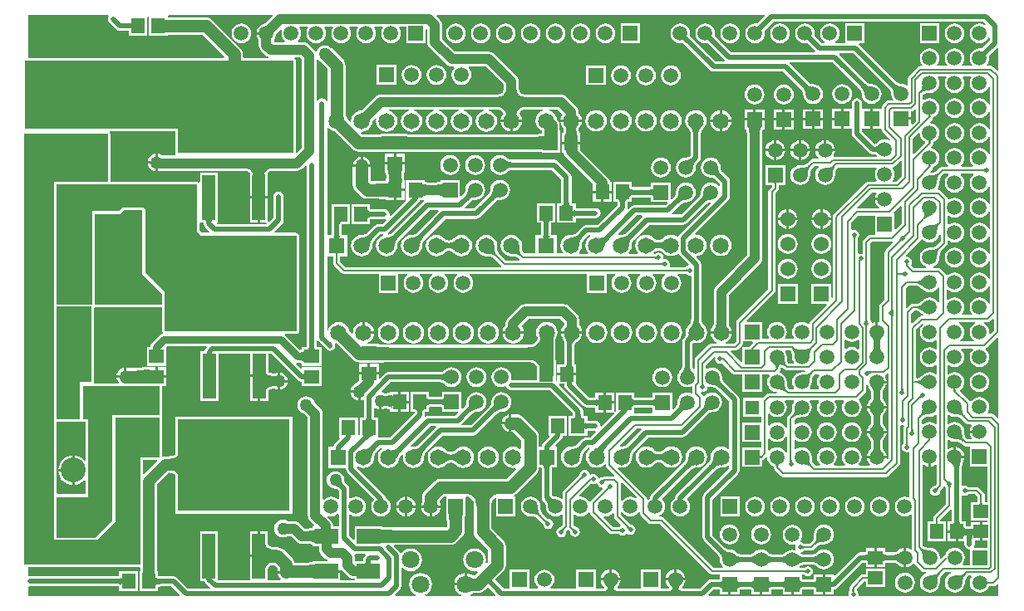
<source format=gtl>
G04*
G04 #@! TF.GenerationSoftware,Altium Limited,Altium Designer,18.0.12 (696)*
G04*
G04 Layer_Physical_Order=1*
G04 Layer_Color=191*
%FSLAX25Y25*%
%MOIN*%
G70*
G01*
G75*
%ADD13C,0.00800*%
%ADD14R,0.05512X0.05906*%
%ADD15R,0.05906X0.05512*%
%ADD16R,0.05315X0.18110*%
%ADD17R,0.44882X0.37008*%
%ADD18R,0.09173X0.06142*%
%ADD19R,0.04646X0.06969*%
%ADD20R,0.06969X0.04646*%
%ADD42C,0.02000*%
%ADD43C,0.04000*%
%ADD44C,0.05000*%
%ADD45C,0.04500*%
%ADD46C,0.03000*%
%ADD47C,0.02500*%
%ADD48C,0.06496*%
%ADD49R,0.06496X0.06496*%
%ADD50C,0.07087*%
%ADD51R,0.06000X0.06000*%
%ADD52C,0.06000*%
%ADD53R,0.05906X0.05906*%
%ADD54C,0.05906*%
%ADD55R,0.05906X0.05906*%
%ADD56R,0.10000X0.10000*%
%ADD57C,0.10000*%
%ADD58R,0.05500X0.05500*%
%ADD59R,0.06000X0.06000*%
%ADD60C,0.01968*%
%ADD61C,0.05000*%
G36*
X-95225Y234309D02*
X-98225Y231309D01*
X-99200Y231437D01*
X-100232Y231301D01*
X-101193Y230903D01*
X-102019Y230269D01*
X-102653Y229443D01*
X-103051Y228482D01*
X-103187Y227450D01*
X-103051Y226418D01*
X-102653Y225457D01*
X-102019Y224631D01*
X-101193Y223997D01*
X-100232Y223599D01*
X-99200Y223463D01*
X-98168Y223599D01*
X-97207Y223997D01*
X-96381Y224631D01*
X-95747Y225457D01*
X-95349Y226418D01*
X-95213Y227450D01*
X-95341Y228425D01*
X-91723Y232044D01*
X-7627D01*
X-6821Y231237D01*
X-7151Y230860D01*
X-7207Y230903D01*
X-8168Y231301D01*
X-9200Y231437D01*
X-10232Y231301D01*
X-11193Y230903D01*
X-12019Y230269D01*
X-12653Y229443D01*
X-13051Y228482D01*
X-13187Y227450D01*
X-13051Y226418D01*
X-12653Y225457D01*
X-12019Y224631D01*
X-11193Y223997D01*
X-10232Y223599D01*
X-9200Y223463D01*
X-8168Y223599D01*
X-7207Y223997D01*
X-6381Y224631D01*
X-5747Y225457D01*
X-5639Y225717D01*
X-5139Y225618D01*
Y224395D01*
X-8225Y221308D01*
X-9200Y221437D01*
X-10232Y221301D01*
X-11193Y220903D01*
X-12019Y220269D01*
X-12653Y219443D01*
X-13051Y218482D01*
X-13187Y217450D01*
X-13051Y216418D01*
X-12653Y215457D01*
X-12170Y214827D01*
X-12416Y214327D01*
X-15983D01*
X-16230Y214827D01*
X-15747Y215457D01*
X-15349Y216418D01*
X-15213Y217450D01*
X-15349Y218482D01*
X-15747Y219443D01*
X-16381Y220269D01*
X-17207Y220903D01*
X-18168Y221301D01*
X-19200Y221437D01*
X-20232Y221301D01*
X-21193Y220903D01*
X-22019Y220269D01*
X-22653Y219443D01*
X-23051Y218482D01*
X-23187Y217450D01*
X-23051Y216418D01*
X-22653Y215457D01*
X-22170Y214827D01*
X-22417Y214327D01*
X-25983D01*
X-26230Y214827D01*
X-25747Y215457D01*
X-25349Y216418D01*
X-25213Y217450D01*
X-25349Y218482D01*
X-25747Y219443D01*
X-26381Y220269D01*
X-27207Y220903D01*
X-28168Y221301D01*
X-29200Y221437D01*
X-30232Y221301D01*
X-31193Y220903D01*
X-32019Y220269D01*
X-32653Y219443D01*
X-33051Y218482D01*
X-33187Y217450D01*
X-33051Y216418D01*
X-32653Y215457D01*
X-32170Y214827D01*
X-32417Y214327D01*
X-32900D01*
X-32900Y214327D01*
X-33446Y214219D01*
X-33909Y213909D01*
X-33909Y213909D01*
X-37509Y210309D01*
X-37819Y209846D01*
X-37927Y209300D01*
X-37927Y209300D01*
Y206697D01*
X-38376Y206476D01*
X-38607Y206653D01*
X-39568Y207051D01*
X-40600Y207187D01*
X-40689Y207175D01*
X-40841Y207181D01*
X-41041Y207208D01*
X-41243Y207254D01*
X-41449Y207322D01*
X-41661Y207413D01*
X-41878Y207528D01*
X-42102Y207670D01*
X-42332Y207839D01*
X-42477Y207961D01*
X-57458Y222942D01*
X-57541Y222997D01*
X-57389Y223497D01*
X-55247D01*
Y231403D01*
X-63153D01*
Y223539D01*
X-67011D01*
X-67144Y223851D01*
X-67152Y224039D01*
X-66381Y224631D01*
X-65747Y225457D01*
X-65349Y226418D01*
X-65213Y227450D01*
X-65349Y228482D01*
X-65747Y229443D01*
X-66381Y230269D01*
X-67207Y230903D01*
X-68168Y231301D01*
X-69200Y231437D01*
X-70232Y231301D01*
X-71193Y230903D01*
X-72019Y230269D01*
X-72653Y229443D01*
X-73051Y228482D01*
X-73187Y227450D01*
X-73051Y226418D01*
X-72653Y225457D01*
X-72019Y224631D01*
X-71248Y224039D01*
X-71256Y223851D01*
X-71389Y223539D01*
X-72405D01*
X-75341Y226475D01*
X-75213Y227450D01*
X-75349Y228482D01*
X-75747Y229443D01*
X-76381Y230269D01*
X-77207Y230903D01*
X-78168Y231301D01*
X-79200Y231437D01*
X-80232Y231301D01*
X-81193Y230903D01*
X-82019Y230269D01*
X-82653Y229443D01*
X-83051Y228482D01*
X-83187Y227450D01*
X-83051Y226418D01*
X-82653Y225457D01*
X-82019Y224631D01*
X-81193Y223997D01*
X-80232Y223599D01*
X-79200Y223463D01*
X-78225Y223591D01*
X-75073Y220439D01*
X-75280Y219939D01*
X-108805D01*
X-115341Y226475D01*
X-115213Y227450D01*
X-115349Y228482D01*
X-115747Y229443D01*
X-116381Y230269D01*
X-117207Y230903D01*
X-118168Y231301D01*
X-119200Y231437D01*
X-120232Y231301D01*
X-121193Y230903D01*
X-122019Y230269D01*
X-122653Y229443D01*
X-123051Y228482D01*
X-123187Y227450D01*
X-123051Y226418D01*
X-122653Y225457D01*
X-122019Y224631D01*
X-121193Y223997D01*
X-120232Y223599D01*
X-119200Y223463D01*
X-118225Y223591D01*
X-111273Y216639D01*
X-111480Y216139D01*
X-115005D01*
X-125341Y226475D01*
X-125213Y227450D01*
X-125349Y228482D01*
X-125747Y229443D01*
X-126381Y230269D01*
X-127207Y230903D01*
X-128168Y231301D01*
X-129200Y231437D01*
X-130232Y231301D01*
X-131193Y230903D01*
X-132019Y230269D01*
X-132653Y229443D01*
X-133051Y228482D01*
X-133187Y227450D01*
X-133051Y226418D01*
X-132653Y225457D01*
X-132019Y224631D01*
X-131193Y223997D01*
X-130232Y223599D01*
X-129200Y223463D01*
X-128225Y223591D01*
X-117292Y212658D01*
X-116630Y212216D01*
X-115850Y212061D01*
X-87945D01*
X-80761Y204877D01*
X-80639Y204732D01*
X-80470Y204502D01*
X-80328Y204278D01*
X-80213Y204061D01*
X-80122Y203849D01*
X-80054Y203643D01*
X-80008Y203441D01*
X-79981Y203240D01*
X-79975Y203089D01*
X-79987Y203000D01*
X-79851Y201968D01*
X-79453Y201007D01*
X-78819Y200181D01*
X-77993Y199547D01*
X-77032Y199149D01*
X-76000Y199013D01*
X-74968Y199149D01*
X-74007Y199547D01*
X-73181Y200181D01*
X-72547Y201007D01*
X-72149Y201968D01*
X-72013Y203000D01*
X-72149Y204032D01*
X-72547Y204993D01*
X-73181Y205819D01*
X-74007Y206453D01*
X-74968Y206851D01*
X-76000Y206987D01*
X-76089Y206975D01*
X-76240Y206981D01*
X-76441Y207008D01*
X-76643Y207054D01*
X-76849Y207122D01*
X-77061Y207213D01*
X-77278Y207328D01*
X-77502Y207470D01*
X-77732Y207639D01*
X-77877Y207761D01*
X-85477Y215361D01*
X-85270Y215861D01*
X-68145D01*
X-57261Y204977D01*
X-57139Y204832D01*
X-56970Y204602D01*
X-56828Y204378D01*
X-56713Y204161D01*
X-56622Y203949D01*
X-56554Y203743D01*
X-56508Y203541D01*
X-56481Y203341D01*
X-56475Y203189D01*
X-56487Y203100D01*
X-56351Y202068D01*
X-55953Y201107D01*
X-55319Y200281D01*
X-54493Y199647D01*
X-53532Y199249D01*
X-52500Y199113D01*
X-51468Y199249D01*
X-50507Y199647D01*
X-49681Y200281D01*
X-49047Y201107D01*
X-48649Y202068D01*
X-48513Y203100D01*
X-48649Y204132D01*
X-49047Y205093D01*
X-49681Y205919D01*
X-50507Y206553D01*
X-51468Y206951D01*
X-52500Y207087D01*
X-52589Y207075D01*
X-52741Y207081D01*
X-52941Y207108D01*
X-53143Y207154D01*
X-53349Y207222D01*
X-53561Y207313D01*
X-53778Y207428D01*
X-54002Y207570D01*
X-54232Y207739D01*
X-54377Y207861D01*
X-65477Y218961D01*
X-65270Y219461D01*
X-59745D01*
X-45361Y205077D01*
X-45239Y204932D01*
X-45070Y204702D01*
X-44928Y204478D01*
X-44813Y204261D01*
X-44722Y204049D01*
X-44654Y203843D01*
X-44608Y203641D01*
X-44581Y203440D01*
X-44575Y203289D01*
X-44587Y203200D01*
X-44451Y202168D01*
X-44053Y201207D01*
X-43799Y200876D01*
X-44020Y200427D01*
X-45600D01*
X-45600Y200427D01*
X-46146Y200319D01*
X-46609Y200009D01*
X-48109Y198509D01*
X-48419Y198046D01*
X-48519Y197541D01*
X-48527Y197500D01*
Y197500D01*
X-48647Y197053D01*
X-52000D01*
Y193100D01*
Y189147D01*
X-48918D01*
X-48527Y188900D01*
X-48482Y188674D01*
X-48419Y188354D01*
X-48109Y187891D01*
X-45046Y184827D01*
X-45329Y184404D01*
X-46168Y184751D01*
X-47200Y184887D01*
X-48232Y184751D01*
X-49193Y184353D01*
X-50019Y183719D01*
X-50310Y183340D01*
X-50332Y183325D01*
X-50355Y183291D01*
X-50386Y183267D01*
X-50444Y183199D01*
X-50463Y183183D01*
X-50519Y183149D01*
X-50618Y183105D01*
X-50762Y183057D01*
X-50950Y183012D01*
X-51167Y182976D01*
X-51282Y182966D01*
X-56361Y188045D01*
Y189147D01*
X-53000D01*
Y193100D01*
Y197053D01*
X-56361D01*
Y199400D01*
X-56516Y200180D01*
X-56958Y200842D01*
X-57620Y201284D01*
X-58400Y201439D01*
X-59180Y201284D01*
X-59842Y200842D01*
X-60284Y200180D01*
X-60439Y199400D01*
Y197053D01*
X-63800D01*
Y193100D01*
Y189147D01*
X-60439D01*
Y187200D01*
X-60284Y186420D01*
X-59842Y185758D01*
X-53542Y179458D01*
X-53542Y179458D01*
X-52880Y179016D01*
X-52100Y178861D01*
X-52100Y178861D01*
X-51607D01*
X-51438Y178854D01*
X-51179Y178826D01*
X-50950Y178788D01*
X-50762Y178743D01*
X-50618Y178695D01*
X-50533Y178657D01*
X-50226Y178292D01*
X-50455Y177827D01*
X-67538D01*
X-67785Y178327D01*
X-67647Y178507D01*
X-67249Y179468D01*
X-67179Y180000D01*
X-75021D01*
X-74951Y179468D01*
X-74553Y178507D01*
X-73919Y177681D01*
X-73719Y177527D01*
X-73889Y177027D01*
X-76000D01*
X-76000Y177027D01*
X-76546Y176919D01*
X-77009Y176609D01*
X-77009Y176609D01*
X-78454Y175165D01*
X-78516Y175109D01*
X-78686Y174986D01*
X-78881Y174873D01*
X-79102Y174771D01*
X-79352Y174682D01*
X-79632Y174607D01*
X-79943Y174546D01*
X-80285Y174503D01*
X-80657Y174478D01*
X-80997Y174473D01*
X-81100Y174487D01*
X-82132Y174351D01*
X-83093Y173953D01*
X-83919Y173319D01*
X-84553Y172493D01*
X-84951Y171532D01*
X-85087Y170500D01*
X-84951Y169468D01*
X-84553Y168507D01*
X-83919Y167681D01*
X-83093Y167047D01*
X-82132Y166649D01*
X-81100Y166513D01*
X-80068Y166649D01*
X-79107Y167047D01*
X-78281Y167681D01*
X-77647Y168507D01*
X-77249Y169468D01*
X-77113Y170500D01*
X-77127Y170603D01*
X-77122Y170943D01*
X-77097Y171315D01*
X-77054Y171657D01*
X-76994Y171968D01*
X-76918Y172248D01*
X-76829Y172498D01*
X-76727Y172719D01*
X-76614Y172914D01*
X-76491Y173084D01*
X-76435Y173146D01*
X-75409Y174173D01*
X-73628D01*
X-73458Y173673D01*
X-73919Y173319D01*
X-74553Y172493D01*
X-74951Y171532D01*
X-75087Y170500D01*
X-74951Y169468D01*
X-74553Y168507D01*
X-73919Y167681D01*
X-73093Y167047D01*
X-72132Y166649D01*
X-71100Y166513D01*
X-70068Y166649D01*
X-69107Y167047D01*
X-68281Y167681D01*
X-67647Y168507D01*
X-67249Y169468D01*
X-67113Y170500D01*
X-67127Y170603D01*
X-67122Y170943D01*
X-67097Y171315D01*
X-67054Y171657D01*
X-66993Y171968D01*
X-66918Y172248D01*
X-66829Y172498D01*
X-66727Y172719D01*
X-66614Y172914D01*
X-66491Y173084D01*
X-66435Y173146D01*
X-66009Y173573D01*
X-50697D01*
X-50476Y173124D01*
X-50653Y172893D01*
X-51051Y171932D01*
X-51187Y170900D01*
X-51051Y169868D01*
X-50653Y168907D01*
X-50285Y168427D01*
X-50532Y167927D01*
X-53800D01*
X-54346Y167819D01*
X-54809Y167509D01*
X-54809Y167509D01*
X-67609Y154709D01*
X-67919Y154246D01*
X-68027Y153700D01*
X-68027Y153700D01*
Y121276D01*
X-68100Y121228D01*
X-68600Y121495D01*
Y126900D01*
X-76600D01*
Y118900D01*
X-70672D01*
X-70481Y118438D01*
X-77009Y111909D01*
X-77319Y111446D01*
X-77427Y110900D01*
X-77428Y110900D01*
X-77927Y110685D01*
X-78407Y111053D01*
X-79368Y111451D01*
X-80400Y111587D01*
X-81432Y111451D01*
X-82393Y111053D01*
X-83219Y110419D01*
X-83853Y109593D01*
X-84251Y108632D01*
X-84387Y107600D01*
X-84251Y106568D01*
X-83853Y105607D01*
X-83562Y105227D01*
X-83808Y104727D01*
X-86992D01*
X-87238Y105227D01*
X-86947Y105607D01*
X-86549Y106568D01*
X-86413Y107600D01*
X-86549Y108632D01*
X-86947Y109593D01*
X-87581Y110419D01*
X-88407Y111053D01*
X-89368Y111451D01*
X-90400Y111587D01*
X-91432Y111451D01*
X-92393Y111053D01*
X-93219Y110419D01*
X-93853Y109593D01*
X-94251Y108632D01*
X-94387Y107600D01*
X-94251Y106568D01*
X-93853Y105607D01*
X-93562Y105227D01*
X-93808Y104727D01*
X-96447D01*
Y111553D01*
X-102475D01*
X-102667Y112015D01*
X-91491Y123191D01*
X-91491Y123191D01*
X-91181Y123654D01*
X-91073Y124200D01*
Y163309D01*
X-90091Y164291D01*
X-90091Y164291D01*
X-89781Y164754D01*
X-89673Y165300D01*
X-89673Y165300D01*
Y166547D01*
X-87147D01*
Y174453D01*
X-95053D01*
Y166547D01*
X-92527D01*
Y165891D01*
X-93509Y164909D01*
X-93819Y164446D01*
X-93927Y163900D01*
X-93927Y163900D01*
Y124791D01*
X-106409Y112309D01*
X-106719Y111846D01*
X-106827Y111300D01*
X-106827Y111300D01*
Y103791D01*
X-107691Y102927D01*
X-110949D01*
X-111049Y103427D01*
X-110658Y103589D01*
X-109770Y104270D01*
X-109089Y105158D01*
X-108661Y106191D01*
X-108581Y106800D01*
X-112800D01*
X-117019D01*
X-116939Y106191D01*
X-116511Y105158D01*
X-115830Y104270D01*
X-114942Y103589D01*
X-114551Y103427D01*
X-114651Y102927D01*
X-116700D01*
X-116700Y102927D01*
X-117246Y102819D01*
X-117709Y102509D01*
X-122909Y97309D01*
X-123219Y96846D01*
X-123327Y96300D01*
X-123327Y96300D01*
Y92989D01*
X-123827Y92570D01*
X-123970Y92594D01*
X-123988Y92621D01*
X-124086Y92815D01*
X-124171Y93029D01*
X-124243Y93264D01*
X-124301Y93523D01*
X-124344Y93805D01*
X-124361Y93994D01*
Y102825D01*
X-124315Y102862D01*
X-124142Y102989D01*
X-123997Y103080D01*
X-123888Y103136D01*
X-123845Y103153D01*
X-122800Y103015D01*
X-121691Y103161D01*
X-120658Y103589D01*
X-119770Y104270D01*
X-119089Y105158D01*
X-118661Y106191D01*
X-118515Y107300D01*
X-118661Y108409D01*
X-119089Y109442D01*
X-119770Y110330D01*
X-119857Y110396D01*
X-119994Y110542D01*
X-120155Y110748D01*
X-120297Y110966D01*
X-120421Y111199D01*
X-120527Y111447D01*
X-120616Y111714D01*
X-120686Y112001D01*
X-120738Y112308D01*
X-120761Y112551D01*
Y134600D01*
X-120916Y135380D01*
X-121358Y136042D01*
X-122847Y137531D01*
X-122668Y138059D01*
X-121891Y138161D01*
X-120858Y138589D01*
X-119970Y139270D01*
X-119289Y140158D01*
X-118861Y141191D01*
X-118715Y142300D01*
X-118861Y143409D01*
X-119289Y144442D01*
X-119970Y145330D01*
X-120858Y146011D01*
X-121891Y146439D01*
X-123000Y146585D01*
X-123071Y146575D01*
X-123292Y147024D01*
X-109858Y160458D01*
X-109416Y161120D01*
X-109261Y161900D01*
Y167900D01*
X-109416Y168680D01*
X-109858Y169342D01*
X-112239Y171723D01*
X-112361Y171868D01*
X-112530Y172098D01*
X-112672Y172322D01*
X-112787Y172539D01*
X-112878Y172751D01*
X-112946Y172957D01*
X-112992Y173159D01*
X-113019Y173360D01*
X-113025Y173511D01*
X-113013Y173600D01*
X-113149Y174632D01*
X-113547Y175593D01*
X-114181Y176419D01*
X-115007Y177053D01*
X-115968Y177451D01*
X-117000Y177587D01*
X-118032Y177451D01*
X-118993Y177053D01*
X-119819Y176419D01*
X-120453Y175593D01*
X-120851Y174632D01*
X-120987Y173600D01*
X-120851Y172568D01*
X-120453Y171607D01*
X-119819Y170781D01*
X-118993Y170147D01*
X-118032Y169749D01*
X-117000Y169613D01*
X-116911Y169625D01*
X-116760Y169619D01*
X-116559Y169592D01*
X-116357Y169546D01*
X-116151Y169478D01*
X-115939Y169387D01*
X-115722Y169272D01*
X-115498Y169130D01*
X-115268Y168961D01*
X-115123Y168839D01*
X-113339Y167055D01*
Y166144D01*
X-113839Y165974D01*
X-114181Y166419D01*
X-115007Y167053D01*
X-115968Y167451D01*
X-117000Y167587D01*
X-118032Y167451D01*
X-118993Y167053D01*
X-119819Y166419D01*
X-120453Y165593D01*
X-120851Y164632D01*
X-120987Y163600D01*
X-120975Y163511D01*
X-120981Y163359D01*
X-121008Y163159D01*
X-121054Y162957D01*
X-121122Y162751D01*
X-121213Y162539D01*
X-121328Y162322D01*
X-121470Y162098D01*
X-121639Y161868D01*
X-121761Y161723D01*
X-128845Y154639D01*
X-132370D01*
X-132577Y155139D01*
X-128877Y158839D01*
X-128732Y158961D01*
X-128502Y159130D01*
X-128278Y159272D01*
X-128061Y159387D01*
X-127849Y159478D01*
X-127643Y159546D01*
X-127441Y159592D01*
X-127241Y159619D01*
X-127089Y159625D01*
X-127000Y159613D01*
X-125968Y159749D01*
X-125007Y160147D01*
X-124181Y160781D01*
X-123547Y161607D01*
X-123149Y162568D01*
X-123013Y163600D01*
X-123149Y164632D01*
X-123547Y165593D01*
X-124181Y166419D01*
X-125007Y167053D01*
X-125968Y167451D01*
X-127000Y167587D01*
X-128032Y167451D01*
X-128993Y167053D01*
X-129819Y166419D01*
X-130453Y165593D01*
X-130851Y164632D01*
X-130987Y163600D01*
X-130975Y163511D01*
X-130981Y163359D01*
X-131008Y163159D01*
X-131054Y162957D01*
X-131122Y162751D01*
X-131213Y162539D01*
X-131328Y162322D01*
X-131470Y162098D01*
X-131639Y161868D01*
X-131761Y161723D01*
X-132585Y160898D01*
X-133047Y161090D01*
Y167553D01*
X-140953D01*
Y165739D01*
X-140978Y165728D01*
X-141130Y165688D01*
X-141344Y165652D01*
X-141494Y165639D01*
X-148103D01*
X-148252Y165652D01*
X-148467Y165688D01*
X-148619Y165728D01*
X-148644Y165739D01*
Y167653D01*
X-156156D01*
Y159747D01*
X-154539D01*
X-154528Y159722D01*
X-154488Y159570D01*
X-154452Y159355D01*
X-154439Y159206D01*
Y158445D01*
X-162445Y150439D01*
X-166900D01*
X-167680Y150284D01*
X-168342Y149842D01*
X-170729Y147455D01*
X-170917Y147300D01*
X-171171Y147119D01*
X-171423Y146966D01*
X-171675Y146840D01*
X-171925Y146739D01*
X-172178Y146662D01*
X-172432Y146608D01*
X-172692Y146577D01*
X-172892Y146571D01*
X-173000Y146585D01*
X-174109Y146439D01*
X-175142Y146011D01*
X-176030Y145330D01*
X-176711Y144442D01*
X-177139Y143409D01*
X-177285Y142300D01*
X-177139Y141191D01*
X-176711Y140158D01*
X-176181Y139468D01*
X-176429Y138969D01*
X-178752Y138977D01*
Y146548D01*
X-180861D01*
X-180871Y146573D01*
X-180912Y146725D01*
X-180948Y146940D01*
X-180961Y147089D01*
Y150803D01*
X-180948Y150950D01*
X-180912Y151162D01*
X-180872Y151312D01*
X-180858Y151347D01*
X-179244D01*
Y159253D01*
X-186756D01*
Y151347D01*
X-185142D01*
X-185128Y151312D01*
X-185088Y151162D01*
X-185052Y150950D01*
X-185039Y150803D01*
Y147089D01*
X-185052Y146940D01*
X-185088Y146725D01*
X-185128Y146573D01*
X-185139Y146548D01*
X-187248D01*
Y139363D01*
X-187602Y139010D01*
X-191807Y139025D01*
X-191953Y139172D01*
X-192027Y139254D01*
X-192164Y139445D01*
X-192289Y139665D01*
X-192402Y139917D01*
X-192501Y140202D01*
X-192585Y140523D01*
X-192648Y140864D01*
X-192726Y141711D01*
X-192731Y142079D01*
X-192715Y142200D01*
X-192861Y143309D01*
X-193289Y144342D01*
X-193970Y145230D01*
X-194858Y145911D01*
X-195891Y146339D01*
X-197000Y146485D01*
X-198109Y146339D01*
X-199142Y145911D01*
X-200030Y145230D01*
X-200711Y144342D01*
X-201139Y143309D01*
X-201285Y142200D01*
X-201139Y141091D01*
X-200711Y140058D01*
X-200030Y139170D01*
X-199142Y138489D01*
X-198109Y138061D01*
X-197000Y137915D01*
X-196879Y137931D01*
X-196497Y137926D01*
X-196070Y137899D01*
X-195679Y137851D01*
X-195323Y137785D01*
X-195002Y137701D01*
X-194717Y137602D01*
X-194465Y137489D01*
X-194246Y137364D01*
X-194054Y137227D01*
X-193972Y137153D01*
X-193546Y136727D01*
X-193740Y136227D01*
X-199009D01*
X-201953Y139172D01*
X-202027Y139254D01*
X-202164Y139445D01*
X-202289Y139665D01*
X-202402Y139917D01*
X-202501Y140202D01*
X-202585Y140523D01*
X-202648Y140864D01*
X-202726Y141711D01*
X-202731Y142079D01*
X-202715Y142200D01*
X-202861Y143309D01*
X-203289Y144342D01*
X-203970Y145230D01*
X-204858Y145911D01*
X-205891Y146339D01*
X-207000Y146485D01*
X-208109Y146339D01*
X-209142Y145911D01*
X-210030Y145230D01*
X-210711Y144342D01*
X-211139Y143309D01*
X-211285Y142200D01*
X-211139Y141091D01*
X-210711Y140058D01*
X-210030Y139170D01*
X-209142Y138489D01*
X-208109Y138061D01*
X-207000Y137915D01*
X-206879Y137931D01*
X-206497Y137926D01*
X-206070Y137899D01*
X-205679Y137851D01*
X-205323Y137785D01*
X-205002Y137701D01*
X-204717Y137602D01*
X-204465Y137489D01*
X-204245Y137364D01*
X-204054Y137227D01*
X-203972Y137153D01*
X-200946Y134127D01*
X-201153Y133627D01*
X-263309D01*
X-265573Y135891D01*
Y137952D01*
X-262752D01*
Y146448D01*
X-264861D01*
X-264872Y146473D01*
X-264912Y146625D01*
X-264948Y146840D01*
X-264961Y146989D01*
Y150203D01*
X-264948Y150350D01*
X-264913Y150562D01*
X-264872Y150712D01*
X-264858Y150747D01*
X-261644D01*
Y158653D01*
X-269156D01*
Y151797D01*
X-269163Y151759D01*
X-269156Y151721D01*
Y150747D01*
X-269059D01*
X-269039Y150417D01*
Y146989D01*
X-269052Y146840D01*
X-269088Y146625D01*
X-269128Y146473D01*
X-269139Y146448D01*
X-270861D01*
Y189432D01*
X-270361Y189602D01*
X-270030Y189170D01*
X-269142Y188489D01*
X-268109Y188061D01*
X-267815Y188023D01*
X-260696Y180904D01*
X-259965Y180343D01*
X-259114Y179990D01*
X-258200Y179870D01*
X-249731D01*
X-247553Y179799D01*
Y179644D01*
X-246579D01*
X-246541Y179637D01*
X-246521Y179640D01*
X-246502Y179637D01*
X-246473Y179644D01*
X-240697D01*
X-240659Y179637D01*
X-240634Y179641D01*
X-240610Y179638D01*
X-240479Y179644D01*
X-239647D01*
Y179685D01*
X-235852Y179870D01*
X-187766D01*
X-187073Y179863D01*
X-185173Y179773D01*
X-184856Y179739D01*
Y179447D01*
X-183882D01*
X-183844Y179440D01*
X-183806Y179447D01*
X-177344D01*
Y186303D01*
X-177337Y186341D01*
X-177343Y186374D01*
X-177339Y186408D01*
X-177344Y186428D01*
Y187353D01*
X-177439D01*
X-177570Y189523D01*
Y190400D01*
X-177570Y190400D01*
X-177690Y191314D01*
X-178043Y192165D01*
X-178604Y192896D01*
X-178823Y193115D01*
X-178861Y193409D01*
X-179289Y194442D01*
X-179970Y195330D01*
X-180858Y196011D01*
X-181735Y196374D01*
X-181636Y196874D01*
X-178353D01*
X-176368Y194889D01*
X-176711Y194442D01*
X-177139Y193409D01*
X-177219Y192800D01*
X-173000D01*
X-168781D01*
X-168861Y193409D01*
X-169289Y194442D01*
X-169970Y195330D01*
X-169974Y195333D01*
Y195800D01*
X-169974Y195800D01*
X-170077Y196583D01*
X-170379Y197313D01*
X-170860Y197940D01*
X-170860Y197940D01*
X-174960Y202040D01*
X-175587Y202520D01*
X-176317Y202823D01*
X-177100Y202926D01*
X-191093D01*
X-191644Y202955D01*
X-192189Y203051D01*
X-192634Y203200D01*
X-192990Y203391D01*
X-193275Y203625D01*
X-193509Y203910D01*
X-193701Y204266D01*
X-193849Y204711D01*
X-193945Y205256D01*
X-193974Y205807D01*
Y208100D01*
X-194077Y208883D01*
X-194379Y209613D01*
X-194860Y210240D01*
X-203760Y219140D01*
X-204387Y219620D01*
X-205117Y219923D01*
X-205900Y220026D01*
X-219547D01*
X-224674Y225153D01*
Y230700D01*
X-224777Y231483D01*
X-225079Y232213D01*
X-225560Y232840D01*
X-227029Y234309D01*
X-226838Y234771D01*
X-95416Y234771D01*
X-95225Y234309D01*
D02*
G37*
G36*
X-288959Y228705D02*
X-289051Y228482D01*
X-289187Y227450D01*
X-289051Y226418D01*
X-288653Y225457D01*
X-288019Y224631D01*
X-287752Y224426D01*
X-287922Y223926D01*
X-292174D01*
Y224900D01*
X-291747Y225457D01*
X-291349Y226418D01*
X-291258Y227113D01*
X-289382Y228988D01*
X-288959Y228705D01*
D02*
G37*
G36*
X-239153Y223497D02*
X-231247D01*
Y228736D01*
X-230747Y229004D01*
X-230726Y228990D01*
Y223900D01*
X-230623Y223117D01*
X-230321Y222387D01*
X-229840Y221760D01*
X-222940Y214860D01*
X-222940Y214860D01*
X-222313Y214380D01*
X-221583Y214077D01*
X-220800Y213974D01*
X-219974D01*
X-219928Y213838D01*
X-219854Y213474D01*
X-220453Y212693D01*
X-220851Y211732D01*
X-220987Y210700D01*
X-220851Y209668D01*
X-220453Y208707D01*
X-219819Y207881D01*
X-218993Y207247D01*
X-218032Y206849D01*
X-217000Y206713D01*
X-215968Y206849D01*
X-215007Y207247D01*
X-214181Y207881D01*
X-213547Y208707D01*
X-213149Y209668D01*
X-213013Y210700D01*
X-213149Y211732D01*
X-213547Y212693D01*
X-214146Y213474D01*
X-214072Y213838D01*
X-214026Y213974D01*
X-207153D01*
X-200026Y206847D01*
Y205807D01*
X-200055Y205256D01*
X-200151Y204711D01*
X-200300Y204266D01*
X-200491Y203910D01*
X-200725Y203625D01*
X-201010Y203391D01*
X-201366Y203199D01*
X-201811Y203051D01*
X-202356Y202955D01*
X-202907Y202926D01*
X-249300D01*
X-250083Y202823D01*
X-250813Y202520D01*
X-251440Y202040D01*
X-251440Y202040D01*
X-255869Y197610D01*
X-256138Y197348D01*
X-256661Y196869D01*
X-257053Y196545D01*
X-257169Y196463D01*
X-258109Y196339D01*
X-259142Y195911D01*
X-260030Y195230D01*
X-260711Y194342D01*
X-261139Y193309D01*
X-261285Y192200D01*
X-261277Y192139D01*
X-261725Y191918D01*
X-262823Y193015D01*
X-262861Y193309D01*
X-263289Y194342D01*
X-263470Y194578D01*
Y214600D01*
X-263590Y215514D01*
X-263943Y216365D01*
X-264504Y217096D01*
X-268404Y220996D01*
X-269135Y221557D01*
X-269192Y221581D01*
X-269204Y221596D01*
X-269935Y222157D01*
X-270786Y222510D01*
X-271700Y222630D01*
X-272614Y222510D01*
X-273465Y222157D01*
X-274196Y221596D01*
X-274757Y220865D01*
X-275027Y220214D01*
X-275135Y220166D01*
X-275568Y220134D01*
X-275573Y220135D01*
X-275960Y220640D01*
X-278360Y223040D01*
X-278987Y223520D01*
X-279717Y223823D01*
X-280500Y223926D01*
X-282478D01*
X-282648Y224426D01*
X-282381Y224631D01*
X-281747Y225457D01*
X-281349Y226418D01*
X-281213Y227450D01*
X-281349Y228482D01*
X-281747Y229443D01*
X-281887Y229626D01*
X-281666Y230074D01*
X-278734D01*
X-278513Y229626D01*
X-278653Y229443D01*
X-279051Y228482D01*
X-279187Y227450D01*
X-279051Y226418D01*
X-278653Y225457D01*
X-278019Y224631D01*
X-277193Y223997D01*
X-276232Y223599D01*
X-275200Y223463D01*
X-274168Y223599D01*
X-273207Y223997D01*
X-272381Y224631D01*
X-271747Y225457D01*
X-271349Y226418D01*
X-271213Y227450D01*
X-271349Y228482D01*
X-271747Y229443D01*
X-271887Y229626D01*
X-271666Y230074D01*
X-268734D01*
X-268513Y229626D01*
X-268653Y229443D01*
X-269051Y228482D01*
X-269187Y227450D01*
X-269051Y226418D01*
X-268653Y225457D01*
X-268019Y224631D01*
X-267193Y223997D01*
X-266232Y223599D01*
X-265200Y223463D01*
X-264168Y223599D01*
X-263207Y223997D01*
X-262381Y224631D01*
X-261747Y225457D01*
X-261349Y226418D01*
X-261213Y227450D01*
X-261349Y228482D01*
X-261747Y229443D01*
X-261887Y229626D01*
X-261666Y230074D01*
X-258734D01*
X-258513Y229626D01*
X-258653Y229443D01*
X-259051Y228482D01*
X-259187Y227450D01*
X-259051Y226418D01*
X-258653Y225457D01*
X-258019Y224631D01*
X-257193Y223997D01*
X-256232Y223599D01*
X-255200Y223463D01*
X-254168Y223599D01*
X-253207Y223997D01*
X-252381Y224631D01*
X-251747Y225457D01*
X-251349Y226418D01*
X-251213Y227450D01*
X-251349Y228482D01*
X-251747Y229443D01*
X-251887Y229626D01*
X-251666Y230074D01*
X-248734D01*
X-248513Y229626D01*
X-248653Y229443D01*
X-249051Y228482D01*
X-249187Y227450D01*
X-249051Y226418D01*
X-248653Y225457D01*
X-248019Y224631D01*
X-247193Y223997D01*
X-246232Y223599D01*
X-245200Y223463D01*
X-244168Y223599D01*
X-243207Y223997D01*
X-242381Y224631D01*
X-241747Y225457D01*
X-241349Y226418D01*
X-241213Y227450D01*
X-241349Y228482D01*
X-241747Y229443D01*
X-241887Y229626D01*
X-241666Y230074D01*
X-239153D01*
Y223497D01*
D02*
G37*
G36*
X-292621Y234309D02*
X-295537Y231393D01*
X-296232Y231301D01*
X-297193Y230903D01*
X-298019Y230269D01*
X-298653Y229443D01*
X-299051Y228482D01*
X-299121Y227950D01*
X-295200D01*
Y226950D01*
X-299121D01*
X-299051Y226418D01*
X-298653Y225457D01*
X-298226Y224900D01*
Y222600D01*
X-298123Y221817D01*
X-297820Y221087D01*
X-297340Y220460D01*
X-295640Y218760D01*
X-295013Y218280D01*
X-294386Y218020D01*
X-294485Y217520D01*
X-304070D01*
X-304564Y217977D01*
X-304570Y218008D01*
Y219000D01*
X-304690Y219914D01*
X-305043Y220765D01*
X-305604Y221496D01*
X-317004Y232896D01*
X-317735Y233457D01*
X-318586Y233810D01*
X-319500Y233930D01*
X-334623D01*
X-334767Y234321D01*
X-334493Y234771D01*
X-292812Y234771D01*
X-292621Y234309D01*
D02*
G37*
G36*
X-358390Y234271D02*
X-358584Y233980D01*
X-358739Y233200D01*
X-358584Y232420D01*
X-358142Y231758D01*
X-355342Y228958D01*
X-354680Y228516D01*
X-353900Y228361D01*
X-350456D01*
Y226447D01*
X-342944D01*
Y233873D01*
X-342446Y234357D01*
X-342389Y234355D01*
X-342356Y234271D01*
Y226447D01*
X-334844D01*
Y226870D01*
X-320962D01*
X-312112Y218020D01*
X-312319Y217520D01*
X-390700Y217519D01*
Y234771D01*
X-358657D01*
X-358390Y234271D01*
D02*
G37*
G36*
X-1529Y221530D02*
Y212501D01*
X-1991Y212310D01*
X-3591Y213909D01*
X-4054Y214219D01*
X-4600Y214327D01*
X-4600Y214327D01*
X-5983D01*
X-6230Y214827D01*
X-5747Y215457D01*
X-5349Y216418D01*
X-5213Y217450D01*
X-5342Y218425D01*
X-2029Y221737D01*
X-1529Y221530D01*
D02*
G37*
G36*
X-12514Y209624D02*
X-12653Y209443D01*
X-13051Y208482D01*
X-13187Y207450D01*
X-13051Y206418D01*
X-12653Y205457D01*
X-12019Y204631D01*
X-11193Y203997D01*
X-10232Y203599D01*
X-9200Y203463D01*
X-8168Y203599D01*
X-7207Y203997D01*
X-6381Y204631D01*
X-5747Y205457D01*
X-5527Y205987D01*
X-5027Y205888D01*
Y199012D01*
X-5527Y198913D01*
X-5747Y199443D01*
X-6381Y200269D01*
X-7207Y200903D01*
X-8168Y201301D01*
X-9200Y201437D01*
X-10232Y201301D01*
X-11193Y200903D01*
X-12019Y200269D01*
X-12653Y199443D01*
X-13051Y198482D01*
X-13187Y197450D01*
X-13051Y196418D01*
X-12653Y195457D01*
X-12019Y194631D01*
X-11193Y193997D01*
X-10232Y193599D01*
X-9200Y193463D01*
X-8168Y193599D01*
X-7207Y193997D01*
X-6381Y194631D01*
X-5747Y195457D01*
X-5527Y195987D01*
X-5027Y195888D01*
Y189012D01*
X-5527Y188913D01*
X-5747Y189443D01*
X-6381Y190269D01*
X-7207Y190903D01*
X-8168Y191301D01*
X-9200Y191437D01*
X-10232Y191301D01*
X-11193Y190903D01*
X-12019Y190269D01*
X-12653Y189443D01*
X-13051Y188482D01*
X-13187Y187450D01*
X-13051Y186418D01*
X-12653Y185457D01*
X-12019Y184631D01*
X-11193Y183997D01*
X-10232Y183599D01*
X-9200Y183463D01*
X-8168Y183599D01*
X-7207Y183997D01*
X-6381Y184631D01*
X-5747Y185457D01*
X-5527Y185987D01*
X-5027Y185888D01*
Y179012D01*
X-5527Y178913D01*
X-5747Y179443D01*
X-6381Y180269D01*
X-7207Y180903D01*
X-8168Y181301D01*
X-9200Y181437D01*
X-10232Y181301D01*
X-11193Y180903D01*
X-12019Y180269D01*
X-12653Y179443D01*
X-13051Y178482D01*
X-13187Y177450D01*
X-13051Y176418D01*
X-12653Y175457D01*
X-12019Y174631D01*
X-11754Y174427D01*
X-11924Y173927D01*
X-16476D01*
X-16646Y174427D01*
X-16381Y174631D01*
X-15747Y175457D01*
X-15349Y176418D01*
X-15213Y177450D01*
X-15349Y178482D01*
X-15747Y179443D01*
X-16381Y180269D01*
X-17207Y180903D01*
X-18168Y181301D01*
X-19200Y181437D01*
X-20232Y181301D01*
X-21193Y180903D01*
X-22019Y180269D01*
X-22653Y179443D01*
X-23051Y178482D01*
X-23187Y177450D01*
X-23051Y176418D01*
X-22653Y175457D01*
X-22019Y174631D01*
X-21754Y174427D01*
X-21924Y173927D01*
X-24150D01*
X-24150Y173927D01*
X-24696Y173819D01*
X-25159Y173509D01*
X-25159Y173509D01*
X-26554Y172115D01*
X-26616Y172059D01*
X-26787Y171936D01*
X-26981Y171823D01*
X-27202Y171721D01*
X-27452Y171632D01*
X-27732Y171556D01*
X-28043Y171496D01*
X-28385Y171453D01*
X-28745Y171429D01*
X-28765Y171447D01*
X-28956Y171925D01*
X-28191Y172691D01*
X-28191Y172691D01*
X-27881Y173154D01*
X-27773Y173700D01*
X-27773Y173700D01*
Y173763D01*
X-27207Y173997D01*
X-26381Y174631D01*
X-25747Y175457D01*
X-25349Y176418D01*
X-25213Y177450D01*
X-25349Y178482D01*
X-25747Y179443D01*
X-26381Y180269D01*
X-27207Y180903D01*
X-28168Y181301D01*
X-28502Y181345D01*
X-28663Y181818D01*
X-28191Y182291D01*
X-28191Y182291D01*
X-27881Y182754D01*
X-27773Y183300D01*
X-27773Y183300D01*
Y183485D01*
X-27763Y183584D01*
X-27746Y183682D01*
X-27727Y183749D01*
X-27721Y183765D01*
X-27717Y183767D01*
X-27660Y183809D01*
X-27207Y183997D01*
X-26381Y184631D01*
X-25747Y185457D01*
X-25349Y186418D01*
X-25213Y187450D01*
X-25349Y188482D01*
X-25747Y189443D01*
X-26381Y190269D01*
X-27207Y190903D01*
X-28168Y191301D01*
X-28879Y191395D01*
X-29059Y191923D01*
X-28191Y192791D01*
X-27881Y193254D01*
X-27781Y193760D01*
X-27207Y193997D01*
X-26381Y194631D01*
X-25747Y195457D01*
X-25349Y196418D01*
X-25213Y197450D01*
X-25349Y198482D01*
X-25747Y199443D01*
X-26381Y200269D01*
X-27207Y200903D01*
X-28168Y201301D01*
X-29200Y201437D01*
X-30232Y201301D01*
X-31193Y200903D01*
X-31424Y200726D01*
X-31873Y200947D01*
Y202759D01*
X-31846Y202785D01*
X-31784Y202841D01*
X-31613Y202964D01*
X-31419Y203077D01*
X-31198Y203179D01*
X-30948Y203268D01*
X-30668Y203344D01*
X-30357Y203404D01*
X-30015Y203447D01*
X-29643Y203472D01*
X-29303Y203477D01*
X-29200Y203463D01*
X-28168Y203599D01*
X-27207Y203997D01*
X-26381Y204631D01*
X-25747Y205457D01*
X-25349Y206418D01*
X-25213Y207450D01*
X-25349Y208482D01*
X-25747Y209443D01*
X-25886Y209624D01*
X-25665Y210073D01*
X-22735D01*
X-22514Y209624D01*
X-22653Y209443D01*
X-23051Y208482D01*
X-23187Y207450D01*
X-23051Y206418D01*
X-22653Y205457D01*
X-22019Y204631D01*
X-21193Y203997D01*
X-20232Y203599D01*
X-19200Y203463D01*
X-18168Y203599D01*
X-17207Y203997D01*
X-16381Y204631D01*
X-15747Y205457D01*
X-15349Y206418D01*
X-15213Y207450D01*
X-15349Y208482D01*
X-15747Y209443D01*
X-15886Y209624D01*
X-15665Y210073D01*
X-12735D01*
X-12514Y209624D01*
D02*
G37*
G36*
X-29230Y204497D02*
X-29684Y204491D01*
X-30114Y204462D01*
X-30518Y204411D01*
X-30898Y204338D01*
X-31253Y204242D01*
X-31583Y204124D01*
X-31889Y203983D01*
X-32169Y203821D01*
X-32425Y203636D01*
X-32656Y203428D01*
X-33222Y203994D01*
X-33015Y204225D01*
X-32829Y204481D01*
X-32667Y204761D01*
X-32526Y205066D01*
X-32408Y205397D01*
X-32313Y205752D01*
X-32239Y206132D01*
X-32188Y206537D01*
X-32159Y206966D01*
X-32153Y207420D01*
X-29230Y204497D01*
D02*
G37*
G36*
X-43246Y207275D02*
X-42963Y207037D01*
X-42677Y206827D01*
X-42390Y206646D01*
X-42101Y206492D01*
X-41810Y206368D01*
X-41518Y206271D01*
X-41223Y206203D01*
X-40927Y206164D01*
X-40630Y206153D01*
X-43553Y203229D01*
X-43564Y203527D01*
X-43603Y203823D01*
X-43671Y204118D01*
X-43768Y204410D01*
X-43892Y204701D01*
X-44046Y204990D01*
X-44227Y205277D01*
X-44437Y205562D01*
X-44675Y205846D01*
X-44942Y206128D01*
X-43528Y207542D01*
X-43246Y207275D01*
D02*
G37*
G36*
X-55146Y207175D02*
X-54862Y206937D01*
X-54577Y206727D01*
X-54290Y206546D01*
X-54001Y206393D01*
X-53710Y206268D01*
X-53418Y206171D01*
X-53123Y206103D01*
X-52827Y206064D01*
X-52530Y206053D01*
X-55453Y203130D01*
X-55464Y203427D01*
X-55503Y203724D01*
X-55571Y204018D01*
X-55668Y204310D01*
X-55792Y204601D01*
X-55946Y204890D01*
X-56127Y205177D01*
X-56337Y205462D01*
X-56575Y205746D01*
X-56842Y206028D01*
X-55428Y207442D01*
X-55146Y207175D01*
D02*
G37*
G36*
X-78646Y207075D02*
X-78363Y206837D01*
X-78077Y206627D01*
X-77790Y206446D01*
X-77501Y206293D01*
X-77210Y206168D01*
X-76918Y206071D01*
X-76623Y206003D01*
X-76327Y205964D01*
X-76029Y205953D01*
X-78953Y203029D01*
X-78964Y203327D01*
X-79003Y203624D01*
X-79071Y203918D01*
X-79168Y204210D01*
X-79293Y204501D01*
X-79446Y204790D01*
X-79627Y205077D01*
X-79837Y205362D01*
X-80075Y205646D01*
X-80342Y205928D01*
X-78928Y207342D01*
X-78646Y207075D01*
D02*
G37*
G36*
X-274196Y216604D02*
X-273465Y216043D01*
X-273408Y216019D01*
X-273396Y216004D01*
X-270530Y213138D01*
Y200242D01*
X-270993Y200094D01*
X-271030Y200102D01*
X-271458Y200742D01*
X-272120Y201184D01*
X-272900Y201339D01*
X-273680Y201184D01*
X-274342Y200742D01*
X-274574Y200394D01*
X-275074Y200546D01*
Y216927D01*
X-274574Y217096D01*
X-274196Y216604D01*
D02*
G37*
G36*
X-284400Y179500D02*
X-330600D01*
Y189200D01*
X-391900Y189200D01*
X-391900Y216500D01*
X-311719Y216500D01*
X-311686Y216498D01*
X-311227Y216010D01*
Y198200D01*
X-311120Y197391D01*
X-310808Y196637D01*
X-310311Y195989D01*
X-309663Y195492D01*
X-308909Y195180D01*
X-308100Y195073D01*
X-307291Y195180D01*
X-306537Y195492D01*
X-305889Y195989D01*
X-305392Y196637D01*
X-305080Y197391D01*
X-304973Y198200D01*
Y216406D01*
X-304942Y216480D01*
X-304481Y216500D01*
X-284400Y216500D01*
Y179500D01*
D02*
G37*
G36*
X-194960Y205140D02*
X-194840Y204460D01*
X-194640Y203860D01*
X-194360Y203340D01*
X-194000Y202900D01*
X-193560Y202540D01*
X-193040Y202260D01*
X-192440Y202060D01*
X-191760Y201940D01*
X-191000Y201900D01*
Y197900D01*
X-191760Y197860D01*
X-192440Y197740D01*
X-193040Y197540D01*
X-193560Y197260D01*
X-194000Y196900D01*
X-194360Y196460D01*
X-194640Y195940D01*
X-194840Y195340D01*
X-194881Y195110D01*
X-194866Y194888D01*
X-194825Y194719D01*
X-194778Y194596D01*
X-194726Y194520D01*
X-194967D01*
X-195000Y193900D01*
X-199000D01*
X-199033Y194520D01*
X-199274D01*
X-199222Y194596D01*
X-199175Y194719D01*
X-199134Y194888D01*
X-199108Y195045D01*
X-199160Y195340D01*
X-199360Y195940D01*
X-199640Y196460D01*
X-200000Y196900D01*
X-200440Y197260D01*
X-200960Y197540D01*
X-201560Y197740D01*
X-202240Y197860D01*
X-203000Y197900D01*
Y201900D01*
X-202240Y201940D01*
X-201560Y202060D01*
X-200960Y202260D01*
X-200440Y202540D01*
X-200000Y202900D01*
X-199640Y203340D01*
X-199360Y203860D01*
X-199160Y204460D01*
X-199040Y205140D01*
X-199000Y205900D01*
X-195000D01*
X-194960Y205140D01*
D02*
G37*
G36*
X-28630Y194545D02*
X-28666Y194516D01*
X-28697Y194474D01*
X-28724Y194418D01*
X-28747Y194349D01*
X-28766Y194266D01*
X-28781Y194169D01*
X-28792Y194060D01*
X-28800Y193800D01*
X-29600D01*
X-29602Y193937D01*
X-29619Y194169D01*
X-29634Y194266D01*
X-29653Y194349D01*
X-29676Y194418D01*
X-29703Y194474D01*
X-29735Y194516D01*
X-29770Y194545D01*
X-29810Y194561D01*
X-28590D01*
X-28630Y194545D01*
D02*
G37*
G36*
X-184265Y196374D02*
X-185142Y196011D01*
X-186030Y195330D01*
X-186711Y194442D01*
X-187139Y193409D01*
X-187285Y192300D01*
X-187139Y191191D01*
X-186711Y190158D01*
X-186030Y189270D01*
X-185142Y188589D01*
X-184641Y188382D01*
X-184641Y188360D01*
X-184691Y187353D01*
X-184856D01*
Y187104D01*
X-187818Y186930D01*
X-237469D01*
X-239647Y187001D01*
Y187156D01*
X-240621D01*
X-240659Y187163D01*
X-240679Y187160D01*
X-240698Y187163D01*
X-240727Y187156D01*
X-246503D01*
X-246541Y187163D01*
X-246566Y187159D01*
X-246590Y187162D01*
X-246721Y187156D01*
X-247553D01*
Y187115D01*
X-251348Y186930D01*
X-256738D01*
X-257282Y187475D01*
X-257061Y187923D01*
X-257000Y187915D01*
X-255891Y188061D01*
X-254858Y188489D01*
X-253970Y189170D01*
X-253289Y190058D01*
X-252861Y191091D01*
X-252740Y192016D01*
X-251649Y193261D01*
X-251349Y193174D01*
X-251174Y193040D01*
X-251285Y192200D01*
X-251139Y191091D01*
X-250711Y190058D01*
X-250030Y189170D01*
X-249142Y188489D01*
X-248109Y188061D01*
X-247000Y187915D01*
X-245891Y188061D01*
X-244858Y188489D01*
X-243970Y189170D01*
X-243289Y190058D01*
X-242861Y191091D01*
X-242715Y192200D01*
X-242861Y193309D01*
X-243289Y194342D01*
X-243970Y195230D01*
X-244858Y195911D01*
X-245891Y196339D01*
X-246160Y196374D01*
X-246127Y196874D01*
X-237873D01*
X-237840Y196374D01*
X-238109Y196339D01*
X-239142Y195911D01*
X-240030Y195230D01*
X-240711Y194342D01*
X-241139Y193309D01*
X-241285Y192200D01*
X-241139Y191091D01*
X-240711Y190058D01*
X-240030Y189170D01*
X-239142Y188489D01*
X-238109Y188061D01*
X-237000Y187915D01*
X-235891Y188061D01*
X-234858Y188489D01*
X-233970Y189170D01*
X-233289Y190058D01*
X-232861Y191091D01*
X-232715Y192200D01*
X-232861Y193309D01*
X-233289Y194342D01*
X-233970Y195230D01*
X-234858Y195911D01*
X-235891Y196339D01*
X-236160Y196374D01*
X-236127Y196874D01*
X-227873D01*
X-227840Y196374D01*
X-228109Y196339D01*
X-229142Y195911D01*
X-230030Y195230D01*
X-230711Y194342D01*
X-231139Y193309D01*
X-231285Y192200D01*
X-231139Y191091D01*
X-230711Y190058D01*
X-230030Y189170D01*
X-229142Y188489D01*
X-228109Y188061D01*
X-227000Y187915D01*
X-225891Y188061D01*
X-224858Y188489D01*
X-223970Y189170D01*
X-223289Y190058D01*
X-222861Y191091D01*
X-222715Y192200D01*
X-222861Y193309D01*
X-223289Y194342D01*
X-223970Y195230D01*
X-224858Y195911D01*
X-225891Y196339D01*
X-226160Y196374D01*
X-226127Y196874D01*
X-217873D01*
X-217840Y196374D01*
X-218109Y196339D01*
X-219142Y195911D01*
X-220030Y195230D01*
X-220711Y194342D01*
X-221139Y193309D01*
X-221285Y192200D01*
X-221139Y191091D01*
X-220711Y190058D01*
X-220030Y189170D01*
X-219142Y188489D01*
X-218109Y188061D01*
X-217000Y187915D01*
X-215891Y188061D01*
X-214858Y188489D01*
X-213970Y189170D01*
X-213289Y190058D01*
X-212861Y191091D01*
X-212715Y192200D01*
X-212861Y193309D01*
X-213289Y194342D01*
X-213970Y195230D01*
X-214858Y195911D01*
X-215891Y196339D01*
X-216160Y196374D01*
X-216127Y196874D01*
X-207873D01*
X-207840Y196374D01*
X-208109Y196339D01*
X-209142Y195911D01*
X-210030Y195230D01*
X-210711Y194342D01*
X-211139Y193309D01*
X-211285Y192200D01*
X-211139Y191091D01*
X-210711Y190058D01*
X-210030Y189170D01*
X-209142Y188489D01*
X-208109Y188061D01*
X-207000Y187915D01*
X-205891Y188061D01*
X-204858Y188489D01*
X-203970Y189170D01*
X-203289Y190058D01*
X-202861Y191091D01*
X-202715Y192200D01*
X-202861Y193309D01*
X-203289Y194342D01*
X-203970Y195230D01*
X-204858Y195911D01*
X-205891Y196339D01*
X-206160Y196374D01*
X-206127Y196874D01*
X-202907D01*
X-202356Y196845D01*
X-201811Y196749D01*
X-201366Y196600D01*
X-201010Y196409D01*
X-200725Y196175D01*
X-200491Y195890D01*
X-200299Y195534D01*
X-200151Y195089D01*
X-200149Y195075D01*
X-200711Y194342D01*
X-201139Y193309D01*
X-201219Y192700D01*
X-197000D01*
X-192781D01*
X-192861Y193309D01*
X-193289Y194342D01*
X-193851Y195075D01*
X-193849Y195089D01*
X-193701Y195534D01*
X-193509Y195890D01*
X-193275Y196176D01*
X-192990Y196409D01*
X-192634Y196601D01*
X-192189Y196749D01*
X-191644Y196845D01*
X-191093Y196874D01*
X-184364D01*
X-184265Y196374D01*
D02*
G37*
G36*
X-251939Y194433D02*
X-252284Y194084D01*
X-253590Y192591D01*
X-253681Y192443D01*
X-253735Y192324D01*
X-253752Y192233D01*
X-256967Y195448D01*
X-256876Y195465D01*
X-256757Y195519D01*
X-256609Y195609D01*
X-256432Y195736D01*
X-255992Y196099D01*
X-255437Y196607D01*
X-254767Y197261D01*
X-251939Y194433D01*
D02*
G37*
G36*
X-34727Y196901D02*
Y192291D01*
X-36185Y190833D01*
X-36647Y191025D01*
Y192700D01*
X-40600D01*
Y193700D01*
X-36647D01*
Y196183D01*
X-36154Y196281D01*
X-35691Y196591D01*
X-35189Y197092D01*
X-34727Y196901D01*
D02*
G37*
G36*
X-178598Y189629D02*
X-178402Y186381D01*
X-178356Y186341D01*
X-183844D01*
X-183798Y186381D01*
X-183756Y186503D01*
X-183720Y186706D01*
X-183688Y186990D01*
X-183622Y188330D01*
X-183600Y190400D01*
X-178600D01*
X-178598Y189629D01*
D02*
G37*
G36*
X-28275Y184631D02*
X-28385Y184555D01*
X-28483Y184461D01*
X-28567Y184349D01*
X-28638Y184219D01*
X-28696Y184071D01*
X-28742Y183905D01*
X-28774Y183721D01*
X-28793Y183520D01*
X-28800Y183300D01*
X-29600D01*
X-29607Y183520D01*
X-29626Y183721D01*
X-29658Y183905D01*
X-29704Y184071D01*
X-29762Y184219D01*
X-29833Y184349D01*
X-29917Y184461D01*
X-30015Y184555D01*
X-30125Y184631D01*
X-30248Y184689D01*
X-28152D01*
X-28275Y184631D01*
D02*
G37*
G36*
X-240609Y186098D02*
X-240459Y186056D01*
X-240209Y186020D01*
X-239859Y185988D01*
X-237459Y185910D01*
X-235659Y185900D01*
Y180900D01*
X-240659Y180656D01*
Y186144D01*
X-240609Y186098D01*
D02*
G37*
G36*
X-246541Y180656D02*
X-246591Y180702D01*
X-246741Y180744D01*
X-246991Y180780D01*
X-247341Y180812D01*
X-249741Y180890D01*
X-251541Y180900D01*
Y185900D01*
X-246541Y186144D01*
Y180656D01*
D02*
G37*
G36*
X-183844Y180459D02*
X-183894Y180543D01*
X-184044Y180618D01*
X-184294Y180684D01*
X-184644Y180741D01*
X-185094Y180790D01*
X-187044Y180882D01*
X-188844Y180900D01*
Y185900D01*
X-187894Y185904D01*
X-184294Y186116D01*
X-184044Y186182D01*
X-183894Y186257D01*
X-183844Y186341D01*
Y180459D01*
D02*
G37*
G36*
X-281126Y217247D02*
Y181353D01*
X-282880Y179599D01*
X-283380Y179806D01*
Y216500D01*
X-283458Y216890D01*
X-283679Y217221D01*
X-283908Y217374D01*
X-283814Y217874D01*
X-281753D01*
X-281126Y217247D01*
D02*
G37*
G36*
X-49612Y179196D02*
X-49726Y179330D01*
X-49870Y179449D01*
X-50044Y179555D01*
X-50248Y179647D01*
X-50482Y179724D01*
X-50746Y179787D01*
X-51040Y179837D01*
X-51363Y179872D01*
X-52100Y179900D01*
Y181900D01*
X-51717Y181907D01*
X-51040Y181963D01*
X-50746Y182013D01*
X-50482Y182076D01*
X-50248Y182153D01*
X-50044Y182245D01*
X-49870Y182351D01*
X-49726Y182470D01*
X-49612Y182604D01*
Y179196D01*
D02*
G37*
G36*
X-33145Y187129D02*
X-33051Y186418D01*
X-32653Y185457D01*
X-32019Y184631D01*
X-31213Y184012D01*
X-31192Y183991D01*
X-31101Y183418D01*
X-35411Y179108D01*
X-35873Y179299D01*
Y185109D01*
X-33673Y187309D01*
X-33145Y187129D01*
D02*
G37*
G36*
X-331641Y178496D02*
X-332070Y178326D01*
X-337003D01*
X-337435Y178657D01*
X-338286Y179010D01*
X-338700Y179064D01*
Y175600D01*
Y172136D01*
X-338286Y172190D01*
X-338084Y172274D01*
X-304207D01*
X-303656Y172245D01*
X-303111Y172149D01*
X-302666Y172001D01*
X-302310Y171809D01*
X-302025Y171575D01*
X-301857Y171371D01*
Y170642D01*
X-301865Y170610D01*
X-301863Y170597D01*
X-301865Y170585D01*
X-301857Y170547D01*
Y162042D01*
X-294543D01*
Y170547D01*
X-294535Y170585D01*
X-294543Y170623D01*
Y170697D01*
X-294542Y170704D01*
X-294543Y170706D01*
Y171597D01*
X-294160Y171879D01*
X-293934Y172001D01*
X-293489Y172149D01*
X-292944Y172245D01*
X-292393Y172274D01*
X-282900D01*
X-282117Y172377D01*
X-281387Y172679D01*
X-280760Y173160D01*
X-279639Y174282D01*
X-279139Y174074D01*
Y101997D01*
X-279152Y101848D01*
X-279188Y101633D01*
X-279228Y101481D01*
X-279239Y101456D01*
X-279920D01*
X-279923Y101457D01*
X-279931Y101456D01*
X-280003D01*
X-280041Y101463D01*
X-280079Y101456D01*
X-281053D01*
Y100564D01*
X-281053Y100562D01*
X-281062Y100493D01*
X-281155Y100441D01*
X-281332Y100376D01*
X-281589Y100313D01*
X-281780Y100285D01*
X-287698Y106202D01*
X-287838Y106296D01*
X-287686Y106796D01*
X-284659D01*
Y106880D01*
X-283100D01*
X-282710Y106958D01*
X-282379Y107179D01*
X-282158Y107510D01*
X-282080Y107900D01*
Y146100D01*
X-282158Y146490D01*
X-282379Y146821D01*
X-282579Y147021D01*
X-282910Y147242D01*
X-283300Y147320D01*
X-291890D01*
X-292097Y147820D01*
X-288958Y150958D01*
X-288516Y151620D01*
X-288361Y152400D01*
Y161900D01*
X-288516Y162680D01*
X-288958Y163342D01*
X-289620Y163784D01*
X-290400Y163939D01*
X-291180Y163784D01*
X-291842Y163342D01*
X-292284Y162680D01*
X-292439Y161900D01*
Y153245D01*
X-294042Y151641D01*
X-294543Y151848D01*
Y161042D01*
X-297700D01*
Y151487D01*
X-295346D01*
X-295079Y150987D01*
X-295177Y150839D01*
X-314977D01*
X-315084Y150987D01*
X-314830Y151487D01*
X-314543D01*
Y171597D01*
X-321858D01*
Y167790D01*
X-322058Y167662D01*
X-322358Y167573D01*
X-322610Y167742D01*
X-323000Y167820D01*
X-357830Y167820D01*
Y187000D01*
X-357908Y187390D01*
X-358102Y187680D01*
X-358055Y187881D01*
X-357917Y188180D01*
X-331641D01*
Y178496D01*
D02*
G37*
G36*
X-28559Y174559D02*
X-28609Y174522D01*
X-28654Y174471D01*
X-28693Y174405D01*
X-28726Y174325D01*
X-28752Y174229D01*
X-28773Y174119D01*
X-28788Y173994D01*
X-28797Y173854D01*
X-28800Y173700D01*
X-29600D01*
X-29603Y173854D01*
X-29627Y174119D01*
X-29648Y174229D01*
X-29674Y174325D01*
X-29707Y174405D01*
X-29746Y174471D01*
X-29790Y174522D01*
X-29841Y174559D01*
X-29898Y174581D01*
X-28502D01*
X-28559Y174559D01*
D02*
G37*
G36*
X-6903Y171811D02*
X-6964Y171866D01*
X-7033Y171915D01*
X-7110Y171958D01*
X-7196Y171996D01*
X-7290Y172028D01*
X-7393Y172054D01*
X-7504Y172074D01*
X-7623Y172088D01*
X-7751Y172097D01*
X-7887Y172100D01*
Y172900D01*
X-7751Y172903D01*
X-7504Y172926D01*
X-7393Y172946D01*
X-7290Y172972D01*
X-7196Y173004D01*
X-7110Y173042D01*
X-7033Y173085D01*
X-6964Y173134D01*
X-6903Y173189D01*
Y171811D01*
D02*
G37*
G36*
X-67078Y173956D02*
X-67286Y173725D01*
X-67471Y173469D01*
X-67633Y173189D01*
X-67774Y172883D01*
X-67892Y172553D01*
X-67988Y172198D01*
X-68061Y171818D01*
X-68112Y171414D01*
X-68141Y170984D01*
X-68147Y170529D01*
X-71070Y173453D01*
X-70616Y173459D01*
X-70187Y173488D01*
X-69782Y173539D01*
X-69402Y173612D01*
X-69047Y173708D01*
X-68717Y173826D01*
X-68411Y173967D01*
X-68130Y174129D01*
X-67875Y174314D01*
X-67644Y174522D01*
X-67078Y173956D01*
D02*
G37*
G36*
X-77078D02*
X-77285Y173725D01*
X-77471Y173469D01*
X-77633Y173189D01*
X-77774Y172883D01*
X-77892Y172553D01*
X-77987Y172198D01*
X-78061Y171818D01*
X-78112Y171414D01*
X-78141Y170984D01*
X-78147Y170529D01*
X-81071Y173453D01*
X-80616Y173459D01*
X-80186Y173488D01*
X-79782Y173539D01*
X-79402Y173612D01*
X-79047Y173708D01*
X-78716Y173826D01*
X-78411Y173967D01*
X-78131Y174129D01*
X-77875Y174314D01*
X-77644Y174522D01*
X-77078Y173956D01*
D02*
G37*
G36*
X-292300Y173300D02*
X-293060Y173260D01*
X-293740Y173140D01*
X-294340Y172940D01*
X-294860Y172660D01*
X-295300Y172300D01*
X-295660Y171860D01*
X-295940Y171340D01*
X-296005Y171147D01*
X-295935Y170945D01*
X-295823Y170745D01*
X-295696Y170625D01*
X-295554Y170585D01*
X-296167D01*
X-296260Y170060D01*
X-296300Y169300D01*
X-300300D01*
X-300340Y170060D01*
X-300433Y170585D01*
X-300846D01*
X-300742Y170625D01*
X-300649Y170745D01*
X-300567Y170945D01*
X-300551Y171011D01*
X-300660Y171340D01*
X-300940Y171860D01*
X-301300Y172300D01*
X-301740Y172660D01*
X-302260Y172940D01*
X-302860Y173140D01*
X-303540Y173260D01*
X-304300Y173300D01*
X-298300Y177300D01*
X-292300Y173300D01*
D02*
G37*
G36*
X-114036Y173273D02*
X-113997Y172977D01*
X-113929Y172682D01*
X-113832Y172390D01*
X-113707Y172099D01*
X-113554Y171810D01*
X-113373Y171523D01*
X-113163Y171238D01*
X-112925Y170954D01*
X-112658Y170672D01*
X-114072Y169258D01*
X-114354Y169525D01*
X-114638Y169763D01*
X-114923Y169973D01*
X-115210Y170154D01*
X-115499Y170308D01*
X-115790Y170432D01*
X-116082Y170529D01*
X-116376Y170597D01*
X-116673Y170636D01*
X-116971Y170647D01*
X-114047Y173571D01*
X-114036Y173273D01*
D02*
G37*
G36*
X-40427Y176001D02*
Y170091D01*
X-42591Y167927D01*
X-43868D01*
X-44115Y168427D01*
X-43747Y168907D01*
X-43349Y169868D01*
X-43213Y170900D01*
X-43349Y171932D01*
X-43747Y172893D01*
X-43907Y173101D01*
X-43699Y173652D01*
X-43554Y173681D01*
X-43091Y173991D01*
X-40889Y176192D01*
X-40427Y176001D01*
D02*
G37*
G36*
X-25178Y170906D02*
X-25385Y170675D01*
X-25571Y170420D01*
X-25733Y170139D01*
X-25874Y169834D01*
X-25992Y169503D01*
X-26087Y169148D01*
X-26161Y168768D01*
X-26212Y168363D01*
X-26241Y167934D01*
X-26247Y167480D01*
X-29171Y170403D01*
X-28716Y170409D01*
X-28286Y170438D01*
X-27882Y170489D01*
X-27502Y170563D01*
X-27147Y170658D01*
X-26816Y170776D01*
X-26511Y170917D01*
X-26230Y171079D01*
X-25975Y171265D01*
X-25744Y171472D01*
X-25178Y170906D01*
D02*
G37*
G36*
X-90376Y167551D02*
X-90444Y167527D01*
X-90504Y167487D01*
X-90556Y167431D01*
X-90600Y167359D01*
X-90636Y167271D01*
X-90664Y167167D01*
X-90684Y167047D01*
X-90696Y166911D01*
X-90700Y166759D01*
X-91500D01*
X-91504Y166911D01*
X-91516Y167047D01*
X-91536Y167167D01*
X-91564Y167271D01*
X-91600Y167359D01*
X-91644Y167431D01*
X-91696Y167487D01*
X-91756Y167527D01*
X-91824Y167551D01*
X-91900Y167559D01*
X-90300D01*
X-90376Y167551D01*
D02*
G37*
G36*
X-11624Y170573D02*
X-12019Y170269D01*
X-12653Y169443D01*
X-13051Y168482D01*
X-13187Y167450D01*
X-13051Y166418D01*
X-12653Y165457D01*
X-12019Y164631D01*
X-11193Y163997D01*
X-10232Y163599D01*
X-9200Y163463D01*
X-8168Y163599D01*
X-7207Y163997D01*
X-6381Y164631D01*
X-5747Y165457D01*
X-5527Y165987D01*
X-5027Y165888D01*
Y159012D01*
X-5527Y158913D01*
X-5747Y159443D01*
X-6381Y160269D01*
X-7207Y160903D01*
X-8168Y161301D01*
X-9200Y161437D01*
X-10232Y161301D01*
X-11193Y160903D01*
X-12019Y160269D01*
X-12653Y159443D01*
X-13051Y158482D01*
X-13187Y157450D01*
X-13051Y156418D01*
X-12653Y155457D01*
X-12019Y154631D01*
X-11193Y153997D01*
X-10232Y153599D01*
X-9200Y153463D01*
X-8168Y153599D01*
X-7207Y153997D01*
X-6381Y154631D01*
X-5747Y155457D01*
X-5527Y155987D01*
X-5027Y155888D01*
Y149012D01*
X-5527Y148913D01*
X-5747Y149443D01*
X-6381Y150269D01*
X-7207Y150903D01*
X-8168Y151301D01*
X-9200Y151437D01*
X-10232Y151301D01*
X-11193Y150903D01*
X-12019Y150269D01*
X-12653Y149443D01*
X-13051Y148482D01*
X-13187Y147450D01*
X-13051Y146418D01*
X-12653Y145457D01*
X-12019Y144631D01*
X-11193Y143997D01*
X-10232Y143599D01*
X-9200Y143463D01*
X-8168Y143599D01*
X-7207Y143997D01*
X-6381Y144631D01*
X-5747Y145457D01*
X-5527Y145987D01*
X-5027Y145888D01*
Y139012D01*
X-5527Y138913D01*
X-5747Y139443D01*
X-6381Y140269D01*
X-7207Y140903D01*
X-8168Y141301D01*
X-9200Y141437D01*
X-10232Y141301D01*
X-11193Y140903D01*
X-12019Y140269D01*
X-12653Y139443D01*
X-13051Y138482D01*
X-13187Y137450D01*
X-13051Y136418D01*
X-12653Y135457D01*
X-12019Y134631D01*
X-11193Y133997D01*
X-10232Y133599D01*
X-9200Y133463D01*
X-8168Y133599D01*
X-7207Y133997D01*
X-6381Y134631D01*
X-5747Y135457D01*
X-5527Y135987D01*
X-5027Y135888D01*
Y129012D01*
X-5527Y128913D01*
X-5747Y129443D01*
X-6381Y130269D01*
X-7207Y130903D01*
X-8168Y131301D01*
X-9200Y131437D01*
X-10232Y131301D01*
X-11193Y130903D01*
X-12019Y130269D01*
X-12653Y129443D01*
X-13051Y128482D01*
X-13187Y127450D01*
X-13051Y126418D01*
X-12653Y125457D01*
X-12019Y124631D01*
X-11193Y123997D01*
X-10232Y123599D01*
X-9200Y123463D01*
X-8168Y123599D01*
X-7207Y123997D01*
X-6381Y124631D01*
X-5747Y125457D01*
X-5527Y125987D01*
X-5027Y125888D01*
Y119012D01*
X-5527Y118913D01*
X-5747Y119443D01*
X-6381Y120269D01*
X-7207Y120903D01*
X-8168Y121301D01*
X-9200Y121437D01*
X-10232Y121301D01*
X-11193Y120903D01*
X-12019Y120269D01*
X-12653Y119443D01*
X-13051Y118482D01*
X-13187Y117450D01*
X-13051Y116418D01*
X-12653Y115457D01*
X-12170Y114827D01*
X-12416Y114327D01*
X-15983D01*
X-16230Y114827D01*
X-15747Y115457D01*
X-15349Y116418D01*
X-15213Y117450D01*
X-15349Y118482D01*
X-15747Y119443D01*
X-16381Y120269D01*
X-17207Y120903D01*
X-18168Y121301D01*
X-19200Y121437D01*
X-20232Y121301D01*
X-21193Y120903D01*
X-21873Y120382D01*
X-22373Y120581D01*
Y124319D01*
X-21873Y124518D01*
X-21193Y123997D01*
X-20232Y123599D01*
X-19200Y123463D01*
X-18168Y123599D01*
X-17207Y123997D01*
X-16381Y124631D01*
X-15747Y125457D01*
X-15349Y126418D01*
X-15213Y127450D01*
X-15349Y128482D01*
X-15747Y129443D01*
X-16381Y130269D01*
X-17207Y130903D01*
X-18168Y131301D01*
X-19200Y131437D01*
X-20232Y131301D01*
X-21193Y130903D01*
X-21964Y130311D01*
X-22217Y130328D01*
X-22532Y130422D01*
X-22791Y130809D01*
X-22791Y130809D01*
X-24791Y132809D01*
X-25254Y133119D01*
X-25800Y133227D01*
X-25800Y133227D01*
X-27759D01*
X-27858Y133727D01*
X-27207Y133997D01*
X-26381Y134631D01*
X-25747Y135457D01*
X-25349Y136418D01*
X-25213Y137450D01*
X-25227Y137553D01*
X-25222Y137893D01*
X-25197Y138265D01*
X-25154Y138607D01*
X-25093Y138918D01*
X-25018Y139198D01*
X-24929Y139448D01*
X-24827Y139669D01*
X-24714Y139864D01*
X-24591Y140034D01*
X-24535Y140096D01*
X-22391Y142241D01*
X-22391Y142241D01*
X-22081Y142704D01*
X-21973Y143250D01*
X-21973Y143250D01*
Y144030D01*
X-21524Y144251D01*
X-21193Y143997D01*
X-20232Y143599D01*
X-19200Y143463D01*
X-18168Y143599D01*
X-17207Y143997D01*
X-16381Y144631D01*
X-15747Y145457D01*
X-15349Y146418D01*
X-15213Y147450D01*
X-15349Y148482D01*
X-15747Y149443D01*
X-16381Y150269D01*
X-17207Y150903D01*
X-18168Y151301D01*
X-19200Y151437D01*
X-20232Y151301D01*
X-21193Y150903D01*
X-21524Y150649D01*
X-21973Y150870D01*
Y154030D01*
X-21524Y154251D01*
X-21193Y153997D01*
X-20232Y153599D01*
X-19200Y153463D01*
X-18168Y153599D01*
X-17207Y153997D01*
X-16381Y154631D01*
X-15747Y155457D01*
X-15349Y156418D01*
X-15213Y157450D01*
X-15349Y158482D01*
X-15747Y159443D01*
X-16381Y160269D01*
X-17207Y160903D01*
X-18168Y161301D01*
X-19200Y161437D01*
X-20232Y161301D01*
X-21193Y160903D01*
X-21524Y160649D01*
X-21732Y160751D01*
X-21979Y160931D01*
X-22081Y161446D01*
X-22391Y161909D01*
X-22391Y161909D01*
X-24691Y164209D01*
X-25154Y164519D01*
X-25700Y164627D01*
X-25700Y164627D01*
X-25753D01*
X-26000Y165127D01*
X-25747Y165457D01*
X-25349Y166418D01*
X-25213Y167450D01*
X-25227Y167553D01*
X-25222Y167893D01*
X-25197Y168265D01*
X-25154Y168607D01*
X-25093Y168918D01*
X-25018Y169198D01*
X-24929Y169448D01*
X-24827Y169669D01*
X-24714Y169863D01*
X-24591Y170034D01*
X-24535Y170096D01*
X-23559Y171073D01*
X-21793D01*
X-21624Y170573D01*
X-22019Y170269D01*
X-22653Y169443D01*
X-23051Y168482D01*
X-23187Y167450D01*
X-23051Y166418D01*
X-22653Y165457D01*
X-22019Y164631D01*
X-21193Y163997D01*
X-20232Y163599D01*
X-19200Y163463D01*
X-18168Y163599D01*
X-17207Y163997D01*
X-16381Y164631D01*
X-15747Y165457D01*
X-15349Y166418D01*
X-15213Y167450D01*
X-15349Y168482D01*
X-15747Y169443D01*
X-16381Y170269D01*
X-16776Y170573D01*
X-16607Y171073D01*
X-11793D01*
X-11624Y170573D01*
D02*
G37*
G36*
X-139929Y161600D02*
X-139949Y161790D01*
X-140009Y161960D01*
X-140110Y162110D01*
X-140251Y162240D01*
X-140432Y162350D01*
X-140653Y162440D01*
X-140915Y162510D01*
X-141216Y162560D01*
X-141559Y162590D01*
X-141941Y162600D01*
Y164600D01*
X-141559Y164610D01*
X-141216Y164640D01*
X-140915Y164690D01*
X-140653Y164760D01*
X-140432Y164850D01*
X-140251Y164960D01*
X-140110Y165090D01*
X-140009Y165240D01*
X-139949Y165410D01*
X-139929Y165600D01*
Y161600D01*
D02*
G37*
G36*
X-149648Y165410D02*
X-149588Y165240D01*
X-149487Y165090D01*
X-149346Y164960D01*
X-149165Y164850D01*
X-148944Y164760D01*
X-148682Y164690D01*
X-148380Y164640D01*
X-148038Y164610D01*
X-147656Y164600D01*
Y162600D01*
X-148038Y162590D01*
X-148380Y162560D01*
X-148682Y162510D01*
X-148944Y162440D01*
X-149165Y162350D01*
X-149346Y162240D01*
X-149487Y162110D01*
X-149588Y161960D01*
X-149648Y161790D01*
X-149668Y161600D01*
Y165600D01*
X-149648Y165410D01*
D02*
G37*
G36*
X-117030Y160647D02*
X-117327Y160636D01*
X-117623Y160597D01*
X-117918Y160529D01*
X-118210Y160432D01*
X-118501Y160308D01*
X-118790Y160154D01*
X-119077Y159973D01*
X-119362Y159763D01*
X-119646Y159525D01*
X-119928Y159258D01*
X-121342Y160672D01*
X-121075Y160954D01*
X-120837Y161238D01*
X-120627Y161523D01*
X-120446Y161810D01*
X-120292Y162099D01*
X-120168Y162390D01*
X-120071Y162682D01*
X-120003Y162977D01*
X-119964Y163273D01*
X-119953Y163570D01*
X-117030Y160647D01*
D02*
G37*
G36*
X-127030D02*
X-127327Y160636D01*
X-127623Y160597D01*
X-127918Y160529D01*
X-128210Y160432D01*
X-128501Y160308D01*
X-128790Y160154D01*
X-129077Y159973D01*
X-129362Y159763D01*
X-129646Y159525D01*
X-129928Y159258D01*
X-131342Y160672D01*
X-131075Y160954D01*
X-130837Y161238D01*
X-130627Y161523D01*
X-130446Y161810D01*
X-130292Y162099D01*
X-130168Y162390D01*
X-130071Y162682D01*
X-130003Y162977D01*
X-129964Y163273D01*
X-129953Y163570D01*
X-127030Y160647D01*
D02*
G37*
G36*
X-150590Y160751D02*
X-150760Y160691D01*
X-150910Y160590D01*
X-151040Y160449D01*
X-151150Y160268D01*
X-151240Y160047D01*
X-151310Y159785D01*
X-151360Y159484D01*
X-151390Y159142D01*
X-151400Y158759D01*
X-153400D01*
X-153410Y159142D01*
X-153440Y159484D01*
X-153490Y159785D01*
X-153560Y160047D01*
X-153650Y160268D01*
X-153760Y160449D01*
X-153890Y160590D01*
X-154040Y160691D01*
X-154210Y160751D01*
X-154400Y160771D01*
X-150400D01*
X-150590Y160751D01*
D02*
G37*
G36*
X-50476Y163124D02*
X-50653Y162893D01*
X-51051Y161932D01*
X-51121Y161400D01*
X-47200D01*
Y160400D01*
X-51121D01*
X-51051Y159868D01*
X-50653Y158907D01*
X-50019Y158081D01*
X-49428Y157627D01*
X-49598Y157127D01*
X-58047D01*
X-58256Y157522D01*
X-58269Y157612D01*
X-52309Y163573D01*
X-50697D01*
X-50476Y163124D01*
D02*
G37*
G36*
X-141344Y161548D02*
X-141130Y161512D01*
X-140978Y161471D01*
X-140953Y161461D01*
Y159647D01*
X-134490D01*
X-134299Y159185D01*
X-135045Y158439D01*
X-147600D01*
X-148380Y158284D01*
X-149042Y157842D01*
X-149992Y156892D01*
X-150453Y157138D01*
X-150361Y157600D01*
Y159206D01*
X-150348Y159355D01*
X-150312Y159570D01*
X-150271Y159722D01*
X-150261Y159747D01*
X-148644D01*
Y161461D01*
X-148619Y161471D01*
X-148467Y161512D01*
X-148252Y161548D01*
X-148103Y161561D01*
X-141494D01*
X-141344Y161548D01*
D02*
G37*
G36*
X-27977Y154762D02*
X-28437Y154549D01*
X-30274Y153553D01*
X-30549Y153369D01*
X-31007Y153014D01*
X-31190Y152844D01*
X-32080Y153086D01*
X-31850Y153342D01*
X-31663Y153605D01*
X-31521Y153876D01*
X-31423Y154153D01*
X-31369Y154439D01*
X-31359Y154731D01*
X-31392Y155031D01*
X-31470Y155338D01*
X-31592Y155653D01*
X-31758Y155975D01*
X-27977Y154762D01*
D02*
G37*
G36*
X-316896Y152484D02*
X-316981Y152439D01*
X-317056Y152364D01*
X-317121Y152259D01*
X-317175Y152124D01*
X-317220Y151959D01*
X-317255Y151764D01*
X-317280Y151540D01*
X-317300Y151000D01*
X-319300D01*
X-319305Y151285D01*
X-319345Y151764D01*
X-319380Y151959D01*
X-319425Y152124D01*
X-319479Y152259D01*
X-319544Y152364D01*
X-319619Y152439D01*
X-319704Y152484D01*
X-319799Y152499D01*
X-316801D01*
X-316896Y152484D01*
D02*
G37*
G36*
X-181190Y152339D02*
X-181360Y152279D01*
X-181510Y152179D01*
X-181640Y152039D01*
X-181750Y151859D01*
X-181840Y151639D01*
X-181910Y151379D01*
X-181960Y151079D01*
X-181990Y150739D01*
X-182000Y150359D01*
X-184000D01*
X-184010Y150739D01*
X-184040Y151079D01*
X-184090Y151379D01*
X-184160Y151639D01*
X-184250Y151859D01*
X-184360Y152039D01*
X-184490Y152179D01*
X-184640Y152279D01*
X-184810Y152339D01*
X-185000Y152359D01*
X-181000D01*
X-181190Y152339D01*
D02*
G37*
G36*
X-265190Y151739D02*
X-265360Y151679D01*
X-265510Y151579D01*
X-265640Y151439D01*
X-265750Y151259D01*
X-265840Y151039D01*
X-265910Y150779D01*
X-265960Y150479D01*
X-265990Y150139D01*
X-266000Y149759D01*
X-268000D01*
X-268001Y150139D01*
X-268092Y151679D01*
X-268117Y151739D01*
X-268144Y151759D01*
X-265000D01*
X-265190Y151739D01*
D02*
G37*
G36*
X-40427Y157901D02*
Y151091D01*
X-42785Y148733D01*
X-43247Y148925D01*
Y154853D01*
X-43475D01*
X-43667Y155315D01*
X-40889Y158092D01*
X-40427Y157901D01*
D02*
G37*
G36*
X-25178Y150906D02*
X-25385Y150675D01*
X-25571Y150419D01*
X-25733Y150139D01*
X-25874Y149834D01*
X-25992Y149503D01*
X-26087Y149148D01*
X-26161Y148768D01*
X-26212Y148363D01*
X-26241Y147934D01*
X-26247Y147479D01*
X-29171Y150403D01*
X-28716Y150409D01*
X-28286Y150438D01*
X-27882Y150489D01*
X-27502Y150563D01*
X-27147Y150658D01*
X-26816Y150776D01*
X-26511Y150917D01*
X-26230Y151079D01*
X-25975Y151265D01*
X-25744Y151472D01*
X-25178Y150906D01*
D02*
G37*
G36*
X-320339Y151418D02*
Y151000D01*
X-320184Y150220D01*
X-319742Y149558D01*
X-318003Y147820D01*
X-318211Y147320D01*
X-321078D01*
X-321980Y148222D01*
Y151038D01*
X-321480Y151487D01*
X-320345D01*
X-320339Y151418D01*
D02*
G37*
G36*
X-51153Y146947D02*
X-51520Y146627D01*
X-53000D01*
X-53000Y146627D01*
X-53546Y146519D01*
X-54009Y146209D01*
X-54009Y146209D01*
X-55609Y144609D01*
X-55919Y144146D01*
X-56027Y143600D01*
X-56027Y143600D01*
Y139263D01*
X-56414Y138946D01*
X-56800Y139023D01*
X-57473Y138889D01*
X-57973Y139158D01*
Y144985D01*
X-57965Y145043D01*
X-57957Y145088D01*
X-57531Y145726D01*
X-57377Y146500D01*
X-57531Y147274D01*
X-57969Y147931D01*
X-58626Y148369D01*
X-59400Y148523D01*
X-60073Y148389D01*
X-60573Y148659D01*
Y151309D01*
X-57609Y154273D01*
X-51153D01*
Y146947D01*
D02*
G37*
G36*
X-144323Y153861D02*
X-150729Y147455D01*
X-150917Y147300D01*
X-151171Y147119D01*
X-151423Y146966D01*
X-151675Y146840D01*
X-151926Y146739D01*
X-152178Y146662D01*
X-152432Y146608D01*
X-152691Y146577D01*
X-152892Y146571D01*
X-153000Y146585D01*
X-153949Y146460D01*
X-154192Y146924D01*
X-146755Y154361D01*
X-144530D01*
X-144323Y153861D01*
D02*
G37*
G36*
X-117023Y159429D02*
X-116930Y159154D01*
X-129542Y146542D01*
X-129944Y145940D01*
X-130111Y145829D01*
X-130453Y145700D01*
X-130858Y146011D01*
X-131891Y146439D01*
X-133000Y146585D01*
X-134109Y146439D01*
X-135142Y146011D01*
X-136030Y145330D01*
X-136096Y145243D01*
X-136242Y145106D01*
X-136448Y144945D01*
X-136666Y144803D01*
X-136899Y144679D01*
X-137147Y144573D01*
X-137414Y144484D01*
X-137701Y144414D01*
X-138000Y144364D01*
X-138299Y144414D01*
X-138586Y144484D01*
X-138853Y144573D01*
X-139101Y144679D01*
X-139334Y144803D01*
X-139552Y144945D01*
X-139758Y145106D01*
X-139904Y145243D01*
X-139970Y145330D01*
X-140858Y146011D01*
X-141891Y146439D01*
X-143000Y146585D01*
X-144109Y146439D01*
X-145142Y146011D01*
X-146030Y145330D01*
X-146711Y144442D01*
X-147139Y143409D01*
X-147285Y142300D01*
X-147139Y141191D01*
X-146711Y140158D01*
X-146097Y139357D01*
X-146240Y138858D01*
X-149738Y138871D01*
X-149893Y139372D01*
X-149289Y140158D01*
X-148861Y141191D01*
X-148715Y142300D01*
X-148730Y142408D01*
X-148723Y142608D01*
X-148692Y142868D01*
X-148638Y143122D01*
X-148561Y143375D01*
X-148460Y143625D01*
X-148334Y143877D01*
X-148181Y144129D01*
X-148000Y144383D01*
X-147845Y144571D01*
X-141855Y150561D01*
X-128000D01*
X-127220Y150716D01*
X-126558Y151158D01*
X-118877Y158839D01*
X-118732Y158961D01*
X-118502Y159130D01*
X-118278Y159272D01*
X-118061Y159387D01*
X-117849Y159478D01*
X-117643Y159546D01*
X-117441Y159592D01*
X-117241Y159619D01*
X-117169Y159622D01*
X-117023Y159429D01*
D02*
G37*
G36*
X-181990Y147154D02*
X-181960Y146812D01*
X-181910Y146510D01*
X-181840Y146248D01*
X-181750Y146027D01*
X-181640Y145846D01*
X-181510Y145705D01*
X-181360Y145605D01*
X-181190Y145544D01*
X-181000Y145524D01*
X-185000D01*
X-184810Y145544D01*
X-184640Y145605D01*
X-184490Y145705D01*
X-184360Y145846D01*
X-184250Y146027D01*
X-184160Y146248D01*
X-184090Y146510D01*
X-184040Y146812D01*
X-184010Y147154D01*
X-184000Y147536D01*
X-182000D01*
X-181990Y147154D01*
D02*
G37*
G36*
X-265990Y147054D02*
X-265960Y146712D01*
X-265910Y146410D01*
X-265840Y146148D01*
X-265750Y145927D01*
X-265640Y145746D01*
X-265510Y145605D01*
X-265360Y145504D01*
X-265190Y145444D01*
X-265000Y145424D01*
X-269000D01*
X-268810Y145444D01*
X-268640Y145504D01*
X-268490Y145605D01*
X-268360Y145746D01*
X-268250Y145927D01*
X-268160Y146148D01*
X-268090Y146410D01*
X-268040Y146712D01*
X-268010Y147054D01*
X-268000Y147436D01*
X-266000D01*
X-265990Y147054D01*
D02*
G37*
G36*
X-157953Y144633D02*
X-158225Y144348D01*
X-158717Y143752D01*
X-158936Y143442D01*
X-159321Y142798D01*
X-159486Y142464D01*
X-159634Y142121D01*
X-159764Y141771D01*
X-159876Y141412D01*
X-162050Y145406D01*
X-161737Y145331D01*
X-161424Y145296D01*
X-161112Y145303D01*
X-160799Y145350D01*
X-160487Y145438D01*
X-160174Y145567D01*
X-159862Y145737D01*
X-159549Y145947D01*
X-159236Y146198D01*
X-158924Y146491D01*
X-157953Y144633D01*
D02*
G37*
G36*
X-38625Y146010D02*
X-38719Y145912D01*
X-38877Y145721D01*
X-38941Y145628D01*
X-38995Y145537D01*
X-39039Y145448D01*
X-39073Y145361D01*
X-39097Y145275D01*
X-39112Y145192D01*
X-39116Y145110D01*
X-40090Y146084D01*
X-40008Y146088D01*
X-39925Y146103D01*
X-39839Y146127D01*
X-39752Y146161D01*
X-39663Y146205D01*
X-39572Y146259D01*
X-39479Y146323D01*
X-39385Y146397D01*
X-39288Y146481D01*
X-39190Y146575D01*
X-38625Y146010D01*
D02*
G37*
G36*
X-58766Y145736D02*
X-58815Y145667D01*
X-58858Y145590D01*
X-58896Y145504D01*
X-58928Y145410D01*
X-58954Y145307D01*
X-58974Y145196D01*
X-58988Y145077D01*
X-58997Y144949D01*
X-59000Y144813D01*
X-59800D01*
X-59803Y144949D01*
X-59826Y145196D01*
X-59846Y145307D01*
X-59872Y145410D01*
X-59904Y145504D01*
X-59942Y145590D01*
X-59985Y145667D01*
X-60034Y145736D01*
X-60089Y145797D01*
X-58711D01*
X-58766Y145736D01*
D02*
G37*
G36*
X-43870Y143348D02*
X-46809Y140409D01*
X-47119Y139946D01*
X-47227Y139400D01*
X-47227Y139400D01*
Y120591D01*
X-49109Y118709D01*
X-49419Y118246D01*
X-49527Y117700D01*
X-49527Y117700D01*
Y112000D01*
X-49527Y112000D01*
X-49503Y111879D01*
X-49845Y111514D01*
X-49900Y111521D01*
Y107600D01*
X-50900D01*
Y111521D01*
X-51432Y111451D01*
X-52120Y111166D01*
X-52680Y111419D01*
X-52731Y111674D01*
X-53157Y112312D01*
X-53163Y112343D01*
X-53173Y112446D01*
Y143009D01*
X-52409Y143773D01*
X-44300D01*
X-44300Y143773D01*
X-44117Y143809D01*
X-43870Y143348D01*
D02*
G37*
G36*
X-40110Y144116D02*
X-40192Y144112D01*
X-40275Y144097D01*
X-40361Y144073D01*
X-40448Y144039D01*
X-40537Y143995D01*
X-40628Y143941D01*
X-40721Y143877D01*
X-40815Y143803D01*
X-40912Y143719D01*
X-41010Y143624D01*
X-41576Y144190D01*
X-41481Y144288D01*
X-41323Y144479D01*
X-41259Y144572D01*
X-41205Y144663D01*
X-41161Y144752D01*
X-41127Y144839D01*
X-41103Y144925D01*
X-41088Y145008D01*
X-41084Y145090D01*
X-40110Y144116D01*
D02*
G37*
G36*
X-24827Y146549D02*
Y143841D01*
X-26554Y142115D01*
X-26616Y142059D01*
X-26787Y141936D01*
X-26981Y141823D01*
X-27202Y141721D01*
X-27452Y141632D01*
X-27732Y141557D01*
X-28043Y141496D01*
X-28385Y141453D01*
X-28757Y141428D01*
X-29097Y141423D01*
X-29200Y141437D01*
X-30232Y141301D01*
X-31193Y140903D01*
X-32019Y140269D01*
X-32653Y139443D01*
X-33051Y138482D01*
X-33187Y137450D01*
X-33051Y136418D01*
X-32653Y135457D01*
X-32019Y134631D01*
X-31193Y133997D01*
X-30542Y133727D01*
X-30641Y133227D01*
X-35509D01*
X-36742Y134460D01*
X-36431Y134926D01*
X-36277Y135700D01*
X-36431Y136474D01*
X-36869Y137131D01*
X-37526Y137569D01*
X-38300Y137723D01*
X-38613Y137661D01*
X-38860Y138122D01*
X-32991Y143991D01*
X-32991Y143991D01*
X-32681Y144454D01*
X-32647Y144627D01*
X-32112Y144752D01*
X-32019Y144631D01*
X-31193Y143997D01*
X-30232Y143599D01*
X-29200Y143463D01*
X-28168Y143599D01*
X-27207Y143997D01*
X-26381Y144631D01*
X-25747Y145457D01*
X-25349Y146418D01*
X-25327Y146582D01*
X-24827Y146549D01*
D02*
G37*
G36*
X-135320Y140026D02*
X-135578Y140268D01*
X-135854Y140485D01*
X-136147Y140676D01*
X-136458Y140841D01*
X-136786Y140982D01*
X-137132Y141096D01*
X-137495Y141185D01*
X-137875Y141249D01*
X-138000Y141261D01*
X-138125Y141249D01*
X-138505Y141185D01*
X-138868Y141096D01*
X-139214Y140982D01*
X-139542Y140841D01*
X-139853Y140676D01*
X-140146Y140485D01*
X-140422Y140268D01*
X-140680Y140026D01*
Y144574D01*
X-140422Y144332D01*
X-140146Y144115D01*
X-139853Y143924D01*
X-139542Y143758D01*
X-139214Y143618D01*
X-138868Y143504D01*
X-138505Y143415D01*
X-138125Y143351D01*
X-138000Y143339D01*
X-137875Y143351D01*
X-137495Y143415D01*
X-137132Y143504D01*
X-136786Y143618D01*
X-136458Y143758D01*
X-136147Y143924D01*
X-135854Y144115D01*
X-135578Y144332D01*
X-135320Y144574D01*
Y140026D01*
D02*
G37*
G36*
X-148270Y145615D02*
X-148555Y145313D01*
X-148810Y145004D01*
X-149034Y144690D01*
X-149227Y144370D01*
X-149391Y144045D01*
X-149524Y143714D01*
X-149626Y143377D01*
X-149699Y143035D01*
X-149741Y142686D01*
X-149752Y142332D01*
X-152968Y145548D01*
X-152614Y145560D01*
X-152266Y145601D01*
X-151923Y145674D01*
X-151586Y145776D01*
X-151255Y145909D01*
X-150930Y146073D01*
X-150610Y146266D01*
X-150296Y146491D01*
X-149987Y146745D01*
X-149685Y147030D01*
X-148270Y145615D01*
D02*
G37*
G36*
X-168270D02*
X-168555Y145313D01*
X-168809Y145004D01*
X-169034Y144690D01*
X-169227Y144370D01*
X-169391Y144045D01*
X-169524Y143714D01*
X-169626Y143377D01*
X-169699Y143035D01*
X-169740Y142686D01*
X-169752Y142332D01*
X-172968Y145548D01*
X-172614Y145560D01*
X-172266Y145601D01*
X-171923Y145674D01*
X-171586Y145776D01*
X-171255Y145909D01*
X-170930Y146073D01*
X-170610Y146266D01*
X-170296Y146491D01*
X-169987Y146745D01*
X-169685Y147030D01*
X-168270Y145615D01*
D02*
G37*
G36*
X-266351Y141416D02*
X-266403Y141306D01*
X-266449Y141165D01*
X-266489Y140992D01*
X-266523Y140787D01*
X-266572Y140281D01*
X-266597Y139648D01*
X-266600Y139284D01*
X-267400D01*
X-267403Y139648D01*
X-267477Y140787D01*
X-267511Y140992D01*
X-267551Y141165D01*
X-267597Y141306D01*
X-267649Y141416D01*
X-267707Y141493D01*
X-266293D01*
X-266351Y141416D01*
D02*
G37*
G36*
X-165338Y145861D02*
X-166030Y145330D01*
X-166711Y144442D01*
X-167139Y143409D01*
X-167285Y142300D01*
X-167139Y141191D01*
X-166711Y140158D01*
X-166153Y139431D01*
X-166368Y138932D01*
X-169612Y138944D01*
X-169836Y139445D01*
X-169289Y140158D01*
X-168861Y141191D01*
X-168715Y142300D01*
X-168729Y142408D01*
X-168723Y142608D01*
X-168692Y142868D01*
X-168638Y143122D01*
X-168561Y143375D01*
X-168460Y143625D01*
X-168334Y143877D01*
X-168181Y144129D01*
X-168000Y144383D01*
X-167845Y144571D01*
X-166055Y146361D01*
X-165507D01*
X-165338Y145861D01*
D02*
G37*
G36*
X-266276Y138956D02*
X-266344Y138932D01*
X-266404Y138892D01*
X-266456Y138836D01*
X-266500Y138764D01*
X-266536Y138676D01*
X-266564Y138572D01*
X-266584Y138452D01*
X-266596Y138316D01*
X-266600Y138164D01*
X-267400D01*
X-267404Y138316D01*
X-267416Y138452D01*
X-267436Y138572D01*
X-267464Y138676D01*
X-267500Y138764D01*
X-267544Y138836D01*
X-267596Y138892D01*
X-267656Y138932D01*
X-267724Y138956D01*
X-267800Y138964D01*
X-266200D01*
X-266276Y138956D01*
D02*
G37*
G36*
X-193745Y141657D02*
X-193659Y140724D01*
X-193580Y140300D01*
X-193477Y139906D01*
X-193350Y139540D01*
X-193199Y139203D01*
X-193024Y138895D01*
X-192824Y138616D01*
X-192601Y138366D01*
X-193166Y137801D01*
X-193416Y138024D01*
X-193695Y138224D01*
X-194003Y138399D01*
X-194340Y138550D01*
X-194705Y138677D01*
X-195100Y138780D01*
X-195524Y138859D01*
X-195976Y138915D01*
X-196457Y138945D01*
X-196967Y138952D01*
X-193752Y142167D01*
X-193745Y141657D01*
D02*
G37*
G36*
X-203745D02*
X-203660Y140724D01*
X-203580Y140300D01*
X-203477Y139906D01*
X-203350Y139540D01*
X-203199Y139203D01*
X-203024Y138895D01*
X-202824Y138616D01*
X-202601Y138366D01*
X-203166Y137801D01*
X-203416Y138024D01*
X-203695Y138224D01*
X-204003Y138399D01*
X-204340Y138550D01*
X-204706Y138677D01*
X-205100Y138780D01*
X-205523Y138859D01*
X-205976Y138915D01*
X-206457Y138945D01*
X-206967Y138952D01*
X-203752Y142167D01*
X-203745Y141657D01*
D02*
G37*
G36*
X-25178Y140906D02*
X-25385Y140675D01*
X-25571Y140419D01*
X-25733Y140139D01*
X-25874Y139833D01*
X-25992Y139503D01*
X-26087Y139148D01*
X-26161Y138768D01*
X-26212Y138364D01*
X-26241Y137934D01*
X-26247Y137479D01*
X-29171Y140403D01*
X-28716Y140409D01*
X-28286Y140438D01*
X-27882Y140489D01*
X-27502Y140562D01*
X-27147Y140658D01*
X-26816Y140776D01*
X-26511Y140917D01*
X-26230Y141079D01*
X-25975Y141264D01*
X-25744Y141472D01*
X-25178Y140906D01*
D02*
G37*
G36*
X-138605Y136714D02*
X-138666Y136769D01*
X-138735Y136818D01*
X-138812Y136862D01*
X-138898Y136900D01*
X-138992Y136932D01*
X-139095Y136958D01*
X-139206Y136979D01*
X-139325Y136994D01*
X-139452Y137003D01*
X-139588Y137006D01*
X-139585Y137806D01*
X-139449Y137809D01*
X-139202Y137831D01*
X-139091Y137851D01*
X-138989Y137876D01*
X-138894Y137908D01*
X-138808Y137945D01*
X-138731Y137988D01*
X-138661Y138037D01*
X-138600Y138092D01*
X-138605Y136714D01*
D02*
G37*
G36*
X-136103Y134111D02*
X-136164Y134166D01*
X-136233Y134215D01*
X-136310Y134258D01*
X-136396Y134296D01*
X-136490Y134328D01*
X-136593Y134354D01*
X-136704Y134374D01*
X-136823Y134388D01*
X-136951Y134397D01*
X-137087Y134400D01*
Y135200D01*
X-136951Y135203D01*
X-136704Y135226D01*
X-136593Y135246D01*
X-136490Y135272D01*
X-136396Y135304D01*
X-136310Y135342D01*
X-136233Y135385D01*
X-136164Y135434D01*
X-136103Y135489D01*
Y134111D01*
D02*
G37*
G36*
X-37717Y134898D02*
X-37755Y134844D01*
X-37789Y134779D01*
X-37819Y134703D01*
X-37843Y134616D01*
X-37864Y134517D01*
X-37880Y134408D01*
X-37898Y134156D01*
X-37900Y134013D01*
X-38700D01*
X-38702Y134156D01*
X-38720Y134408D01*
X-38736Y134517D01*
X-38757Y134616D01*
X-38781Y134703D01*
X-38811Y134779D01*
X-38845Y134844D01*
X-38883Y134898D01*
X-38926Y134941D01*
X-37674D01*
X-37717Y134898D01*
D02*
G37*
G36*
X-137701Y140186D02*
X-137414Y140116D01*
X-137147Y140027D01*
X-136899Y139921D01*
X-136666Y139797D01*
X-136448Y139655D01*
X-136242Y139494D01*
X-136096Y139357D01*
X-136030Y139270D01*
X-135142Y138589D01*
X-134109Y138161D01*
X-133000Y138015D01*
X-131891Y138161D01*
X-130858Y138589D01*
X-130417Y138928D01*
X-129768Y138796D01*
X-129542Y138458D01*
X-125764Y134680D01*
X-125929Y134138D01*
X-126274Y134069D01*
X-126912Y133643D01*
X-126943Y133637D01*
X-127046Y133627D01*
X-133241D01*
X-133511Y134127D01*
X-133377Y134800D01*
X-133531Y135574D01*
X-133969Y136231D01*
X-134626Y136669D01*
X-135400Y136823D01*
X-135575Y136788D01*
X-135928Y137142D01*
X-135877Y137400D01*
X-136031Y138174D01*
X-136469Y138831D01*
X-137126Y139269D01*
X-137900Y139423D01*
X-138674Y139269D01*
X-139304Y138848D01*
X-139305Y138848D01*
X-139338Y138842D01*
X-139440Y138833D01*
X-139801Y138834D01*
X-139921Y139335D01*
X-139904Y139357D01*
X-139758Y139494D01*
X-139552Y139655D01*
X-139334Y139797D01*
X-139101Y139921D01*
X-138853Y140027D01*
X-138586Y140116D01*
X-138299Y140186D01*
X-138000Y140236D01*
X-137701Y140186D01*
D02*
G37*
G36*
X-126203Y131511D02*
X-126264Y131566D01*
X-126333Y131615D01*
X-126410Y131658D01*
X-126496Y131696D01*
X-126591Y131728D01*
X-126693Y131754D01*
X-126804Y131774D01*
X-126923Y131788D01*
X-127051Y131797D01*
X-127187Y131800D01*
Y132600D01*
X-127051Y132603D01*
X-126804Y132626D01*
X-126693Y132646D01*
X-126591Y132672D01*
X-126496Y132704D01*
X-126410Y132742D01*
X-126333Y132785D01*
X-126264Y132834D01*
X-126203Y132889D01*
Y131511D01*
D02*
G37*
G36*
X-39703Y130111D02*
X-39764Y130166D01*
X-39833Y130215D01*
X-39910Y130258D01*
X-39996Y130296D01*
X-40091Y130328D01*
X-40193Y130354D01*
X-40304Y130374D01*
X-40423Y130388D01*
X-40551Y130397D01*
X-40687Y130400D01*
Y131200D01*
X-40551Y131203D01*
X-40304Y131226D01*
X-40193Y131246D01*
X-40091Y131272D01*
X-39996Y131304D01*
X-39910Y131342D01*
X-39833Y131385D01*
X-39764Y131434D01*
X-39703Y131489D01*
Y130111D01*
D02*
G37*
G36*
X-31309Y125383D02*
X-31635Y125700D01*
X-31959Y125983D01*
X-32281Y126233D01*
X-32602Y126450D01*
X-32920Y126633D01*
X-33237Y126783D01*
X-33553Y126900D01*
X-33866Y126983D01*
X-34178Y127033D01*
X-34488Y127050D01*
Y127850D01*
X-34178Y127867D01*
X-33866Y127917D01*
X-33553Y128000D01*
X-33237Y128117D01*
X-32920Y128267D01*
X-32602Y128450D01*
X-32281Y128667D01*
X-31959Y128917D01*
X-31635Y129200D01*
X-31309Y129517D01*
Y125383D01*
D02*
G37*
G36*
X-34286Y126018D02*
X-34078Y125985D01*
X-33861Y125927D01*
X-33633Y125843D01*
X-33393Y125729D01*
X-33142Y125584D01*
X-32880Y125407D01*
X-32607Y125196D01*
X-32326Y124950D01*
X-32082Y124713D01*
X-32019Y124631D01*
X-31193Y123997D01*
X-30232Y123599D01*
X-29200Y123463D01*
X-28168Y123599D01*
X-27207Y123997D01*
X-26381Y124631D01*
X-25747Y125457D01*
X-25727Y125505D01*
X-25227Y125405D01*
Y119495D01*
X-25727Y119395D01*
X-25747Y119443D01*
X-26381Y120269D01*
X-27207Y120903D01*
X-28168Y121301D01*
X-29200Y121437D01*
X-30232Y121301D01*
X-31193Y120903D01*
X-32019Y120269D01*
X-32082Y120187D01*
X-32326Y119950D01*
X-32607Y119704D01*
X-32880Y119493D01*
X-33142Y119316D01*
X-33393Y119171D01*
X-33633Y119057D01*
X-33861Y118973D01*
X-34078Y118915D01*
X-34286Y118882D01*
X-34369Y118877D01*
X-36050D01*
X-36050Y118877D01*
X-36596Y118769D01*
X-37059Y118459D01*
X-37059Y118459D01*
X-38311Y117208D01*
X-38773Y117399D01*
Y124909D01*
X-37659Y126023D01*
X-34369D01*
X-34286Y126018D01*
D02*
G37*
G36*
X-345000Y130900D02*
X-336900Y122800D01*
Y118700D01*
X-336941Y118600D01*
X-364000Y118600D01*
X-364000Y154800D01*
X-353900D01*
X-352300Y156400D01*
X-345000D01*
X-345000Y130900D01*
D02*
G37*
G36*
X-43800Y116461D02*
X-43799Y116319D01*
X-43763Y115761D01*
X-43750Y115679D01*
X-43717Y115546D01*
X-43698Y115494D01*
X-44944Y116022D01*
X-44879Y116054D01*
X-44820Y116097D01*
X-44769Y116153D01*
X-44724Y116220D01*
X-44686Y116299D01*
X-44655Y116390D01*
X-44631Y116492D01*
X-44614Y116607D01*
X-44603Y116733D01*
X-44600Y116872D01*
X-43800Y116461D01*
D02*
G37*
G36*
X-31309Y115383D02*
X-31635Y115700D01*
X-31959Y115983D01*
X-32281Y116233D01*
X-32602Y116450D01*
X-32920Y116633D01*
X-33237Y116783D01*
X-33553Y116900D01*
X-33866Y116983D01*
X-34178Y117033D01*
X-34488Y117050D01*
Y117850D01*
X-34178Y117867D01*
X-33866Y117917D01*
X-33553Y118000D01*
X-33237Y118117D01*
X-32920Y118267D01*
X-32602Y118450D01*
X-32281Y118667D01*
X-31959Y118917D01*
X-31635Y119200D01*
X-31309Y119517D01*
Y115383D01*
D02*
G37*
G36*
X-34286Y116018D02*
X-34078Y115985D01*
X-33861Y115927D01*
X-33633Y115843D01*
X-33393Y115729D01*
X-33142Y115585D01*
X-32880Y115407D01*
X-32607Y115196D01*
X-32326Y114950D01*
X-32082Y114713D01*
X-32019Y114631D01*
X-31850Y114501D01*
X-32010Y114027D01*
X-32500D01*
X-32500Y114027D01*
X-33046Y113919D01*
X-33509Y113609D01*
X-33509Y113609D01*
X-36111Y111008D01*
X-36573Y111199D01*
Y114909D01*
X-35459Y116023D01*
X-34369D01*
X-34286Y116018D01*
D02*
G37*
G36*
X-43717Y114654D02*
X-43735Y114593D01*
X-43750Y114521D01*
X-43775Y114348D01*
X-43791Y114134D01*
X-43800Y113739D01*
X-44600Y113328D01*
X-44603Y113467D01*
X-44614Y113593D01*
X-44631Y113708D01*
X-44655Y113810D01*
X-44686Y113901D01*
X-44724Y113980D01*
X-44769Y114048D01*
X-44820Y114103D01*
X-44879Y114146D01*
X-44944Y114178D01*
X-43698Y114706D01*
X-43717Y114654D01*
D02*
G37*
G36*
X-54197Y112451D02*
X-54174Y112204D01*
X-54154Y112093D01*
X-54128Y111990D01*
X-54096Y111896D01*
X-54058Y111810D01*
X-54015Y111733D01*
X-53966Y111664D01*
X-53911Y111603D01*
X-55289D01*
X-55234Y111664D01*
X-55185Y111733D01*
X-55142Y111810D01*
X-55104Y111896D01*
X-55072Y111990D01*
X-55046Y112093D01*
X-55026Y112204D01*
X-55012Y112323D01*
X-55003Y112451D01*
X-55000Y112587D01*
X-54200D01*
X-54197Y112451D01*
D02*
G37*
G36*
X-3527Y112601D02*
Y107991D01*
X-4806Y106713D01*
X-5279Y106946D01*
X-5213Y107450D01*
X-5349Y108482D01*
X-5747Y109443D01*
X-6381Y110269D01*
X-7207Y110903D01*
X-7375Y110973D01*
X-7276Y111473D01*
X-5900D01*
X-5900Y111473D01*
X-5354Y111581D01*
X-4891Y111891D01*
X-3989Y112792D01*
X-3527Y112601D01*
D02*
G37*
G36*
X-121787Y112573D02*
X-121749Y112175D01*
X-121685Y111795D01*
X-121596Y111432D01*
X-121482Y111086D01*
X-121342Y110758D01*
X-121176Y110447D01*
X-120985Y110154D01*
X-120768Y109878D01*
X-120526Y109620D01*
X-125074D01*
X-124832Y109878D01*
X-124615Y110154D01*
X-124424Y110447D01*
X-124258Y110758D01*
X-124118Y111086D01*
X-124004Y111432D01*
X-123915Y111795D01*
X-123851Y112175D01*
X-123813Y112573D01*
X-123800Y112989D01*
X-121800D01*
X-121787Y112573D01*
D02*
G37*
G36*
X-323000Y166800D02*
X-323000Y147800D01*
X-321500Y146300D01*
X-283300D01*
X-283100Y146100D01*
Y107900D01*
X-335700D01*
X-336100Y108300D01*
Y123700D01*
X-343800Y131400D01*
Y156800D01*
X-344600Y157600D01*
X-352800D01*
X-354400Y156000D01*
X-365100D01*
X-365100Y118600D01*
X-379400D01*
X-379400Y166800D01*
X-323000Y166800D01*
D02*
G37*
G36*
X-123653Y104166D02*
X-123796Y104188D01*
X-123953Y104178D01*
X-124123Y104138D01*
X-124306Y104067D01*
X-124504Y103965D01*
X-124714Y103833D01*
X-124939Y103669D01*
X-125177Y103475D01*
X-125693Y102993D01*
X-127107Y104407D01*
X-126851Y104672D01*
X-126431Y105161D01*
X-126267Y105386D01*
X-126135Y105596D01*
X-126033Y105793D01*
X-125962Y105977D01*
X-125922Y106147D01*
X-125912Y106304D01*
X-125934Y106447D01*
X-123653Y104166D01*
D02*
G37*
G36*
X-11025Y110973D02*
X-11193Y110903D01*
X-12019Y110269D01*
X-12653Y109443D01*
X-13051Y108482D01*
X-13187Y107450D01*
X-13051Y106418D01*
X-12653Y105457D01*
X-12019Y104631D01*
X-11493Y104227D01*
X-11663Y103727D01*
X-16737D01*
X-16907Y104227D01*
X-16381Y104631D01*
X-15747Y105457D01*
X-15349Y106418D01*
X-15213Y107450D01*
X-15349Y108482D01*
X-15747Y109443D01*
X-16381Y110269D01*
X-17207Y110903D01*
X-17375Y110973D01*
X-17276Y111473D01*
X-11124D01*
X-11025Y110973D01*
D02*
G37*
G36*
X-57427Y104268D02*
Y100832D01*
X-57927Y100585D01*
X-58407Y100953D01*
X-59368Y101351D01*
X-60400Y101487D01*
X-61432Y101351D01*
X-62393Y100953D01*
X-62773Y100662D01*
X-63273Y100908D01*
Y104192D01*
X-62773Y104438D01*
X-62393Y104147D01*
X-61432Y103749D01*
X-60400Y103613D01*
X-59368Y103749D01*
X-58407Y104147D01*
X-57927Y104515D01*
X-57427Y104268D01*
D02*
G37*
G36*
X-48488Y105318D02*
X-48627Y105118D01*
X-48750Y104891D01*
X-48856Y104638D01*
X-48946Y104359D01*
X-49019Y104053D01*
X-49077Y103720D01*
X-49117Y103361D01*
X-49150Y102563D01*
X-51650D01*
X-51658Y102975D01*
X-51723Y103720D01*
X-51781Y104053D01*
X-51854Y104359D01*
X-51944Y104638D01*
X-52050Y104891D01*
X-52173Y105118D01*
X-52312Y105318D01*
X-52467Y105491D01*
X-48333D01*
X-48488Y105318D01*
D02*
G37*
G36*
X-31979Y110931D02*
X-31859Y110392D01*
X-32019Y110269D01*
X-32653Y109443D01*
X-33051Y108482D01*
X-33187Y107450D01*
X-33051Y106418D01*
X-32653Y105457D01*
X-32019Y104631D01*
X-31193Y103997D01*
X-30232Y103599D01*
X-29200Y103463D01*
X-28168Y103599D01*
X-27207Y103997D01*
X-26827Y104288D01*
X-26327Y104042D01*
Y100858D01*
X-26827Y100612D01*
X-27207Y100903D01*
X-28168Y101301D01*
X-29200Y101437D01*
X-30232Y101301D01*
X-31193Y100903D01*
X-32019Y100269D01*
X-32653Y99443D01*
X-33051Y98482D01*
X-33187Y97450D01*
X-33051Y96418D01*
X-32653Y95457D01*
X-32019Y94631D01*
X-31193Y93997D01*
X-30232Y93599D01*
X-29200Y93463D01*
X-28168Y93599D01*
X-27207Y93997D01*
X-26827Y94288D01*
X-26327Y94042D01*
Y90858D01*
X-26827Y90612D01*
X-27207Y90903D01*
X-28168Y91301D01*
X-29200Y91437D01*
X-30232Y91301D01*
X-31193Y90903D01*
X-32019Y90269D01*
X-32082Y90187D01*
X-32326Y89950D01*
X-32607Y89704D01*
X-32880Y89493D01*
X-33142Y89315D01*
X-33393Y89171D01*
X-33633Y89057D01*
X-33861Y88973D01*
X-34078Y88915D01*
X-34514Y89209D01*
X-34573Y89292D01*
Y108509D01*
X-32120Y110962D01*
X-31979Y110931D01*
D02*
G37*
G36*
X-100033Y103185D02*
X-101409Y101809D01*
X-101648Y101453D01*
X-104353D01*
Y95725D01*
X-104815Y95533D01*
X-108892Y99611D01*
X-108701Y100073D01*
X-107100D01*
X-107100Y100073D01*
X-106554Y100181D01*
X-106091Y100491D01*
X-104391Y102191D01*
X-104391Y102191D01*
X-104081Y102654D01*
X-103973Y103200D01*
Y103647D01*
X-100225D01*
X-100033Y103185D01*
D02*
G37*
G36*
X-49142Y102125D02*
X-49077Y101380D01*
X-49019Y101047D01*
X-48946Y100741D01*
X-48856Y100462D01*
X-48750Y100209D01*
X-48627Y99982D01*
X-48488Y99782D01*
X-48333Y99609D01*
X-52467D01*
X-52312Y99782D01*
X-52173Y99982D01*
X-52050Y100209D01*
X-51944Y100462D01*
X-51854Y100741D01*
X-51781Y101047D01*
X-51723Y101380D01*
X-51683Y101739D01*
X-51650Y102537D01*
X-49150D01*
X-49142Y102125D01*
D02*
G37*
G36*
X-276090Y102062D02*
X-276060Y101720D01*
X-276010Y101418D01*
X-275940Y101156D01*
X-275850Y100935D01*
X-275740Y100754D01*
X-275610Y100613D01*
X-275460Y100512D01*
X-275290Y100452D01*
X-275100Y100432D01*
X-276072D01*
X-276039Y98760D01*
X-278161D01*
X-278150Y98802D01*
X-278139Y98902D01*
X-278122Y99279D01*
X-278112Y100432D01*
X-279100D01*
X-278910Y100452D01*
X-278740Y100512D01*
X-278590Y100613D01*
X-278460Y100754D01*
X-278350Y100935D01*
X-278260Y101156D01*
X-278190Y101418D01*
X-278140Y101720D01*
X-278110Y102062D01*
X-278100Y102444D01*
X-276100D01*
X-276090Y102062D01*
D02*
G37*
G36*
X-76378Y100956D02*
X-76586Y100725D01*
X-76771Y100470D01*
X-76933Y100189D01*
X-77074Y99884D01*
X-77192Y99553D01*
X-77288Y99198D01*
X-77361Y98818D01*
X-77412Y98413D01*
X-77441Y97984D01*
X-77447Y97530D01*
X-80370Y100453D01*
X-79916Y100459D01*
X-79487Y100488D01*
X-79082Y100539D01*
X-78702Y100612D01*
X-78347Y100708D01*
X-78017Y100826D01*
X-77711Y100967D01*
X-77430Y101129D01*
X-77175Y101314D01*
X-76944Y101522D01*
X-76378Y100956D01*
D02*
G37*
G36*
X-83625Y101314D02*
X-83369Y101129D01*
X-83089Y100967D01*
X-82784Y100826D01*
X-82453Y100708D01*
X-82098Y100612D01*
X-81718Y100539D01*
X-81314Y100488D01*
X-80884Y100459D01*
X-80430Y100453D01*
X-83353Y97530D01*
X-83359Y97984D01*
X-83388Y98413D01*
X-83439Y98818D01*
X-83513Y99198D01*
X-83608Y99553D01*
X-83726Y99884D01*
X-83867Y100189D01*
X-84029Y100470D01*
X-84215Y100725D01*
X-84422Y100956D01*
X-83856Y101522D01*
X-83625Y101314D01*
D02*
G37*
G36*
X-251109Y101679D02*
X-250959Y101620D01*
X-250709Y101568D01*
X-250359Y101524D01*
X-249359Y101455D01*
X-246159Y101400D01*
Y96400D01*
X-251159Y96256D01*
Y101744D01*
X-251109Y101679D01*
D02*
G37*
G36*
X-280041Y94956D02*
X-280068Y95192D01*
X-280151Y95404D01*
X-280289Y95591D01*
X-280482Y95752D01*
X-280731Y95889D01*
X-281034Y96001D01*
X-281393Y96088D01*
X-281807Y96150D01*
X-282276Y96188D01*
X-282800Y96200D01*
Y99200D01*
X-282276Y99212D01*
X-281807Y99250D01*
X-281393Y99312D01*
X-281034Y99399D01*
X-280731Y99511D01*
X-280482Y99648D01*
X-280289Y99809D01*
X-280151Y99996D01*
X-280068Y100208D01*
X-280041Y100444D01*
Y94956D01*
D02*
G37*
G36*
X-85065Y100146D02*
X-85009Y100084D01*
X-84886Y99914D01*
X-84773Y99719D01*
X-84671Y99498D01*
X-84582Y99248D01*
X-84506Y98968D01*
X-84446Y98657D01*
X-84403Y98315D01*
X-84378Y97943D01*
X-84373Y97603D01*
X-84387Y97500D01*
X-84251Y96468D01*
X-83853Y95507D01*
X-83676Y95276D01*
X-83897Y94827D01*
X-85709D01*
X-85735Y94854D01*
X-85791Y94916D01*
X-85914Y95086D01*
X-86027Y95281D01*
X-86129Y95502D01*
X-86218Y95752D01*
X-86294Y96032D01*
X-86354Y96343D01*
X-86397Y96685D01*
X-86422Y97057D01*
X-86427Y97397D01*
X-86413Y97500D01*
X-86549Y98532D01*
X-86947Y99493D01*
X-87124Y99724D01*
X-86903Y100173D01*
X-85091D01*
X-85065Y100146D01*
D02*
G37*
G36*
X-87441Y97016D02*
X-87412Y96587D01*
X-87361Y96182D01*
X-87287Y95802D01*
X-87192Y95447D01*
X-87074Y95117D01*
X-86933Y94811D01*
X-86771Y94530D01*
X-86585Y94275D01*
X-86378Y94044D01*
X-86944Y93478D01*
X-87175Y93686D01*
X-87431Y93871D01*
X-87711Y94033D01*
X-88016Y94174D01*
X-88347Y94292D01*
X-88702Y94388D01*
X-89082Y94461D01*
X-89390Y94500D01*
X-89404Y94485D01*
X-89562Y94274D01*
X-89696Y94049D01*
X-89805Y93809D01*
X-89890Y93554D01*
X-89951Y93284D01*
X-89988Y92999D01*
X-90000Y92700D01*
X-90800D01*
X-90812Y92999D01*
X-90849Y93284D01*
X-90909Y93554D01*
X-90995Y93809D01*
X-91104Y94049D01*
X-91238Y94274D01*
X-91396Y94485D01*
X-91579Y94681D01*
X-91785Y94862D01*
X-92016Y95029D01*
X-89889D01*
X-87447Y97470D01*
X-87441Y97016D01*
D02*
G37*
G36*
X-1529Y105299D02*
Y73101D01*
X-1991Y72910D01*
X-3391Y74309D01*
X-3854Y74619D01*
X-4400Y74727D01*
X-4400Y74727D01*
X-5742D01*
X-5963Y75176D01*
X-5747Y75457D01*
X-5349Y76418D01*
X-5213Y77450D01*
X-5349Y78482D01*
X-5747Y79443D01*
X-6381Y80269D01*
X-7207Y80903D01*
X-8168Y81301D01*
X-9200Y81437D01*
X-10232Y81301D01*
X-11193Y80903D01*
X-12019Y80269D01*
X-12470Y79681D01*
X-13066Y79676D01*
X-13070Y79679D01*
X-13091Y79709D01*
X-13091Y79709D01*
X-16965Y83584D01*
X-16904Y84230D01*
X-16381Y84631D01*
X-15747Y85457D01*
X-15349Y86418D01*
X-15213Y87450D01*
X-15349Y88482D01*
X-15747Y89443D01*
X-16381Y90269D01*
X-17207Y90903D01*
X-18168Y91301D01*
X-19200Y91437D01*
X-20232Y91301D01*
X-21193Y90903D01*
X-21573Y90612D01*
X-22073Y90858D01*
Y94042D01*
X-21573Y94288D01*
X-21193Y93997D01*
X-20232Y93599D01*
X-19200Y93463D01*
X-18168Y93599D01*
X-17207Y93997D01*
X-16381Y94631D01*
X-15747Y95457D01*
X-15349Y96418D01*
X-15213Y97450D01*
X-15349Y98482D01*
X-15747Y99443D01*
X-16381Y100269D01*
X-16550Y100399D01*
X-16389Y100873D01*
X-12010D01*
X-11850Y100399D01*
X-12019Y100269D01*
X-12653Y99443D01*
X-13051Y98482D01*
X-13187Y97450D01*
X-13051Y96418D01*
X-12653Y95457D01*
X-12019Y94631D01*
X-11193Y93997D01*
X-10232Y93599D01*
X-9200Y93463D01*
X-8168Y93599D01*
X-7207Y93997D01*
X-6381Y94631D01*
X-5747Y95457D01*
X-5349Y96418D01*
X-5213Y97450D01*
X-5349Y98482D01*
X-5747Y99443D01*
X-6381Y100269D01*
X-6687Y100504D01*
X-6565Y101041D01*
X-6191Y101291D01*
X-1991Y105490D01*
X-1529Y105299D01*
D02*
G37*
G36*
X-125389Y94053D02*
X-125357Y93684D01*
X-125304Y93334D01*
X-125229Y93002D01*
X-125133Y92690D01*
X-125016Y92396D01*
X-124877Y92121D01*
X-124717Y91865D01*
X-124536Y91627D01*
X-124333Y91409D01*
X-128467D01*
X-128264Y91627D01*
X-128083Y91865D01*
X-127923Y92121D01*
X-127784Y92396D01*
X-127667Y92690D01*
X-127571Y93002D01*
X-127496Y93334D01*
X-127443Y93684D01*
X-127411Y94053D01*
X-127400Y94441D01*
X-125400D01*
X-125389Y94053D01*
D02*
G37*
G36*
X-180300Y98900D02*
X-180540Y98541D01*
X-180300D01*
X-180156Y93541D01*
X-183873D01*
X-185300Y91400D01*
X-185350Y92350D01*
X-185500Y93200D01*
X-185614Y93541D01*
X-185644D01*
X-185620Y93559D01*
X-185750Y93950D01*
X-186100Y94600D01*
X-186550Y95150D01*
X-187100Y95600D01*
X-187750Y95950D01*
X-188500Y96200D01*
X-189350Y96350D01*
X-190300Y96400D01*
Y101400D01*
X-189350Y101450D01*
X-188500Y101600D01*
X-187750Y101850D01*
X-187100Y102200D01*
X-186550Y102650D01*
X-186100Y103200D01*
X-185750Y103850D01*
X-185500Y104600D01*
X-185350Y105450D01*
X-185300Y106400D01*
X-180300Y98900D01*
D02*
G37*
G36*
X-88402Y93229D02*
X-88181Y93127D01*
X-87986Y93014D01*
X-87816Y92891D01*
X-87754Y92835D01*
X-87309Y92391D01*
X-87309Y92391D01*
X-86846Y92081D01*
X-86300Y91973D01*
X-86300Y91973D01*
X-79207D01*
X-79166Y91473D01*
X-79593Y91403D01*
X-79957Y91378D01*
X-80297Y91373D01*
X-80400Y91387D01*
X-81432Y91251D01*
X-82393Y90853D01*
X-83219Y90219D01*
X-83853Y89393D01*
X-84251Y88432D01*
X-84387Y87400D01*
X-84251Y86368D01*
X-83853Y85407D01*
X-83562Y85027D01*
X-83808Y84527D01*
X-85509D01*
X-85735Y84754D01*
X-85791Y84816D01*
X-85914Y84987D01*
X-86027Y85181D01*
X-86129Y85402D01*
X-86218Y85652D01*
X-86294Y85932D01*
X-86354Y86243D01*
X-86397Y86585D01*
X-86422Y86957D01*
X-86427Y87297D01*
X-86413Y87400D01*
X-86549Y88432D01*
X-86947Y89393D01*
X-87581Y90219D01*
X-88407Y90853D01*
X-89195Y91179D01*
X-89350Y91584D01*
X-89355Y91608D01*
X-89349Y91753D01*
X-89081Y92154D01*
X-88973Y92700D01*
Y92872D01*
X-88971Y92914D01*
X-88878Y93031D01*
X-88638Y93186D01*
X-88453Y93234D01*
X-88402Y93229D01*
D02*
G37*
G36*
X-53899Y91803D02*
X-53850Y91792D01*
X-53789Y91783D01*
X-53630Y91768D01*
X-53301Y91755D01*
X-53021Y91753D01*
X-52530Y90953D01*
X-52668Y90949D01*
X-52795Y90939D01*
X-52909Y90922D01*
X-53010Y90898D01*
X-53099Y90868D01*
X-53176Y90830D01*
X-53240Y90786D01*
X-53292Y90734D01*
X-53332Y90676D01*
X-53359Y90612D01*
X-53936Y91815D01*
X-53899Y91803D01*
D02*
G37*
G36*
X-280029Y88541D02*
X-280040Y88552D01*
X-280072Y88562D01*
X-280125Y88571D01*
X-280200Y88579D01*
X-280554Y88595D01*
X-281100Y88600D01*
Y90600D01*
X-280029Y90659D01*
Y88541D01*
D02*
G37*
G36*
X-337120Y108300D02*
X-337042Y107910D01*
X-336821Y107579D01*
X-336618Y107376D01*
X-336782Y106833D01*
X-337175Y106755D01*
X-338002Y106202D01*
X-341002Y103202D01*
X-341555Y102375D01*
X-341738Y101456D01*
X-343153D01*
Y93944D01*
X-335247D01*
Y101456D01*
X-334994Y101851D01*
X-319286D01*
X-319095Y101389D01*
X-319542Y100942D01*
X-319984Y100280D01*
X-320060Y99897D01*
X-321758D01*
Y79787D01*
X-314442D01*
Y98661D01*
X-301758D01*
Y90342D01*
X-298100D01*
Y89842D01*
X-297600D01*
Y79787D01*
X-294443D01*
Y83788D01*
X-294425Y83953D01*
X-294388Y84059D01*
X-294325Y84153D01*
X-294207Y84262D01*
X-294003Y84387D01*
X-293696Y84512D01*
X-293284Y84622D01*
X-292770Y84708D01*
X-292159Y84762D01*
X-291898Y84768D01*
X-291865Y84743D01*
X-291014Y84390D01*
X-290600Y84336D01*
Y87800D01*
Y91264D01*
X-291014Y91210D01*
X-291865Y90857D01*
X-291898Y90832D01*
X-292159Y90838D01*
X-292770Y90892D01*
X-293284Y90978D01*
X-293696Y91088D01*
X-294003Y91213D01*
X-294207Y91338D01*
X-294325Y91447D01*
X-294388Y91541D01*
X-294425Y91647D01*
X-294443Y91812D01*
Y98661D01*
X-293045D01*
X-282542Y88158D01*
X-281880Y87716D01*
X-281100Y87561D01*
X-281053D01*
Y85844D01*
X-273147D01*
Y93356D01*
X-281053D01*
Y93090D01*
X-281515Y92898D01*
X-283371Y94755D01*
X-283125Y95216D01*
X-282800Y95151D01*
X-282103D01*
X-281923Y95137D01*
X-281589Y95086D01*
X-281332Y95024D01*
X-281155Y94959D01*
X-281062Y94907D01*
X-281053Y94838D01*
X-281053Y94836D01*
Y93944D01*
X-280079D01*
X-280041Y93937D01*
X-280003Y93944D01*
X-279931D01*
X-279923Y93943D01*
X-279920Y93944D01*
X-273147D01*
Y101456D01*
X-274961D01*
X-274972Y101481D01*
X-275012Y101633D01*
X-275048Y101848D01*
X-275061Y101997D01*
Y104034D01*
X-274561Y104186D01*
X-274342Y103858D01*
X-271488Y101004D01*
X-271131Y100469D01*
X-270474Y100031D01*
X-269700Y99877D01*
X-268926Y100031D01*
X-268269Y100469D01*
X-267831Y101126D01*
X-267677Y101900D01*
X-267689Y101960D01*
X-267661Y102100D01*
X-267763Y102613D01*
X-267415Y102997D01*
X-266964Y102972D01*
X-260396Y96404D01*
X-259665Y95843D01*
X-258814Y95490D01*
X-258053Y95390D01*
Y95244D01*
X-251197D01*
X-251159Y95236D01*
X-251145Y95239D01*
X-251130Y95237D01*
X-250881Y95244D01*
X-250147D01*
Y95265D01*
X-246513Y95370D01*
X-190125D01*
X-189466Y95335D01*
X-188751Y95209D01*
X-188156Y95011D01*
X-187670Y94749D01*
X-187275Y94425D01*
X-186951Y94030D01*
X-186689Y93544D01*
X-186656Y93444D01*
Y88086D01*
X-196074D01*
X-196220Y88184D01*
X-196587Y88257D01*
X-197000Y88356D01*
X-196991Y88808D01*
X-196913Y89400D01*
X-197049Y90432D01*
X-197447Y91393D01*
X-198081Y92219D01*
X-198907Y92853D01*
X-199868Y93251D01*
X-200900Y93387D01*
X-201932Y93251D01*
X-202893Y92853D01*
X-203719Y92219D01*
X-204353Y91393D01*
X-204751Y90432D01*
X-204887Y89400D01*
X-204751Y88368D01*
X-204353Y87407D01*
X-203719Y86581D01*
X-202893Y85947D01*
X-201932Y85549D01*
X-200900Y85413D01*
X-199868Y85549D01*
X-199328Y85773D01*
X-198887Y85537D01*
X-198884Y85520D01*
X-198442Y84858D01*
X-198189Y84605D01*
X-197528Y84163D01*
X-196747Y84008D01*
X-196747Y84008D01*
X-181392D01*
X-172239Y74855D01*
Y74394D01*
X-172252Y74244D01*
X-172288Y74030D01*
X-172328Y73878D01*
X-172339Y73853D01*
X-173956D01*
Y65947D01*
X-166444D01*
Y67661D01*
X-166419Y67672D01*
X-166267Y67712D01*
X-166052Y67748D01*
X-165903Y67761D01*
X-163330D01*
X-163269Y67693D01*
X-163091Y67292D01*
X-165245Y65139D01*
X-167000D01*
X-167780Y64984D01*
X-168442Y64542D01*
X-170529Y62455D01*
X-170717Y62300D01*
X-170971Y62119D01*
X-171223Y61966D01*
X-171475Y61840D01*
X-171725Y61739D01*
X-171977Y61662D01*
X-172232Y61608D01*
X-172492Y61577D01*
X-172692Y61571D01*
X-172800Y61585D01*
X-173909Y61439D01*
X-174942Y61011D01*
X-175830Y60330D01*
X-176511Y59442D01*
X-176939Y58409D01*
X-177085Y57300D01*
X-176939Y56191D01*
X-176511Y55158D01*
X-175830Y54270D01*
X-174942Y53589D01*
X-173909Y53161D01*
X-172800Y53015D01*
X-171691Y53161D01*
X-170658Y53589D01*
X-169770Y54270D01*
X-169089Y55158D01*
X-168661Y56191D01*
X-168515Y57300D01*
X-168529Y57408D01*
X-168523Y57608D01*
X-168492Y57868D01*
X-168438Y58122D01*
X-168361Y58375D01*
X-168260Y58625D01*
X-168134Y58877D01*
X-167981Y59129D01*
X-167800Y59383D01*
X-167645Y59571D01*
X-166162Y61054D01*
X-165679Y61004D01*
X-165529Y60561D01*
X-165830Y60330D01*
X-166511Y59442D01*
X-166939Y58409D01*
X-167085Y57300D01*
X-166939Y56191D01*
X-166511Y55158D01*
X-165830Y54270D01*
X-164942Y53589D01*
X-163909Y53161D01*
X-162800Y53015D01*
X-161691Y53161D01*
X-160658Y53589D01*
X-159770Y54270D01*
X-159527Y54587D01*
X-159027Y54417D01*
Y54100D01*
X-159027Y54100D01*
X-158919Y53554D01*
X-158609Y53091D01*
X-155631Y50112D01*
X-155644Y50022D01*
X-155853Y49627D01*
X-159500D01*
X-160046Y49519D01*
X-160509Y49209D01*
X-160509Y49209D01*
X-160596Y49122D01*
X-160600Y49123D01*
X-161374Y48969D01*
X-161627Y48800D01*
X-162182Y49031D01*
X-162231Y49274D01*
X-162669Y49931D01*
X-163326Y50369D01*
X-164100Y50523D01*
X-164874Y50369D01*
X-165092Y50224D01*
X-165647Y50454D01*
X-165731Y50874D01*
X-166169Y51531D01*
X-166826Y51969D01*
X-167600Y52123D01*
X-168374Y51969D01*
X-169031Y51531D01*
X-169469Y50874D01*
X-169619Y50121D01*
X-169637Y50096D01*
X-169702Y50016D01*
X-175909Y43809D01*
X-176219Y43346D01*
X-176327Y42800D01*
X-176327Y42800D01*
Y40858D01*
X-176827Y40612D01*
X-177207Y40903D01*
X-178168Y41301D01*
X-179200Y41437D01*
X-179464Y41402D01*
X-179492Y41408D01*
X-179506Y41405D01*
X-179521Y41407D01*
X-179679Y41403D01*
X-179782Y41414D01*
X-179907Y41444D01*
X-180056Y41497D01*
X-180229Y41579D01*
X-180423Y41691D01*
X-180624Y41828D01*
X-180761Y41941D01*
Y52508D01*
X-180748Y52655D01*
X-180712Y52867D01*
X-180672Y53017D01*
X-180658Y53052D01*
X-178552D01*
Y61548D01*
X-179115D01*
X-179306Y62010D01*
X-176858Y64458D01*
X-176416Y65120D01*
X-176261Y65900D01*
Y65947D01*
X-174544D01*
Y73853D01*
X-182056D01*
Y65947D01*
X-181790D01*
X-181598Y65485D01*
X-184242Y62842D01*
X-184684Y62180D01*
X-184810Y61548D01*
X-185970D01*
Y65600D01*
X-186090Y66514D01*
X-186443Y67365D01*
X-187004Y68096D01*
X-192304Y73396D01*
X-193035Y73957D01*
X-193886Y74310D01*
X-194800Y74430D01*
X-196900D01*
Y70900D01*
Y67370D01*
X-196262D01*
X-193030Y64138D01*
Y60752D01*
X-193530Y60506D01*
X-194058Y60911D01*
X-195091Y61339D01*
X-196200Y61485D01*
X-197309Y61339D01*
X-198342Y60911D01*
X-199230Y60230D01*
X-199911Y59342D01*
X-200339Y58309D01*
X-200485Y57200D01*
X-200339Y56091D01*
X-199911Y55058D01*
X-199230Y54170D01*
X-198342Y53489D01*
X-197309Y53061D01*
X-196200Y52915D01*
X-195591Y52995D01*
X-195055Y52573D01*
X-195041Y52451D01*
X-198862Y48630D01*
X-225300D01*
X-226214Y48510D01*
X-227065Y48157D01*
X-227796Y47596D01*
X-231696Y43696D01*
X-232257Y42965D01*
X-232610Y42114D01*
X-232730Y41200D01*
Y39256D01*
X-233051Y38482D01*
X-233121Y37950D01*
X-229200D01*
X-225279D01*
X-225349Y38482D01*
X-225670Y39256D01*
Y39738D01*
X-223838Y41570D01*
X-223584D01*
X-223153Y41403D01*
Y34547D01*
X-223160Y34509D01*
X-223153Y34471D01*
Y33497D01*
X-222904D01*
X-222730Y30535D01*
Y29262D01*
X-222962Y29030D01*
X-245228D01*
X-247202Y29069D01*
X-248343Y29154D01*
X-248688Y29201D01*
Y29571D01*
X-249662D01*
X-249700Y29578D01*
X-249724Y29574D01*
X-249748Y29577D01*
X-249774Y29571D01*
X-259861D01*
Y24198D01*
X-260323Y24007D01*
X-261961Y25645D01*
Y34021D01*
X-261512Y34242D01*
X-261193Y33997D01*
X-260232Y33599D01*
X-259200Y33463D01*
X-258168Y33599D01*
X-257207Y33997D01*
X-256381Y34631D01*
X-255747Y35457D01*
X-255349Y36418D01*
X-255213Y37450D01*
X-255349Y38482D01*
X-255747Y39443D01*
X-256381Y40269D01*
X-257207Y40903D01*
X-258168Y41301D01*
X-259200Y41437D01*
X-260232Y41301D01*
X-261193Y40903D01*
X-261512Y40658D01*
X-261961Y40879D01*
Y44600D01*
X-262116Y45380D01*
X-262558Y46042D01*
X-263365Y46848D01*
X-263422Y46914D01*
X-263573Y47108D01*
X-263698Y47290D01*
X-263796Y47458D01*
X-263871Y47610D01*
X-263924Y47747D01*
X-263957Y47867D01*
X-263974Y47972D01*
X-263978Y48041D01*
X-263970Y48100D01*
X-264090Y49014D01*
X-264443Y49865D01*
X-265004Y50596D01*
X-265735Y51157D01*
X-266586Y51510D01*
X-267500Y51630D01*
X-268414Y51510D01*
X-269265Y51157D01*
X-269996Y50596D01*
X-270557Y49865D01*
X-270910Y49014D01*
X-271030Y48100D01*
X-270910Y47186D01*
X-270557Y46335D01*
X-269996Y45604D01*
X-269265Y45043D01*
X-268414Y44690D01*
X-267500Y44570D01*
X-267441Y44578D01*
X-267372Y44574D01*
X-267267Y44557D01*
X-267147Y44524D01*
X-267010Y44471D01*
X-266858Y44396D01*
X-266690Y44298D01*
X-266520Y44181D01*
X-266205Y43921D01*
X-266039Y43755D01*
Y40601D01*
X-266539Y40391D01*
X-267207Y40903D01*
X-268168Y41301D01*
X-269200Y41437D01*
X-270232Y41301D01*
X-271193Y40903D01*
X-272019Y40269D01*
X-272101Y40163D01*
X-272574Y40324D01*
Y74600D01*
X-272677Y75383D01*
X-272979Y76113D01*
X-273460Y76740D01*
X-275783Y79063D01*
X-275790Y79114D01*
X-276143Y79965D01*
X-276704Y80696D01*
X-277435Y81257D01*
X-278286Y81610D01*
X-279200Y81730D01*
X-280114Y81610D01*
X-280965Y81257D01*
X-281696Y80696D01*
X-282257Y79965D01*
X-282610Y79114D01*
X-282730Y78200D01*
X-282610Y77286D01*
X-282257Y76435D01*
X-281696Y75704D01*
X-280965Y75143D01*
X-280114Y74790D01*
X-280063Y74783D01*
X-278626Y73347D01*
Y33900D01*
X-278523Y33117D01*
X-278221Y32387D01*
X-277740Y31760D01*
X-276050Y30071D01*
X-276257Y29571D01*
X-276712D01*
Y28834D01*
X-276724Y28829D01*
X-276965Y28750D01*
X-277293Y28679D01*
X-278992Y28530D01*
X-279255Y28526D01*
X-279747D01*
X-281960Y30740D01*
X-282587Y31220D01*
X-283317Y31523D01*
X-284100Y31626D01*
X-286694D01*
X-286735Y31657D01*
X-287586Y32010D01*
X-288500Y32130D01*
X-289414Y32010D01*
X-290265Y31657D01*
X-290996Y31096D01*
X-291557Y30365D01*
X-291910Y29514D01*
X-292030Y28600D01*
X-291910Y27686D01*
X-291557Y26835D01*
X-290996Y26104D01*
X-290265Y25543D01*
X-289414Y25190D01*
X-288500Y25070D01*
X-287586Y25190D01*
X-286735Y25543D01*
X-286694Y25574D01*
X-285353D01*
X-283140Y23360D01*
X-282513Y22880D01*
X-281783Y22577D01*
X-281000Y22474D01*
X-279501D01*
X-278320Y22439D01*
X-277777Y22391D01*
X-277320Y22326D01*
X-276965Y22250D01*
X-276724Y22171D01*
X-276712Y22165D01*
Y21429D01*
X-275738D01*
X-275700Y21421D01*
X-275662Y21429D01*
X-274153D01*
X-274151Y21218D01*
Y20425D01*
X-274048Y19642D01*
X-273746Y18912D01*
X-273265Y18286D01*
X-271540Y16560D01*
X-270913Y16080D01*
X-270651Y15971D01*
X-270750Y15471D01*
X-275626D01*
X-275652Y15477D01*
X-275676Y15474D01*
X-275700Y15479D01*
X-275738Y15471D01*
X-276712D01*
Y15110D01*
X-279697Y14930D01*
X-283866D01*
X-283890Y15114D01*
X-284243Y15965D01*
X-284804Y16696D01*
X-288145Y20038D01*
X-288877Y20599D01*
X-289728Y20952D01*
X-290642Y21072D01*
X-291040D01*
X-291520Y21084D01*
X-292288Y21151D01*
X-292941Y21257D01*
X-293473Y21398D01*
X-293881Y21561D01*
X-294168Y21733D01*
X-294348Y21897D01*
X-294454Y22053D01*
X-294517Y22227D01*
X-294543Y22468D01*
Y27597D01*
X-297700D01*
Y17542D01*
X-298200D01*
Y17042D01*
X-301857D01*
Y7839D01*
X-314543D01*
Y27597D01*
X-321858D01*
Y7487D01*
X-320062D01*
X-319642Y6858D01*
X-317685Y4901D01*
X-317876Y4439D01*
X-326555D01*
X-330958Y8842D01*
X-331620Y9284D01*
X-332400Y9439D01*
X-336704D01*
X-338093Y9472D01*
X-338550Y9510D01*
X-338619Y9528D01*
X-338644Y9539D01*
Y10261D01*
X-338638Y10285D01*
X-338642Y10313D01*
X-338636Y10341D01*
X-338644Y10379D01*
Y11353D01*
X-338968D01*
X-339122Y13956D01*
Y46242D01*
X-334354Y51010D01*
X-334330Y51009D01*
X-333633Y50948D01*
X-333044Y50850D01*
X-332567Y50722D01*
X-332206Y50574D01*
X-331957Y50423D01*
X-331804Y50281D01*
X-331716Y50150D01*
X-331663Y50001D01*
X-331641Y49788D01*
Y34496D01*
X-284759D01*
Y73504D01*
X-331641D01*
Y58812D01*
X-331663Y58599D01*
X-331716Y58451D01*
X-331804Y58319D01*
X-331957Y58178D01*
X-332206Y58026D01*
X-332567Y57878D01*
X-333044Y57750D01*
X-333633Y57652D01*
X-334330Y57591D01*
X-334820Y57578D01*
X-335700D01*
X-336124Y57522D01*
X-336548Y57466D01*
X-336580Y57453D01*
X-337080Y57787D01*
Y73000D01*
X-337158Y73390D01*
X-337231Y73500D01*
X-337158Y73610D01*
X-337080Y74000D01*
X-337080Y85700D01*
X-336962Y85844D01*
X-335247D01*
Y89100D01*
X-339200D01*
Y89600D01*
X-339700D01*
Y93356D01*
X-342103D01*
X-342141Y93363D01*
X-342165Y93359D01*
X-342190Y93362D01*
X-342321Y93356D01*
X-343153D01*
Y93315D01*
X-346948Y93130D01*
X-351300D01*
Y89600D01*
X-351800D01*
Y89100D01*
X-355264D01*
X-355210Y88686D01*
X-354857Y87835D01*
X-354385Y87220D01*
X-354555Y86720D01*
X-364184D01*
X-364458Y87210D01*
X-364456Y87220D01*
X-364380Y87600D01*
Y117268D01*
X-364000Y117580D01*
X-337120Y117580D01*
Y108300D01*
D02*
G37*
G36*
X-76378Y90856D02*
X-76586Y90625D01*
X-76771Y90369D01*
X-76933Y90089D01*
X-77074Y89784D01*
X-77192Y89453D01*
X-77288Y89098D01*
X-77361Y88718D01*
X-77412Y88314D01*
X-77441Y87884D01*
X-77447Y87429D01*
X-80370Y90353D01*
X-79916Y90359D01*
X-79487Y90388D01*
X-79082Y90439D01*
X-78702Y90513D01*
X-78347Y90608D01*
X-78017Y90726D01*
X-77711Y90867D01*
X-77430Y91029D01*
X-77175Y91215D01*
X-76944Y91422D01*
X-76378Y90856D01*
D02*
G37*
G36*
X-342141Y86856D02*
X-342191Y86902D01*
X-342341Y86944D01*
X-342591Y86980D01*
X-342941Y87012D01*
X-345341Y87090D01*
X-347141Y87100D01*
Y92100D01*
X-342141Y92344D01*
Y86856D01*
D02*
G37*
G36*
X-172409Y87657D02*
X-172470Y87616D01*
X-172524Y87548D01*
X-172571Y87452D01*
X-172610Y87328D01*
X-172643Y87178D01*
X-172668Y86999D01*
X-172686Y86794D01*
X-172700Y86300D01*
X-174700D01*
X-174704Y86560D01*
X-174758Y87178D01*
X-174790Y87328D01*
X-174829Y87452D01*
X-174876Y87548D01*
X-174930Y87616D01*
X-174991Y87657D01*
X-175059Y87671D01*
X-172341D01*
X-172409Y87657D01*
D02*
G37*
G36*
X-119950Y86904D02*
X-119927Y86657D01*
X-119906Y86546D01*
X-119880Y86443D01*
X-119849Y86349D01*
X-119811Y86263D01*
X-119768Y86186D01*
X-119719Y86116D01*
X-119664Y86056D01*
X-121042D01*
X-120987Y86116D01*
X-120938Y86186D01*
X-120894Y86263D01*
X-120857Y86349D01*
X-120825Y86443D01*
X-120799Y86546D01*
X-120779Y86657D01*
X-120764Y86776D01*
X-120756Y86904D01*
X-120753Y87040D01*
X-119953D01*
X-119950Y86904D01*
D02*
G37*
G36*
X-31309Y85383D02*
X-31635Y85700D01*
X-31959Y85983D01*
X-32281Y86233D01*
X-32602Y86450D01*
X-32920Y86633D01*
X-33237Y86783D01*
X-33553Y86900D01*
X-33866Y86983D01*
X-34178Y87033D01*
X-34488Y87050D01*
Y87850D01*
X-34178Y87867D01*
X-33866Y87917D01*
X-33553Y88000D01*
X-33237Y88117D01*
X-32920Y88267D01*
X-32602Y88450D01*
X-32281Y88667D01*
X-31959Y88917D01*
X-31635Y89200D01*
X-31309Y89517D01*
Y85383D01*
D02*
G37*
G36*
X-113436Y88973D02*
X-113397Y88677D01*
X-113329Y88382D01*
X-113232Y88090D01*
X-113108Y87799D01*
X-112954Y87510D01*
X-112773Y87223D01*
X-112563Y86937D01*
X-112325Y86654D01*
X-112058Y86372D01*
X-113472Y84958D01*
X-113754Y85225D01*
X-114038Y85463D01*
X-114323Y85673D01*
X-114610Y85854D01*
X-114899Y86007D01*
X-115190Y86132D01*
X-115482Y86229D01*
X-115777Y86297D01*
X-116073Y86336D01*
X-116370Y86347D01*
X-113447Y89271D01*
X-113436Y88973D01*
D02*
G37*
G36*
X-73332Y90073D02*
X-73853Y89393D01*
X-74251Y88432D01*
X-74387Y87400D01*
X-74251Y86368D01*
X-73853Y85407D01*
X-73562Y85027D01*
X-73808Y84527D01*
X-76992D01*
X-77238Y85027D01*
X-76947Y85407D01*
X-76549Y86368D01*
X-76413Y87400D01*
X-76427Y87503D01*
X-76422Y87843D01*
X-76397Y88215D01*
X-76354Y88557D01*
X-76293Y88868D01*
X-76218Y89148D01*
X-76129Y89398D01*
X-76027Y89619D01*
X-75914Y89814D01*
X-75791Y89984D01*
X-75735Y90046D01*
X-75209Y90573D01*
X-73531D01*
X-73332Y90073D01*
D02*
G37*
G36*
X-39797Y84651D02*
X-39774Y84404D01*
X-39754Y84293D01*
X-39728Y84190D01*
X-39696Y84096D01*
X-39658Y84010D01*
X-39615Y83933D01*
X-39566Y83864D01*
X-39511Y83803D01*
X-40889D01*
X-40834Y83864D01*
X-40785Y83933D01*
X-40742Y84010D01*
X-40704Y84096D01*
X-40672Y84190D01*
X-40646Y84293D01*
X-40626Y84404D01*
X-40612Y84523D01*
X-40603Y84651D01*
X-40600Y84787D01*
X-39800D01*
X-39797Y84651D01*
D02*
G37*
G36*
X-18630Y84545D02*
X-18665Y84516D01*
X-18697Y84474D01*
X-18724Y84418D01*
X-18747Y84348D01*
X-18766Y84266D01*
X-18781Y84170D01*
X-18792Y84060D01*
X-18800Y83800D01*
X-19600D01*
X-19602Y83937D01*
X-19619Y84170D01*
X-19634Y84266D01*
X-19652Y84348D01*
X-19676Y84418D01*
X-19703Y84474D01*
X-19735Y84516D01*
X-19770Y84545D01*
X-19810Y84561D01*
X-18590D01*
X-18630Y84545D01*
D02*
G37*
G36*
X-295426Y91420D02*
X-295306Y91080D01*
X-295105Y90780D01*
X-294825Y90520D01*
X-294463Y90300D01*
X-294022Y90120D01*
X-293501Y89980D01*
X-292899Y89880D01*
X-292217Y89820D01*
X-291455Y89800D01*
Y85800D01*
X-292217Y85780D01*
X-292899Y85720D01*
X-293501Y85620D01*
X-294022Y85480D01*
X-294463Y85300D01*
X-294825Y85080D01*
X-295105Y84820D01*
X-295306Y84520D01*
X-295426Y84180D01*
X-295466Y83800D01*
Y91800D01*
X-295426Y91420D01*
D02*
G37*
G36*
X-87441Y86916D02*
X-87412Y86487D01*
X-87361Y86082D01*
X-87287Y85702D01*
X-87192Y85347D01*
X-87074Y85017D01*
X-86933Y84711D01*
X-86771Y84430D01*
X-86585Y84175D01*
X-86378Y83944D01*
X-86944Y83378D01*
X-87175Y83586D01*
X-87431Y83771D01*
X-87711Y83933D01*
X-88016Y84074D01*
X-88347Y84192D01*
X-88702Y84288D01*
X-89082Y84361D01*
X-89486Y84412D01*
X-89916Y84441D01*
X-90371Y84447D01*
X-87447Y87371D01*
X-87441Y86916D01*
D02*
G37*
G36*
X-117432Y85449D02*
X-116400Y85313D01*
X-116311Y85325D01*
X-116159Y85319D01*
X-115959Y85292D01*
X-115757Y85246D01*
X-115551Y85178D01*
X-115339Y85087D01*
X-115122Y84972D01*
X-114898Y84830D01*
X-114668Y84661D01*
X-114523Y84539D01*
X-109539Y79555D01*
Y60783D01*
X-110039Y60536D01*
X-110658Y61011D01*
X-111691Y61439D01*
X-112800Y61585D01*
X-113909Y61439D01*
X-114942Y61011D01*
X-115830Y60330D01*
X-116511Y59442D01*
X-116939Y58409D01*
X-117085Y57300D01*
X-117070Y57192D01*
X-117077Y56991D01*
X-117108Y56732D01*
X-117162Y56477D01*
X-117239Y56226D01*
X-117340Y55975D01*
X-117466Y55723D01*
X-117619Y55471D01*
X-117800Y55217D01*
X-117955Y55029D01*
X-130642Y42342D01*
X-131084Y41680D01*
X-131239Y40900D01*
Y40868D01*
X-132019Y40269D01*
X-132653Y39443D01*
X-133051Y38482D01*
X-133187Y37450D01*
X-133051Y36418D01*
X-132653Y35457D01*
X-132019Y34631D01*
X-131193Y33997D01*
X-130232Y33599D01*
X-129200Y33463D01*
X-128168Y33599D01*
X-127207Y33997D01*
X-126381Y34631D01*
X-125747Y35457D01*
X-125349Y36418D01*
X-125213Y37450D01*
X-125349Y38482D01*
X-125747Y39443D01*
X-126381Y40269D01*
X-126400Y40284D01*
X-126433Y40783D01*
X-115071Y52145D01*
X-114883Y52300D01*
X-114629Y52481D01*
X-114377Y52634D01*
X-114125Y52760D01*
X-113874Y52861D01*
X-113622Y52938D01*
X-113368Y52992D01*
X-113109Y53023D01*
X-112908Y53030D01*
X-112800Y53015D01*
X-111691Y53161D01*
X-110658Y53589D01*
X-110039Y54064D01*
X-109539Y53817D01*
Y52745D01*
X-119742Y42542D01*
X-120184Y41880D01*
X-120339Y41100D01*
Y25100D01*
X-120184Y24320D01*
X-119742Y23658D01*
X-114161Y18077D01*
X-114039Y17932D01*
X-113870Y17702D01*
X-113728Y17478D01*
X-113613Y17261D01*
X-113522Y17049D01*
X-113454Y16843D01*
X-113408Y16641D01*
X-113381Y16441D01*
X-113375Y16289D01*
X-113387Y16200D01*
X-113251Y15168D01*
X-112853Y14207D01*
X-112219Y13381D01*
X-112115Y13301D01*
X-112276Y12827D01*
X-115709D01*
X-135791Y32909D01*
X-136254Y33219D01*
X-136800Y33327D01*
X-136800Y33327D01*
X-137517D01*
X-137617Y33827D01*
X-137207Y33997D01*
X-136381Y34631D01*
X-135747Y35457D01*
X-135349Y36418D01*
X-135213Y37450D01*
X-135349Y38482D01*
X-135747Y39443D01*
X-136381Y40269D01*
X-136400Y40284D01*
X-136433Y40783D01*
X-125071Y52145D01*
X-124883Y52300D01*
X-124629Y52481D01*
X-124377Y52634D01*
X-124125Y52760D01*
X-123874Y52861D01*
X-123623Y52938D01*
X-123368Y52992D01*
X-123108Y53023D01*
X-122908Y53030D01*
X-122800Y53015D01*
X-121691Y53161D01*
X-120658Y53589D01*
X-119770Y54270D01*
X-119089Y55158D01*
X-118661Y56191D01*
X-118515Y57300D01*
X-118661Y58409D01*
X-119089Y59442D01*
X-119770Y60330D01*
X-120658Y61011D01*
X-121691Y61439D01*
X-122800Y61585D01*
X-123909Y61439D01*
X-124942Y61011D01*
X-125830Y60330D01*
X-126511Y59442D01*
X-126939Y58409D01*
X-127085Y57300D01*
X-127070Y57192D01*
X-127077Y56991D01*
X-127108Y56732D01*
X-127162Y56477D01*
X-127239Y56226D01*
X-127340Y55975D01*
X-127466Y55723D01*
X-127619Y55471D01*
X-127800Y55217D01*
X-127955Y55029D01*
X-140642Y42342D01*
X-141084Y41680D01*
X-141239Y40900D01*
Y40868D01*
X-142019Y40269D01*
X-142099Y40165D01*
X-142573Y40326D01*
Y40500D01*
X-142681Y41046D01*
X-142991Y41509D01*
X-142991Y41509D01*
X-154237Y52756D01*
X-153954Y53180D01*
X-153909Y53161D01*
X-152800Y53015D01*
X-151691Y53161D01*
X-150658Y53589D01*
X-149770Y54270D01*
X-149089Y55158D01*
X-148661Y56191D01*
X-148515Y57300D01*
X-148530Y57408D01*
X-148523Y57608D01*
X-148492Y57868D01*
X-148438Y58122D01*
X-148361Y58375D01*
X-148260Y58625D01*
X-148134Y58877D01*
X-147981Y59129D01*
X-147800Y59383D01*
X-147645Y59571D01*
X-142055Y65161D01*
X-128500D01*
X-127720Y65316D01*
X-127058Y65758D01*
X-118277Y74539D01*
X-118132Y74661D01*
X-117902Y74830D01*
X-117678Y74972D01*
X-117461Y75087D01*
X-117249Y75178D01*
X-117043Y75246D01*
X-116841Y75292D01*
X-116640Y75319D01*
X-116489Y75325D01*
X-116400Y75313D01*
X-115368Y75449D01*
X-114407Y75847D01*
X-113581Y76481D01*
X-112947Y77307D01*
X-112549Y78268D01*
X-112413Y79300D01*
X-112549Y80332D01*
X-112947Y81293D01*
X-113581Y82119D01*
X-114407Y82753D01*
X-115368Y83151D01*
X-116400Y83287D01*
X-117432Y83151D01*
X-118393Y82753D01*
X-119219Y82119D01*
X-119463Y81802D01*
X-119733Y81825D01*
X-120017Y81900D01*
X-120291Y82309D01*
X-120291Y82309D01*
X-120913Y82931D01*
X-120666Y83392D01*
X-120353Y83330D01*
X-119579Y83484D01*
X-118922Y83922D01*
X-118484Y84579D01*
X-118343Y85285D01*
X-118220Y85420D01*
X-117876Y85633D01*
X-117432Y85449D01*
D02*
G37*
G36*
X-115111Y97263D02*
X-115223Y96700D01*
X-115069Y95926D01*
X-114631Y95269D01*
X-113974Y94831D01*
X-113200Y94677D01*
X-112426Y94831D01*
X-112320Y94902D01*
X-108209Y90791D01*
X-108209Y90791D01*
X-107746Y90481D01*
X-107200Y90373D01*
X-107200Y90373D01*
X-104353D01*
Y83447D01*
X-96447D01*
Y90373D01*
X-93732D01*
X-93485Y89873D01*
X-93853Y89393D01*
X-94251Y88432D01*
X-94387Y87400D01*
X-94251Y86368D01*
X-93853Y85407D01*
X-93219Y84581D01*
X-92393Y83947D01*
X-91432Y83549D01*
X-90509Y83427D01*
X-90541Y82927D01*
X-93700D01*
X-93700Y82927D01*
X-94246Y82819D01*
X-94709Y82509D01*
X-94709Y82509D01*
X-96156Y81063D01*
X-96650Y81050D01*
X-96650Y81050D01*
X-96650Y81050D01*
X-104150D01*
Y73550D01*
X-96727D01*
Y71253D01*
X-104353D01*
Y63347D01*
X-96727D01*
Y61253D01*
X-104353D01*
Y53347D01*
X-96447D01*
Y55943D01*
X-96254Y55981D01*
X-95791Y56291D01*
X-94878Y57203D01*
X-94350Y57024D01*
X-94251Y56268D01*
X-93853Y55307D01*
X-93219Y54481D01*
X-92393Y53847D01*
X-91884Y53636D01*
X-91867Y53624D01*
X-91852Y53566D01*
X-91836Y53473D01*
X-91827Y53384D01*
Y53200D01*
X-91827Y53200D01*
X-91719Y52654D01*
X-91409Y52191D01*
X-88909Y49691D01*
X-88909Y49691D01*
X-88446Y49381D01*
X-87900Y49273D01*
X-46700D01*
X-46700Y49273D01*
X-46154Y49381D01*
X-45691Y49691D01*
X-41491Y53891D01*
X-41491Y53891D01*
X-41181Y54354D01*
X-41073Y54900D01*
X-41073Y54900D01*
Y69875D01*
X-40573Y70191D01*
X-40000Y70077D01*
X-39778Y70121D01*
X-39739Y70087D01*
X-39501Y69666D01*
X-39719Y69340D01*
X-39827Y68794D01*
X-39827Y68794D01*
Y62815D01*
X-39834Y62757D01*
X-39843Y62713D01*
X-40269Y62074D01*
X-40423Y61300D01*
X-40269Y60526D01*
X-39831Y59869D01*
X-39174Y59431D01*
X-38400Y59277D01*
X-37727Y59411D01*
X-37227Y59141D01*
Y41361D01*
X-37643Y41084D01*
X-38168Y41301D01*
X-39200Y41437D01*
X-40232Y41301D01*
X-41193Y40903D01*
X-42019Y40269D01*
X-42653Y39443D01*
X-43051Y38482D01*
X-43187Y37450D01*
X-43051Y36418D01*
X-42653Y35457D01*
X-42019Y34631D01*
X-41193Y33997D01*
X-40232Y33599D01*
X-39200Y33463D01*
X-38168Y33599D01*
X-37207Y33997D01*
X-36827Y34288D01*
X-36327Y34042D01*
Y20370D01*
X-36776Y20149D01*
X-37107Y20403D01*
X-38068Y20801D01*
X-38600Y20871D01*
Y16950D01*
Y13029D01*
X-38068Y13099D01*
X-37107Y13497D01*
X-36281Y14131D01*
X-35855Y14686D01*
X-35320Y14561D01*
X-35319Y14554D01*
X-35009Y14091D01*
X-32509Y11591D01*
X-32509Y11591D01*
X-32046Y11281D01*
X-31500Y11173D01*
X-30541D01*
X-30442Y10673D01*
X-31093Y10403D01*
X-31919Y9769D01*
X-32553Y8943D01*
X-32951Y7982D01*
X-33087Y6950D01*
X-32951Y5918D01*
X-32553Y4957D01*
X-31919Y4131D01*
X-31093Y3497D01*
X-30132Y3099D01*
X-29100Y2963D01*
X-28068Y3099D01*
X-27107Y3497D01*
X-26281Y4131D01*
X-25647Y4957D01*
X-25249Y5918D01*
X-25113Y6950D01*
X-25127Y7053D01*
X-25122Y7393D01*
X-25097Y7765D01*
X-25054Y8107D01*
X-24994Y8418D01*
X-24918Y8698D01*
X-24829Y8948D01*
X-24727Y9169D01*
X-24614Y9364D01*
X-24491Y9534D01*
X-24435Y9596D01*
X-22959Y11073D01*
X-20783D01*
X-20683Y10573D01*
X-21093Y10403D01*
X-21919Y9769D01*
X-22553Y8943D01*
X-22951Y7982D01*
X-23087Y6950D01*
X-22951Y5918D01*
X-22553Y4957D01*
X-21919Y4131D01*
X-21093Y3497D01*
X-20132Y3099D01*
X-19100Y2963D01*
X-18068Y3099D01*
X-17107Y3497D01*
X-16281Y4131D01*
X-15647Y4957D01*
X-15249Y5918D01*
X-15194Y6334D01*
X-15163Y6421D01*
X-15096Y6874D01*
X-14927Y7684D01*
X-14832Y8015D01*
X-14727Y8322D01*
X-14614Y8594D01*
X-14495Y8829D01*
X-14374Y9030D01*
X-14251Y9197D01*
X-14209Y9244D01*
X-13780Y9673D01*
X-12559D01*
X-12337Y9224D01*
X-12553Y8943D01*
X-12951Y7982D01*
X-13087Y6950D01*
X-12951Y5918D01*
X-12553Y4957D01*
X-11919Y4131D01*
X-11093Y3497D01*
X-10132Y3099D01*
X-9100Y2963D01*
X-8068Y3099D01*
X-7107Y3497D01*
X-6281Y4131D01*
X-5647Y4957D01*
X-5413Y5523D01*
X-3550D01*
X-3550Y5523D01*
X-3004Y5631D01*
X-2541Y5941D01*
X-1991Y6490D01*
X-1529Y6299D01*
Y1529D01*
X-57536D01*
X-57853Y1916D01*
X-57777Y2300D01*
X-57931Y3074D01*
X-58357Y3712D01*
X-58363Y3743D01*
X-58373Y3846D01*
Y4309D01*
X-55353Y7328D01*
X-54853Y7266D01*
Y5044D01*
X-46947D01*
Y12556D01*
X-54853D01*
Y10227D01*
X-55900D01*
X-56446Y10119D01*
X-56909Y9809D01*
X-56909Y9809D01*
X-60809Y5909D01*
X-61119Y5446D01*
X-61227Y4900D01*
X-61227Y4900D01*
Y3815D01*
X-61234Y3757D01*
X-61243Y3712D01*
X-61669Y3074D01*
X-61823Y2300D01*
X-61747Y1916D01*
X-62064Y1529D01*
X-117833D01*
X-118025Y1991D01*
X-115955Y4061D01*
X-113894D01*
X-113744Y4048D01*
X-113530Y4012D01*
X-113378Y3971D01*
X-113353Y3961D01*
Y2247D01*
X-109900D01*
Y6200D01*
X-108900D01*
Y2247D01*
X-105447D01*
Y3961D01*
X-105422Y3971D01*
X-105270Y4012D01*
X-105055Y4048D01*
X-104906Y4061D01*
X-101294D01*
X-101145Y4048D01*
X-100930Y4012D01*
X-100778Y3971D01*
X-100753Y3961D01*
Y2247D01*
X-97300D01*
Y6200D01*
X-96300D01*
Y2247D01*
X-92847D01*
Y3961D01*
X-92822Y3971D01*
X-92670Y4012D01*
X-92456Y4048D01*
X-92306Y4061D01*
X-88694D01*
X-88544Y4048D01*
X-88330Y4012D01*
X-88178Y3971D01*
X-88153Y3961D01*
Y2147D01*
X-84700D01*
Y6100D01*
X-83700D01*
Y2147D01*
X-80247D01*
Y3961D01*
X-80222Y3971D01*
X-80070Y4012D01*
X-79856Y4048D01*
X-79706Y4061D01*
X-76094D01*
X-75945Y4048D01*
X-75730Y4012D01*
X-75578Y3971D01*
X-75553Y3961D01*
Y2247D01*
X-72100D01*
Y6200D01*
Y10153D01*
X-75553D01*
Y8239D01*
X-75578Y8229D01*
X-75730Y8188D01*
X-75945Y8152D01*
X-76094Y8139D01*
X-79706D01*
X-79856Y8152D01*
X-80070Y8188D01*
X-80222Y8229D01*
X-80247Y8239D01*
Y9973D01*
X-79515D01*
X-79457Y9966D01*
X-79413Y9957D01*
X-78774Y9531D01*
X-78000Y9377D01*
X-77226Y9531D01*
X-76569Y9969D01*
X-76131Y10626D01*
X-75977Y11400D01*
X-76131Y12174D01*
X-76569Y12831D01*
X-77226Y13269D01*
X-78000Y13423D01*
X-78774Y13269D01*
X-79413Y12843D01*
X-79443Y12837D01*
X-79546Y12827D01*
X-81227D01*
X-81266Y12942D01*
X-81345Y13327D01*
X-81300Y13386D01*
X-81132Y13553D01*
X-80980Y13675D01*
X-80813Y13785D01*
X-80628Y13882D01*
X-80421Y13968D01*
X-80192Y14041D01*
X-79939Y14100D01*
X-79659Y14144D01*
X-79467Y14161D01*
X-76294D01*
X-76104Y14144D01*
X-75823Y14101D01*
X-75564Y14043D01*
X-75329Y13971D01*
X-75115Y13886D01*
X-74922Y13788D01*
X-74746Y13678D01*
X-74585Y13555D01*
X-74474Y13452D01*
X-74419Y13381D01*
X-73593Y12747D01*
X-72632Y12349D01*
X-71600Y12213D01*
X-70568Y12349D01*
X-69607Y12747D01*
X-68781Y13381D01*
X-68147Y14207D01*
X-67749Y15168D01*
X-67613Y16200D01*
X-67749Y17232D01*
X-68147Y18193D01*
X-68781Y19019D01*
X-69607Y19653D01*
X-70568Y20051D01*
X-71600Y20187D01*
X-72632Y20051D01*
X-73593Y19653D01*
X-74419Y19019D01*
X-74474Y18948D01*
X-74585Y18845D01*
X-74746Y18722D01*
X-74922Y18612D01*
X-75115Y18514D01*
X-75329Y18429D01*
X-75564Y18357D01*
X-75823Y18299D01*
X-76104Y18256D01*
X-76294Y18239D01*
X-79550D01*
X-79735Y18255D01*
X-80020Y18297D01*
X-80283Y18354D01*
X-80525Y18426D01*
X-80746Y18510D01*
X-80947Y18608D01*
X-80819Y19113D01*
X-80226Y19231D01*
X-79588Y19657D01*
X-79557Y19663D01*
X-79454Y19673D01*
X-76700D01*
X-76700Y19673D01*
X-76154Y19781D01*
X-75691Y20091D01*
X-74246Y21535D01*
X-74184Y21591D01*
X-74014Y21714D01*
X-73819Y21827D01*
X-73598Y21929D01*
X-73348Y22018D01*
X-73068Y22094D01*
X-72757Y22154D01*
X-72415Y22197D01*
X-72043Y22222D01*
X-71703Y22227D01*
X-71600Y22213D01*
X-70568Y22349D01*
X-69607Y22747D01*
X-68781Y23381D01*
X-68147Y24207D01*
X-67749Y25168D01*
X-67613Y26200D01*
X-67749Y27232D01*
X-68147Y28193D01*
X-68781Y29019D01*
X-69607Y29653D01*
X-70568Y30051D01*
X-71600Y30187D01*
X-72632Y30051D01*
X-73593Y29653D01*
X-74419Y29019D01*
X-75053Y28193D01*
X-75451Y27232D01*
X-75587Y26200D01*
X-75573Y26097D01*
X-75578Y25757D01*
X-75603Y25385D01*
X-75646Y25043D01*
X-75706Y24732D01*
X-75782Y24452D01*
X-75871Y24202D01*
X-75973Y23981D01*
X-76086Y23787D01*
X-76209Y23616D01*
X-76265Y23554D01*
X-77291Y22527D01*
X-79485D01*
X-79543Y22535D01*
X-79588Y22543D01*
X-80226Y22969D01*
X-80889Y23101D01*
X-81080Y23418D01*
X-81131Y23607D01*
X-80747Y24107D01*
X-80349Y25068D01*
X-80213Y26100D01*
X-80349Y27132D01*
X-80747Y28093D01*
X-81381Y28919D01*
X-82207Y29553D01*
X-83168Y29951D01*
X-84200Y30087D01*
X-85232Y29951D01*
X-86193Y29553D01*
X-87019Y28919D01*
X-87653Y28093D01*
X-88051Y27132D01*
X-88187Y26100D01*
X-88051Y25068D01*
X-87653Y24107D01*
X-87019Y23281D01*
X-86193Y22647D01*
X-85232Y22249D01*
X-84200Y22113D01*
X-83225Y22242D01*
X-83053Y22082D01*
X-82878Y21828D01*
X-83023Y21100D01*
X-82878Y20372D01*
X-83053Y20118D01*
X-83225Y19959D01*
X-84200Y20087D01*
X-85232Y19951D01*
X-86193Y19553D01*
X-86902Y19009D01*
X-86907Y19006D01*
X-86916Y18998D01*
X-87019Y18919D01*
X-87044Y18887D01*
X-87098Y18840D01*
X-87268Y18717D01*
X-87453Y18608D01*
X-87655Y18510D01*
X-87875Y18426D01*
X-88117Y18354D01*
X-88380Y18297D01*
X-88665Y18255D01*
X-88850Y18239D01*
X-92106D01*
X-92295Y18256D01*
X-92577Y18299D01*
X-92836Y18357D01*
X-93071Y18429D01*
X-93285Y18514D01*
X-93479Y18612D01*
X-93655Y18722D01*
X-93815Y18845D01*
X-93926Y18948D01*
X-93981Y19019D01*
X-94807Y19653D01*
X-95768Y20051D01*
X-96800Y20187D01*
X-97832Y20051D01*
X-98793Y19653D01*
X-99619Y19019D01*
X-99674Y18948D01*
X-99785Y18845D01*
X-99946Y18722D01*
X-100121Y18612D01*
X-100315Y18514D01*
X-100529Y18429D01*
X-100764Y18357D01*
X-101023Y18299D01*
X-101304Y18256D01*
X-101494Y18239D01*
X-104706D01*
X-104895Y18256D01*
X-105177Y18299D01*
X-105436Y18357D01*
X-105671Y18429D01*
X-105885Y18514D01*
X-106079Y18612D01*
X-106254Y18722D01*
X-106415Y18845D01*
X-106526Y18948D01*
X-106581Y19019D01*
X-107407Y19653D01*
X-108368Y20051D01*
X-109400Y20187D01*
X-109489Y20175D01*
X-109641Y20181D01*
X-109841Y20208D01*
X-110043Y20254D01*
X-110249Y20322D01*
X-110461Y20413D01*
X-110678Y20528D01*
X-110902Y20670D01*
X-111132Y20839D01*
X-111277Y20961D01*
X-116261Y25945D01*
Y40255D01*
X-106058Y50458D01*
X-105616Y51120D01*
X-105461Y51900D01*
X-105461Y51900D01*
Y80400D01*
X-105616Y81180D01*
X-106058Y81842D01*
X-111639Y87423D01*
X-111761Y87568D01*
X-111930Y87798D01*
X-112072Y88022D01*
X-112187Y88239D01*
X-112278Y88451D01*
X-112346Y88657D01*
X-112392Y88859D01*
X-112419Y89060D01*
X-112425Y89211D01*
X-112413Y89300D01*
X-112549Y90332D01*
X-112947Y91293D01*
X-113581Y92119D01*
X-114407Y92753D01*
X-115368Y93151D01*
X-116400Y93287D01*
X-117432Y93151D01*
X-118393Y92753D01*
X-118477Y92689D01*
X-118925Y92910D01*
Y94156D01*
X-115572Y97509D01*
X-115111Y97263D01*
D02*
G37*
G36*
X-48488Y85118D02*
X-48627Y84918D01*
X-48750Y84691D01*
X-48856Y84438D01*
X-48946Y84159D01*
X-49019Y83853D01*
X-49077Y83520D01*
X-49117Y83161D01*
X-49150Y82363D01*
X-51650D01*
X-51658Y82775D01*
X-51723Y83520D01*
X-51781Y83853D01*
X-51854Y84159D01*
X-51944Y84438D01*
X-52050Y84691D01*
X-52173Y84918D01*
X-52312Y85118D01*
X-52467Y85291D01*
X-48333D01*
X-48488Y85118D01*
D02*
G37*
G36*
X-32051Y81327D02*
X-32131Y81334D01*
X-32213Y81330D01*
X-32297Y81314D01*
X-32384Y81287D01*
X-32472Y81248D01*
X-32562Y81199D01*
X-32655Y81138D01*
X-32750Y81066D01*
X-32847Y80983D01*
X-32945Y80889D01*
X-33421Y81545D01*
X-33327Y81642D01*
X-33165Y81831D01*
X-33097Y81923D01*
X-33038Y82013D01*
X-32988Y82100D01*
X-32947Y82186D01*
X-32914Y82270D01*
X-32890Y82352D01*
X-32875Y82432D01*
X-32051Y81327D01*
D02*
G37*
G36*
X-49142Y81925D02*
X-49077Y81180D01*
X-49019Y80847D01*
X-48946Y80541D01*
X-48856Y80262D01*
X-48750Y80009D01*
X-48627Y79782D01*
X-48488Y79582D01*
X-48333Y79409D01*
X-52467D01*
X-52312Y79582D01*
X-52173Y79782D01*
X-52050Y80009D01*
X-51944Y80262D01*
X-51854Y80541D01*
X-51781Y80847D01*
X-51723Y81180D01*
X-51683Y81539D01*
X-51650Y82337D01*
X-49150D01*
X-49142Y81925D01*
D02*
G37*
G36*
X-45627Y90701D02*
Y56791D01*
X-46029Y56390D01*
X-46502Y56624D01*
X-46479Y56800D01*
X-54321D01*
X-54251Y56268D01*
X-53853Y55307D01*
X-53219Y54481D01*
X-53115Y54401D01*
X-53276Y53927D01*
X-57524D01*
X-57685Y54401D01*
X-57581Y54481D01*
X-56947Y55307D01*
X-56549Y56268D01*
X-56413Y57300D01*
X-56549Y58332D01*
X-56947Y59293D01*
X-57581Y60119D01*
X-58407Y60753D01*
X-59368Y61151D01*
X-60400Y61287D01*
X-61432Y61151D01*
X-62393Y60753D01*
X-63219Y60119D01*
X-63853Y59293D01*
X-64251Y58332D01*
X-64387Y57300D01*
X-64251Y56268D01*
X-63853Y55307D01*
X-63219Y54481D01*
X-63115Y54401D01*
X-63276Y53927D01*
X-67524D01*
X-67685Y54401D01*
X-67581Y54481D01*
X-66947Y55307D01*
X-66549Y56268D01*
X-66413Y57300D01*
X-66549Y58332D01*
X-66947Y59293D01*
X-67581Y60119D01*
X-68407Y60753D01*
X-69368Y61151D01*
X-70400Y61287D01*
X-71432Y61151D01*
X-72393Y60753D01*
X-73219Y60119D01*
X-73853Y59293D01*
X-74251Y58332D01*
X-74387Y57300D01*
X-74251Y56268D01*
X-73853Y55307D01*
X-73219Y54481D01*
X-73115Y54401D01*
X-73276Y53927D01*
X-75009D01*
X-75735Y54654D01*
X-75791Y54716D01*
X-75914Y54887D01*
X-76027Y55081D01*
X-76129Y55302D01*
X-76218Y55552D01*
X-76293Y55832D01*
X-76354Y56143D01*
X-76397Y56485D01*
X-76422Y56857D01*
X-76427Y57197D01*
X-76413Y57300D01*
X-76549Y58332D01*
X-76947Y59293D01*
X-77581Y60119D01*
X-78407Y60753D01*
X-79368Y61151D01*
X-80400Y61287D01*
X-81432Y61151D01*
X-82393Y60753D01*
X-82973Y60308D01*
X-83473Y60555D01*
Y64045D01*
X-82973Y64292D01*
X-82393Y63847D01*
X-81432Y63449D01*
X-80400Y63313D01*
X-79368Y63449D01*
X-78407Y63847D01*
X-77581Y64481D01*
X-76947Y65307D01*
X-76549Y66268D01*
X-76413Y67300D01*
X-76549Y68332D01*
X-76947Y69293D01*
X-77581Y70119D01*
X-78407Y70753D01*
X-79368Y71151D01*
X-80400Y71287D01*
X-81432Y71151D01*
X-82393Y70753D01*
X-82973Y70308D01*
X-83473Y70555D01*
Y72209D01*
X-83046Y72635D01*
X-82984Y72691D01*
X-82814Y72814D01*
X-82619Y72927D01*
X-82398Y73029D01*
X-82148Y73118D01*
X-81868Y73194D01*
X-81557Y73254D01*
X-81215Y73297D01*
X-80843Y73322D01*
X-80503Y73327D01*
X-80400Y73313D01*
X-79368Y73449D01*
X-78407Y73847D01*
X-77581Y74481D01*
X-76947Y75307D01*
X-76549Y76268D01*
X-76413Y77300D01*
X-76549Y78332D01*
X-76947Y79293D01*
X-77201Y79624D01*
X-76980Y80073D01*
X-73820D01*
X-73599Y79624D01*
X-73853Y79293D01*
X-74251Y78332D01*
X-74387Y77300D01*
X-74251Y76268D01*
X-73853Y75307D01*
X-73219Y74481D01*
X-72393Y73847D01*
X-71432Y73449D01*
X-70400Y73313D01*
X-69368Y73449D01*
X-68407Y73847D01*
X-67581Y74481D01*
X-66947Y75307D01*
X-66549Y76268D01*
X-66413Y77300D01*
X-66549Y78332D01*
X-66947Y79293D01*
X-67201Y79624D01*
X-66980Y80073D01*
X-63820D01*
X-63599Y79624D01*
X-63853Y79293D01*
X-64251Y78332D01*
X-64387Y77300D01*
X-64251Y76268D01*
X-63853Y75307D01*
X-63219Y74481D01*
X-62393Y73847D01*
X-61432Y73449D01*
X-60400Y73313D01*
X-59368Y73449D01*
X-58407Y73847D01*
X-57581Y74481D01*
X-56947Y75307D01*
X-56549Y76268D01*
X-56413Y77300D01*
X-56549Y78332D01*
X-56947Y79293D01*
X-57502Y80016D01*
X-57514Y80038D01*
X-57571Y80184D01*
X-57497Y80685D01*
X-55091Y83091D01*
X-55091Y83091D01*
X-54781Y83554D01*
X-54673Y84100D01*
X-54673Y84100D01*
Y86079D01*
X-54173Y86179D01*
X-53853Y85407D01*
X-53219Y84581D01*
X-53156Y84532D01*
X-53113Y84485D01*
X-53043Y84383D01*
X-52971Y84250D01*
X-52901Y84084D01*
X-52837Y83883D01*
X-52780Y83647D01*
X-52736Y83389D01*
X-52694Y82916D01*
Y81760D01*
X-52700Y81618D01*
X-52733Y81324D01*
X-52780Y81053D01*
X-52837Y80817D01*
X-52901Y80616D01*
X-52971Y80449D01*
X-53043Y80317D01*
X-53113Y80215D01*
X-53156Y80168D01*
X-53219Y80119D01*
X-53853Y79293D01*
X-54251Y78332D01*
X-54321Y77800D01*
X-46479D01*
X-46549Y78332D01*
X-46947Y79293D01*
X-47581Y80119D01*
X-47644Y80168D01*
X-47687Y80215D01*
X-47757Y80317D01*
X-47829Y80449D01*
X-47899Y80616D01*
X-47963Y80817D01*
X-48020Y81053D01*
X-48065Y81311D01*
X-48106Y81784D01*
Y82940D01*
X-48100Y83082D01*
X-48067Y83376D01*
X-48020Y83647D01*
X-47963Y83883D01*
X-47899Y84084D01*
X-47829Y84250D01*
X-47757Y84383D01*
X-47687Y84485D01*
X-47644Y84532D01*
X-47581Y84581D01*
X-46947Y85407D01*
X-46549Y86368D01*
X-46479Y86900D01*
X-50400D01*
Y87900D01*
X-46479D01*
X-46549Y88432D01*
X-46947Y89393D01*
X-47080Y89567D01*
X-46908Y90163D01*
X-46638Y90343D01*
X-46089Y90892D01*
X-45627Y90701D01*
D02*
G37*
G36*
X-139329Y77200D02*
X-139349Y77390D01*
X-139409Y77560D01*
X-139510Y77710D01*
X-139651Y77840D01*
X-139832Y77950D01*
X-140053Y78040D01*
X-140315Y78110D01*
X-140616Y78160D01*
X-140958Y78190D01*
X-141341Y78200D01*
Y80200D01*
X-140958Y80210D01*
X-140616Y80240D01*
X-140315Y80290D01*
X-140053Y80360D01*
X-139832Y80450D01*
X-139651Y80560D01*
X-139510Y80690D01*
X-139409Y80840D01*
X-139349Y81010D01*
X-139329Y81200D01*
Y77200D01*
D02*
G37*
G36*
X-148648Y81010D02*
X-148588Y80840D01*
X-148487Y80690D01*
X-148346Y80560D01*
X-148165Y80450D01*
X-147944Y80360D01*
X-147682Y80290D01*
X-147380Y80240D01*
X-147038Y80210D01*
X-146656Y80200D01*
Y78200D01*
X-147038Y78190D01*
X-147380Y78160D01*
X-147682Y78110D01*
X-147944Y78040D01*
X-148165Y77950D01*
X-148346Y77840D01*
X-148487Y77710D01*
X-148588Y77560D01*
X-148648Y77390D01*
X-148668Y77200D01*
Y81200D01*
X-148648Y81010D01*
D02*
G37*
G36*
X-162232Y77200D02*
X-162252Y77390D01*
X-162312Y77560D01*
X-162413Y77710D01*
X-162554Y77840D01*
X-162735Y77950D01*
X-162956Y78040D01*
X-163218Y78110D01*
X-163520Y78160D01*
X-163862Y78190D01*
X-164244Y78200D01*
Y80200D01*
X-163862Y80210D01*
X-163520Y80240D01*
X-163218Y80290D01*
X-162956Y80360D01*
X-162735Y80450D01*
X-162554Y80560D01*
X-162413Y80690D01*
X-162312Y80840D01*
X-162252Y81010D01*
X-162232Y81200D01*
Y77200D01*
D02*
G37*
G36*
X-268427Y135300D02*
X-268427Y135300D01*
X-268319Y134754D01*
X-268009Y134291D01*
X-264909Y131191D01*
X-264909Y131191D01*
X-264446Y130881D01*
X-263900Y130773D01*
X-263900Y130773D01*
X-250153D01*
Y123247D01*
X-242247D01*
Y130773D01*
X-238859D01*
X-238689Y130273D01*
X-239019Y130019D01*
X-239653Y129193D01*
X-240051Y128232D01*
X-240187Y127200D01*
X-240051Y126168D01*
X-239653Y125207D01*
X-239019Y124381D01*
X-238193Y123747D01*
X-237232Y123349D01*
X-236200Y123213D01*
X-235168Y123349D01*
X-234207Y123747D01*
X-233381Y124381D01*
X-232747Y125207D01*
X-232349Y126168D01*
X-232213Y127200D01*
X-232349Y128232D01*
X-232747Y129193D01*
X-233381Y130019D01*
X-233711Y130273D01*
X-233541Y130773D01*
X-228859D01*
X-228689Y130273D01*
X-229019Y130019D01*
X-229653Y129193D01*
X-230051Y128232D01*
X-230187Y127200D01*
X-230051Y126168D01*
X-229653Y125207D01*
X-229019Y124381D01*
X-228193Y123747D01*
X-227232Y123349D01*
X-226200Y123213D01*
X-225168Y123349D01*
X-224207Y123747D01*
X-223381Y124381D01*
X-222747Y125207D01*
X-222349Y126168D01*
X-222213Y127200D01*
X-222349Y128232D01*
X-222747Y129193D01*
X-223381Y130019D01*
X-223711Y130273D01*
X-223541Y130773D01*
X-218859D01*
X-218689Y130273D01*
X-219019Y130019D01*
X-219653Y129193D01*
X-220051Y128232D01*
X-220187Y127200D01*
X-220051Y126168D01*
X-219653Y125207D01*
X-219019Y124381D01*
X-218193Y123747D01*
X-217232Y123349D01*
X-216200Y123213D01*
X-215168Y123349D01*
X-214207Y123747D01*
X-213381Y124381D01*
X-212747Y125207D01*
X-212349Y126168D01*
X-212213Y127200D01*
X-212349Y128232D01*
X-212747Y129193D01*
X-213381Y130019D01*
X-213711Y130273D01*
X-213541Y130773D01*
X-166753D01*
Y123247D01*
X-158847D01*
Y130773D01*
X-155459D01*
X-155289Y130273D01*
X-155619Y130019D01*
X-156253Y129193D01*
X-156651Y128232D01*
X-156787Y127200D01*
X-156651Y126168D01*
X-156253Y125207D01*
X-155619Y124381D01*
X-154793Y123747D01*
X-153832Y123349D01*
X-152800Y123213D01*
X-151768Y123349D01*
X-150807Y123747D01*
X-149981Y124381D01*
X-149347Y125207D01*
X-148949Y126168D01*
X-148813Y127200D01*
X-148949Y128232D01*
X-149347Y129193D01*
X-149981Y130019D01*
X-150311Y130273D01*
X-150141Y130773D01*
X-145459D01*
X-145289Y130273D01*
X-145619Y130019D01*
X-146253Y129193D01*
X-146651Y128232D01*
X-146787Y127200D01*
X-146651Y126168D01*
X-146253Y125207D01*
X-145619Y124381D01*
X-144793Y123747D01*
X-143832Y123349D01*
X-142800Y123213D01*
X-141768Y123349D01*
X-140807Y123747D01*
X-139981Y124381D01*
X-139347Y125207D01*
X-138949Y126168D01*
X-138813Y127200D01*
X-138949Y128232D01*
X-139347Y129193D01*
X-139981Y130019D01*
X-140311Y130273D01*
X-140141Y130773D01*
X-135459D01*
X-135289Y130273D01*
X-135619Y130019D01*
X-136253Y129193D01*
X-136651Y128232D01*
X-136787Y127200D01*
X-136651Y126168D01*
X-136253Y125207D01*
X-135619Y124381D01*
X-134793Y123747D01*
X-133832Y123349D01*
X-132800Y123213D01*
X-131768Y123349D01*
X-130807Y123747D01*
X-129981Y124381D01*
X-129347Y125207D01*
X-128949Y126168D01*
X-128813Y127200D01*
X-128949Y128232D01*
X-129347Y129193D01*
X-129981Y130019D01*
X-130311Y130273D01*
X-130141Y130773D01*
X-127015D01*
X-126957Y130765D01*
X-126912Y130757D01*
X-126274Y130331D01*
X-125500Y130177D01*
X-125226Y130231D01*
X-124839Y129914D01*
Y112551D01*
X-124863Y112308D01*
X-124914Y112001D01*
X-124984Y111714D01*
X-125073Y111447D01*
X-125179Y111199D01*
X-125303Y110966D01*
X-125445Y110748D01*
X-125606Y110542D01*
X-125743Y110396D01*
X-125830Y110330D01*
X-126511Y109442D01*
X-126939Y108409D01*
X-127085Y107300D01*
X-126947Y106255D01*
X-126964Y106212D01*
X-127020Y106103D01*
X-127111Y105958D01*
X-127231Y105795D01*
X-127484Y105500D01*
X-127842Y105142D01*
X-128284Y104480D01*
X-128439Y103700D01*
Y93994D01*
X-128456Y93805D01*
X-128499Y93523D01*
X-128557Y93264D01*
X-128629Y93029D01*
X-128714Y92815D01*
X-128812Y92621D01*
X-128922Y92445D01*
X-129045Y92285D01*
X-129148Y92174D01*
X-129219Y92119D01*
X-129853Y91293D01*
X-130251Y90332D01*
X-130387Y89300D01*
X-130251Y88268D01*
X-129853Y87307D01*
X-129219Y86481D01*
X-128393Y85847D01*
X-127432Y85449D01*
X-126400Y85313D01*
X-125368Y85449D01*
X-124827Y85673D01*
X-124327Y85339D01*
Y83261D01*
X-124827Y82927D01*
X-125368Y83151D01*
X-126400Y83287D01*
X-127432Y83151D01*
X-128393Y82753D01*
X-129219Y82119D01*
X-129853Y81293D01*
X-130251Y80332D01*
X-130387Y79300D01*
X-130375Y79211D01*
X-130381Y79059D01*
X-130408Y78859D01*
X-130454Y78657D01*
X-130522Y78451D01*
X-130613Y78239D01*
X-130728Y78022D01*
X-130870Y77798D01*
X-131039Y77568D01*
X-131161Y77423D01*
X-131985Y76599D01*
X-132447Y76790D01*
Y83253D01*
X-140353D01*
Y81339D01*
X-140378Y81328D01*
X-140530Y81288D01*
X-140744Y81252D01*
X-140894Y81239D01*
X-147103D01*
X-147252Y81252D01*
X-147467Y81288D01*
X-147619Y81328D01*
X-147644Y81339D01*
Y83153D01*
X-155156D01*
Y75555D01*
X-155244Y75508D01*
X-155744Y75808D01*
Y78700D01*
X-159000D01*
Y75247D01*
X-155844D01*
X-155561Y74823D01*
X-160793Y69591D01*
X-161161Y69756D01*
X-161266Y69825D01*
X-161416Y70580D01*
X-161858Y71242D01*
X-162520Y71684D01*
X-163300Y71839D01*
X-165903D01*
X-166052Y71852D01*
X-166267Y71888D01*
X-166419Y71929D01*
X-166444Y71939D01*
Y73853D01*
X-168061D01*
X-168071Y73878D01*
X-168112Y74030D01*
X-168148Y74244D01*
X-168161Y74394D01*
Y75700D01*
X-168316Y76480D01*
X-168758Y77142D01*
X-177802Y86185D01*
X-177610Y86647D01*
X-175739D01*
Y86300D01*
X-175584Y85520D01*
X-175142Y84858D01*
X-168042Y77758D01*
X-167380Y77316D01*
X-166600Y77161D01*
X-166600Y77161D01*
X-163797D01*
X-163648Y77148D01*
X-163433Y77112D01*
X-163281Y77071D01*
X-163256Y77061D01*
Y75247D01*
X-160000D01*
Y79200D01*
Y83153D01*
X-163256D01*
Y81339D01*
X-163281Y81328D01*
X-163433Y81288D01*
X-163648Y81252D01*
X-163797Y81239D01*
X-165755D01*
X-170783Y86266D01*
X-171044Y86647D01*
X-171044D01*
X-171044Y86647D01*
Y90100D01*
X-174800D01*
X-178556D01*
Y88099D01*
X-179056Y87832D01*
X-179144Y87891D01*
Y93503D01*
X-179137Y93541D01*
X-179139Y93555D01*
X-179137Y93570D01*
X-179144Y93819D01*
Y94553D01*
X-179165D01*
X-179270Y98187D01*
Y104922D01*
X-179089Y105158D01*
X-178661Y106191D01*
X-178515Y107300D01*
X-178661Y108409D01*
X-179089Y109442D01*
X-179770Y110330D01*
X-180658Y111011D01*
X-181691Y111439D01*
X-182800Y111585D01*
X-183909Y111439D01*
X-184942Y111011D01*
X-185830Y110330D01*
X-186511Y109442D01*
X-186939Y108409D01*
X-187085Y107300D01*
X-186939Y106191D01*
X-186511Y105158D01*
X-186451Y105080D01*
X-186491Y104851D01*
X-186689Y104256D01*
X-186951Y103770D01*
X-187275Y103375D01*
X-187670Y103051D01*
X-188156Y102789D01*
X-188751Y102591D01*
X-189466Y102465D01*
X-190125Y102430D01*
X-196054D01*
X-196087Y102930D01*
X-195091Y103061D01*
X-194058Y103489D01*
X-193170Y104170D01*
X-192489Y105058D01*
X-192061Y106091D01*
X-191981Y106700D01*
X-196200D01*
X-200419D01*
X-200339Y106091D01*
X-199911Y105058D01*
X-199230Y104170D01*
X-198342Y103489D01*
X-197309Y103061D01*
X-196313Y102930D01*
X-196346Y102430D01*
X-206054D01*
X-206087Y102930D01*
X-205837Y102963D01*
X-205091Y103061D01*
X-204058Y103489D01*
X-203170Y104170D01*
X-202489Y105058D01*
X-202061Y106091D01*
X-201915Y107200D01*
X-202061Y108309D01*
X-202489Y109342D01*
X-203170Y110230D01*
X-204058Y110911D01*
X-205091Y111339D01*
X-206200Y111485D01*
X-207309Y111339D01*
X-208342Y110911D01*
X-209230Y110230D01*
X-209911Y109342D01*
X-210339Y108309D01*
X-210485Y107200D01*
X-210339Y106091D01*
X-209911Y105058D01*
X-209230Y104170D01*
X-208342Y103489D01*
X-207309Y103061D01*
X-206563Y102963D01*
X-206313Y102930D01*
X-206346Y102430D01*
X-216054D01*
X-216087Y102930D01*
X-215837Y102963D01*
X-215091Y103061D01*
X-214058Y103489D01*
X-213170Y104170D01*
X-212489Y105058D01*
X-212061Y106091D01*
X-211915Y107200D01*
X-212061Y108309D01*
X-212489Y109342D01*
X-213170Y110230D01*
X-214058Y110911D01*
X-215091Y111339D01*
X-216200Y111485D01*
X-217309Y111339D01*
X-218342Y110911D01*
X-219230Y110230D01*
X-219911Y109342D01*
X-220339Y108309D01*
X-220485Y107200D01*
X-220339Y106091D01*
X-219911Y105058D01*
X-219230Y104170D01*
X-218342Y103489D01*
X-217309Y103061D01*
X-216564Y102963D01*
X-216313Y102930D01*
X-216346Y102430D01*
X-226054D01*
X-226087Y102930D01*
X-225836Y102963D01*
X-225091Y103061D01*
X-224058Y103489D01*
X-223170Y104170D01*
X-222489Y105058D01*
X-222061Y106091D01*
X-221915Y107200D01*
X-222061Y108309D01*
X-222489Y109342D01*
X-223170Y110230D01*
X-224058Y110911D01*
X-225091Y111339D01*
X-226200Y111485D01*
X-227309Y111339D01*
X-228342Y110911D01*
X-229230Y110230D01*
X-229911Y109342D01*
X-230339Y108309D01*
X-230485Y107200D01*
X-230339Y106091D01*
X-229911Y105058D01*
X-229230Y104170D01*
X-228342Y103489D01*
X-227309Y103061D01*
X-226564Y102963D01*
X-226313Y102930D01*
X-226346Y102430D01*
X-236054D01*
X-236087Y102930D01*
X-235837Y102963D01*
X-235091Y103061D01*
X-234058Y103489D01*
X-233170Y104170D01*
X-232489Y105058D01*
X-232061Y106091D01*
X-231915Y107200D01*
X-232061Y108309D01*
X-232489Y109342D01*
X-233170Y110230D01*
X-234058Y110911D01*
X-235091Y111339D01*
X-236200Y111485D01*
X-237309Y111339D01*
X-238342Y110911D01*
X-239230Y110230D01*
X-239911Y109342D01*
X-240339Y108309D01*
X-240485Y107200D01*
X-240339Y106091D01*
X-239911Y105058D01*
X-239230Y104170D01*
X-238342Y103489D01*
X-237309Y103061D01*
X-236563Y102963D01*
X-236313Y102930D01*
X-236346Y102430D01*
X-246054D01*
X-246087Y102930D01*
X-245836Y102963D01*
X-245091Y103061D01*
X-244058Y103489D01*
X-243170Y104170D01*
X-242489Y105058D01*
X-242061Y106091D01*
X-241915Y107200D01*
X-242061Y108309D01*
X-242489Y109342D01*
X-243170Y110230D01*
X-244058Y110911D01*
X-245091Y111339D01*
X-246200Y111485D01*
X-247309Y111339D01*
X-248342Y110911D01*
X-249230Y110230D01*
X-249911Y109342D01*
X-250339Y108309D01*
X-250485Y107200D01*
X-250339Y106091D01*
X-249911Y105058D01*
X-249230Y104170D01*
X-248342Y103489D01*
X-247309Y103061D01*
X-246564Y102963D01*
X-246313Y102930D01*
X-246346Y102430D01*
X-246767D01*
X-249315Y102474D01*
X-250147Y102531D01*
Y102756D01*
X-251121D01*
X-251159Y102763D01*
X-251197Y102756D01*
X-254522D01*
X-254621Y103256D01*
X-254058Y103489D01*
X-253170Y104170D01*
X-252489Y105058D01*
X-252061Y106091D01*
X-251981Y106700D01*
X-256200D01*
Y107200D01*
X-256700D01*
Y111419D01*
X-257309Y111339D01*
X-258342Y110911D01*
X-259230Y110230D01*
X-259911Y109342D01*
X-260339Y108309D01*
X-260485Y107200D01*
X-260477Y107139D01*
X-260925Y106918D01*
X-262023Y108015D01*
X-262061Y108309D01*
X-262489Y109342D01*
X-263170Y110230D01*
X-264058Y110911D01*
X-265091Y111339D01*
X-266200Y111485D01*
X-267309Y111339D01*
X-268342Y110911D01*
X-269230Y110230D01*
X-269911Y109342D01*
X-270339Y108309D01*
X-270361Y108141D01*
X-270861Y108174D01*
Y137952D01*
X-268427D01*
Y135300D01*
D02*
G37*
G36*
X-116429Y76347D02*
X-116727Y76336D01*
X-117024Y76297D01*
X-117318Y76229D01*
X-117610Y76132D01*
X-117901Y76007D01*
X-118190Y75854D01*
X-118477Y75673D01*
X-118762Y75463D01*
X-119046Y75225D01*
X-119328Y74958D01*
X-120742Y76372D01*
X-120475Y76654D01*
X-120237Y76938D01*
X-120027Y77223D01*
X-119846Y77510D01*
X-119693Y77799D01*
X-119568Y78090D01*
X-119471Y78382D01*
X-119403Y78676D01*
X-119364Y78973D01*
X-119353Y79270D01*
X-116429Y76347D01*
D02*
G37*
G36*
X-126429D02*
X-126727Y76336D01*
X-127023Y76297D01*
X-127318Y76229D01*
X-127610Y76132D01*
X-127901Y76007D01*
X-128190Y75854D01*
X-128477Y75673D01*
X-128762Y75463D01*
X-129046Y75225D01*
X-129328Y74958D01*
X-130742Y76372D01*
X-130475Y76654D01*
X-130237Y76938D01*
X-130027Y77223D01*
X-129846Y77510D01*
X-129692Y77799D01*
X-129568Y78090D01*
X-129471Y78382D01*
X-129403Y78676D01*
X-129364Y78973D01*
X-129353Y79270D01*
X-126429Y76347D01*
D02*
G37*
G36*
X-140744Y77148D02*
X-140530Y77112D01*
X-140378Y77071D01*
X-140353Y77061D01*
Y75347D01*
X-140575Y74939D01*
X-147272D01*
X-147644Y75247D01*
Y77061D01*
X-147619Y77071D01*
X-147467Y77112D01*
X-147252Y77148D01*
X-147103Y77161D01*
X-140894D01*
X-140744Y77148D01*
D02*
G37*
G36*
X-26327Y74042D02*
Y70858D01*
X-26827Y70612D01*
X-27207Y70903D01*
X-28168Y71301D01*
X-29200Y71437D01*
X-30232Y71301D01*
X-31193Y70903D01*
X-31873Y70382D01*
X-32373Y70581D01*
Y72259D01*
X-31846Y72785D01*
X-31784Y72841D01*
X-31613Y72964D01*
X-31419Y73077D01*
X-31198Y73179D01*
X-30948Y73268D01*
X-30668Y73343D01*
X-30357Y73404D01*
X-30015Y73447D01*
X-29643Y73472D01*
X-29303Y73477D01*
X-29200Y73463D01*
X-28168Y73599D01*
X-27207Y73997D01*
X-26827Y74288D01*
X-26327Y74042D01*
D02*
G37*
G36*
X-16241Y76966D02*
X-16212Y76537D01*
X-16161Y76132D01*
X-16087Y75752D01*
X-15992Y75397D01*
X-15874Y75067D01*
X-15733Y74761D01*
X-15571Y74480D01*
X-15385Y74225D01*
X-15178Y73994D01*
X-15744Y73428D01*
X-15975Y73636D01*
X-16230Y73821D01*
X-16511Y73983D01*
X-16816Y74124D01*
X-17147Y74242D01*
X-17502Y74338D01*
X-17882Y74411D01*
X-18286Y74462D01*
X-18716Y74491D01*
X-19171Y74497D01*
X-16247Y77421D01*
X-16241Y76966D01*
D02*
G37*
G36*
X-29230Y74497D02*
X-29684Y74491D01*
X-30114Y74462D01*
X-30518Y74411D01*
X-30898Y74338D01*
X-31253Y74242D01*
X-31583Y74124D01*
X-31889Y73983D01*
X-32169Y73821D01*
X-32425Y73636D01*
X-32656Y73428D01*
X-33222Y73994D01*
X-33015Y74225D01*
X-32829Y74480D01*
X-32667Y74761D01*
X-32526Y75067D01*
X-32408Y75397D01*
X-32313Y75752D01*
X-32239Y76132D01*
X-32188Y76537D01*
X-32159Y76966D01*
X-32153Y77421D01*
X-29230Y74497D01*
D02*
G37*
G36*
X-83599Y79624D02*
X-83853Y79293D01*
X-84251Y78332D01*
X-84387Y77300D01*
X-84373Y77197D01*
X-84378Y76857D01*
X-84403Y76485D01*
X-84446Y76143D01*
X-84506Y75832D01*
X-84582Y75552D01*
X-84671Y75302D01*
X-84773Y75081D01*
X-84886Y74887D01*
X-85009Y74716D01*
X-85065Y74654D01*
X-85909Y73809D01*
X-86219Y73346D01*
X-86327Y72800D01*
X-86327Y72800D01*
Y69103D01*
X-86827Y69004D01*
X-86947Y69293D01*
X-87581Y70119D01*
X-88407Y70753D01*
X-89368Y71151D01*
X-90400Y71287D01*
X-91432Y71151D01*
X-92393Y70753D01*
X-93219Y70119D01*
X-93373Y69919D01*
X-93873Y70089D01*
Y74511D01*
X-93373Y74681D01*
X-93219Y74481D01*
X-92393Y73847D01*
X-91432Y73449D01*
X-90400Y73313D01*
X-89368Y73449D01*
X-88407Y73847D01*
X-87581Y74481D01*
X-86947Y75307D01*
X-86549Y76268D01*
X-86413Y77300D01*
X-86549Y78332D01*
X-86947Y79293D01*
X-87201Y79624D01*
X-86980Y80073D01*
X-83820D01*
X-83599Y79624D01*
D02*
G37*
G36*
X-80430Y74347D02*
X-80884Y74341D01*
X-81314Y74312D01*
X-81718Y74261D01*
X-82098Y74187D01*
X-82453Y74092D01*
X-82784Y73974D01*
X-83089Y73833D01*
X-83369Y73671D01*
X-83625Y73485D01*
X-83856Y73278D01*
X-84422Y73844D01*
X-84215Y74075D01*
X-84029Y74331D01*
X-83867Y74611D01*
X-83726Y74916D01*
X-83608Y75247D01*
X-83513Y75602D01*
X-83439Y75982D01*
X-83388Y76386D01*
X-83359Y76816D01*
X-83353Y77271D01*
X-80430Y74347D01*
D02*
G37*
G36*
X-169190Y74458D02*
X-169160Y74116D01*
X-169110Y73815D01*
X-169040Y73553D01*
X-168950Y73332D01*
X-168840Y73151D01*
X-168710Y73010D01*
X-168560Y72909D01*
X-168390Y72849D01*
X-168200Y72829D01*
X-172200D01*
X-172010Y72849D01*
X-171840Y72909D01*
X-171690Y73010D01*
X-171560Y73151D01*
X-171450Y73332D01*
X-171360Y73553D01*
X-171290Y73815D01*
X-171240Y74116D01*
X-171210Y74458D01*
X-171200Y74841D01*
X-169200D01*
X-169190Y74458D01*
D02*
G37*
G36*
X-39597Y73651D02*
X-39574Y73404D01*
X-39554Y73293D01*
X-39528Y73190D01*
X-39496Y73096D01*
X-39458Y73010D01*
X-39415Y72933D01*
X-39366Y72864D01*
X-39311Y72803D01*
X-40689D01*
X-40634Y72864D01*
X-40585Y72933D01*
X-40542Y73010D01*
X-40504Y73096D01*
X-40472Y73190D01*
X-40446Y73293D01*
X-40426Y73404D01*
X-40412Y73523D01*
X-40403Y73651D01*
X-40400Y73787D01*
X-39600D01*
X-39597Y73651D01*
D02*
G37*
G36*
X-365400Y87600D02*
X-369900D01*
Y72400D01*
X-379500D01*
Y117700D01*
X-365400D01*
Y87600D01*
D02*
G37*
G36*
X-167448Y71610D02*
X-167388Y71440D01*
X-167287Y71290D01*
X-167146Y71160D01*
X-166965Y71050D01*
X-166744Y70960D01*
X-166482Y70890D01*
X-166180Y70840D01*
X-165838Y70810D01*
X-165456Y70800D01*
Y68800D01*
X-165838Y68790D01*
X-166180Y68760D01*
X-166482Y68710D01*
X-166744Y68640D01*
X-166965Y68550D01*
X-167146Y68440D01*
X-167287Y68310D01*
X-167388Y68160D01*
X-167448Y67990D01*
X-167468Y67800D01*
Y71800D01*
X-167448Y71610D01*
D02*
G37*
G36*
X-35797Y68451D02*
X-35774Y68204D01*
X-35754Y68093D01*
X-35728Y67990D01*
X-35696Y67896D01*
X-35658Y67810D01*
X-35615Y67733D01*
X-35566Y67664D01*
X-35511Y67603D01*
X-36889D01*
X-36834Y67664D01*
X-36785Y67733D01*
X-36742Y67810D01*
X-36704Y67896D01*
X-36672Y67990D01*
X-36646Y68093D01*
X-36626Y68204D01*
X-36612Y68323D01*
X-36603Y68451D01*
X-36600Y68587D01*
X-35800D01*
X-35797Y68451D01*
D02*
G37*
G36*
X-177252Y66949D02*
X-177262Y66917D01*
X-177271Y66864D01*
X-177279Y66790D01*
X-177295Y66440D01*
X-177300Y65900D01*
X-179300D01*
X-179301Y66101D01*
X-179348Y66949D01*
X-179359Y66959D01*
X-177241D01*
X-177252Y66949D01*
D02*
G37*
G36*
X-21193Y73997D02*
X-20232Y73599D01*
X-19200Y73463D01*
X-19097Y73477D01*
X-18757Y73472D01*
X-18385Y73447D01*
X-18043Y73404D01*
X-17732Y73343D01*
X-17452Y73268D01*
X-17202Y73179D01*
X-16981Y73077D01*
X-16786Y72964D01*
X-16616Y72841D01*
X-16554Y72785D01*
X-14559Y70791D01*
X-14559Y70791D01*
X-14096Y70481D01*
X-13550Y70373D01*
X-13550Y70373D01*
X-12570D01*
X-12323Y69873D01*
X-12653Y69443D01*
X-13051Y68482D01*
X-13121Y67950D01*
X-9200D01*
Y66950D01*
X-13121D01*
X-13051Y66418D01*
X-12653Y65457D01*
X-12247Y64927D01*
X-12493Y64427D01*
X-14159D01*
X-14535Y64804D01*
X-14591Y64866D01*
X-14714Y65036D01*
X-14827Y65231D01*
X-14929Y65452D01*
X-15018Y65702D01*
X-15093Y65982D01*
X-15154Y66293D01*
X-15197Y66635D01*
X-15222Y67007D01*
X-15227Y67347D01*
X-15213Y67450D01*
X-15349Y68482D01*
X-15747Y69443D01*
X-16381Y70269D01*
X-17207Y70903D01*
X-18168Y71301D01*
X-19200Y71437D01*
X-20232Y71301D01*
X-21193Y70903D01*
X-21573Y70612D01*
X-22073Y70858D01*
Y74042D01*
X-21573Y74288D01*
X-21193Y73997D01*
D02*
G37*
G36*
X-16241Y66966D02*
X-16212Y66536D01*
X-16161Y66132D01*
X-16087Y65752D01*
X-15992Y65397D01*
X-15874Y65066D01*
X-15733Y64761D01*
X-15571Y64481D01*
X-15385Y64225D01*
X-15178Y63994D01*
X-15744Y63428D01*
X-15975Y63635D01*
X-16230Y63821D01*
X-16511Y63983D01*
X-16816Y64124D01*
X-17147Y64242D01*
X-17502Y64337D01*
X-17882Y64411D01*
X-18286Y64462D01*
X-18716Y64491D01*
X-19171Y64497D01*
X-16247Y67421D01*
X-16241Y66966D01*
D02*
G37*
G36*
X-86327Y65496D02*
Y59104D01*
X-86827Y59004D01*
X-86947Y59293D01*
X-87581Y60119D01*
X-88407Y60753D01*
X-89368Y61151D01*
X-90400Y61287D01*
X-91432Y61151D01*
X-92393Y60753D01*
X-93219Y60119D01*
X-93373Y59919D01*
X-93873Y60089D01*
Y64511D01*
X-93373Y64681D01*
X-93219Y64481D01*
X-92393Y63847D01*
X-91432Y63449D01*
X-90400Y63313D01*
X-89368Y63449D01*
X-88407Y63847D01*
X-87581Y64481D01*
X-86947Y65307D01*
X-86827Y65596D01*
X-86327Y65496D01*
D02*
G37*
G36*
X-37997Y62851D02*
X-37974Y62604D01*
X-37954Y62493D01*
X-37928Y62391D01*
X-37896Y62296D01*
X-37858Y62210D01*
X-37815Y62133D01*
X-37766Y62064D01*
X-37711Y62003D01*
X-39089D01*
X-39034Y62064D01*
X-38985Y62133D01*
X-38942Y62210D01*
X-38904Y62296D01*
X-38872Y62391D01*
X-38846Y62493D01*
X-38826Y62604D01*
X-38812Y62723D01*
X-38803Y62851D01*
X-38800Y62987D01*
X-38000D01*
X-37997Y62851D01*
D02*
G37*
G36*
X-144711Y68273D02*
X-150529Y62455D01*
X-150717Y62300D01*
X-150971Y62119D01*
X-151223Y61966D01*
X-151475Y61840D01*
X-151725Y61739D01*
X-151978Y61662D01*
X-152232Y61608D01*
X-152491Y61577D01*
X-152692Y61571D01*
X-152800Y61585D01*
X-153249Y61526D01*
X-153482Y61999D01*
X-146709Y68773D01*
X-144918D01*
X-144711Y68273D01*
D02*
G37*
G36*
X-158813Y61572D02*
X-159107Y61258D01*
X-159358Y60945D01*
X-159565Y60635D01*
X-159729Y60328D01*
X-159849Y60022D01*
X-159925Y59720D01*
X-159958Y59419D01*
X-159947Y59121D01*
X-159893Y58825D01*
X-159795Y58532D01*
X-163918Y60350D01*
X-163588Y60480D01*
X-162942Y60789D01*
X-162626Y60968D01*
X-162009Y61374D01*
X-161707Y61602D01*
X-161118Y62106D01*
X-160831Y62383D01*
X-158813Y61572D01*
D02*
G37*
G36*
X-148070Y60615D02*
X-148355Y60313D01*
X-148609Y60004D01*
X-148834Y59690D01*
X-149027Y59370D01*
X-149191Y59045D01*
X-149324Y58714D01*
X-149426Y58377D01*
X-149499Y58034D01*
X-149540Y57686D01*
X-149552Y57332D01*
X-152768Y60548D01*
X-152414Y60559D01*
X-152066Y60601D01*
X-151723Y60674D01*
X-151386Y60776D01*
X-151055Y60909D01*
X-150730Y61073D01*
X-150410Y61266D01*
X-150096Y61490D01*
X-149787Y61745D01*
X-149485Y62030D01*
X-148070Y60615D01*
D02*
G37*
G36*
X-168070D02*
X-168355Y60313D01*
X-168609Y60004D01*
X-168834Y59690D01*
X-169027Y59370D01*
X-169191Y59045D01*
X-169324Y58714D01*
X-169426Y58377D01*
X-169499Y58034D01*
X-169541Y57686D01*
X-169552Y57332D01*
X-172767Y60548D01*
X-172414Y60559D01*
X-172065Y60601D01*
X-171723Y60674D01*
X-171386Y60776D01*
X-171055Y60909D01*
X-170730Y61073D01*
X-170410Y61266D01*
X-170096Y61490D01*
X-169787Y61745D01*
X-169485Y62030D01*
X-168070Y60615D01*
D02*
G37*
G36*
X-97465Y57910D02*
X-97444Y57866D01*
X-97411Y57827D01*
X-97364Y57793D01*
X-97303Y57765D01*
X-97230Y57741D01*
X-97142Y57723D01*
X-97042Y57710D01*
X-96927Y57703D01*
X-96800Y57700D01*
Y56900D01*
X-96927Y56897D01*
X-97142Y56877D01*
X-97230Y56858D01*
X-97303Y56835D01*
X-97364Y56807D01*
X-97411Y56773D01*
X-97444Y56734D01*
X-97465Y56690D01*
X-97471Y56641D01*
Y57959D01*
X-97465Y57910D01*
D02*
G37*
G36*
X-369090Y71458D02*
X-368700Y71380D01*
X-367620D01*
Y56116D01*
X-368090Y55948D01*
X-368337Y56248D01*
X-369250Y56998D01*
X-370293Y57555D01*
X-371424Y57898D01*
X-372100Y57965D01*
Y51985D01*
Y46005D01*
X-371424Y46072D01*
X-370293Y46415D01*
X-369250Y46972D01*
X-368337Y47722D01*
X-368090Y48022D01*
X-367620Y47854D01*
Y42320D01*
X-378830Y42320D01*
X-379330Y42807D01*
Y71380D01*
X-369900D01*
X-369510Y71458D01*
X-369300Y71598D01*
X-369090Y71458D01*
D02*
G37*
G36*
X-84497Y55988D02*
X-84472Y55743D01*
X-84450Y55634D01*
X-84421Y55533D01*
X-84387Y55442D01*
X-84346Y55361D01*
X-84299Y55288D01*
X-84246Y55224D01*
X-84186Y55169D01*
X-85557Y55029D01*
X-85508Y55095D01*
X-85464Y55168D01*
X-85426Y55250D01*
X-85392Y55339D01*
X-85364Y55435D01*
X-85341Y55540D01*
X-85323Y55652D01*
X-85303Y55900D01*
X-85300Y56035D01*
X-84500Y56125D01*
X-84497Y55988D01*
D02*
G37*
G36*
X-28700Y53529D02*
X-28168Y53599D01*
X-27207Y53997D01*
X-26827Y54288D01*
X-26327Y54042D01*
Y46391D01*
X-26938Y45781D01*
X-26984Y45744D01*
X-27021Y45719D01*
X-27774Y45569D01*
X-28431Y45131D01*
X-28869Y44474D01*
X-29023Y43700D01*
X-28869Y42926D01*
X-28431Y42269D01*
X-27774Y41831D01*
X-27000Y41677D01*
X-26226Y41831D01*
X-25569Y42269D01*
X-25131Y42926D01*
X-24981Y43679D01*
X-24963Y43704D01*
X-24898Y43784D01*
X-23891Y44791D01*
X-23891Y44791D01*
X-23581Y45254D01*
X-23568Y45322D01*
X-23037Y45428D01*
X-22743Y44987D01*
X-22737Y44957D01*
X-22727Y44854D01*
Y38391D01*
X-27409Y33709D01*
X-27719Y33246D01*
X-27827Y32700D01*
X-27827Y32700D01*
Y31353D01*
X-30156D01*
Y23447D01*
X-22644D01*
Y31353D01*
X-24973D01*
Y32109D01*
X-20801Y36280D01*
X-20339Y36089D01*
Y31897D01*
X-20352Y31750D01*
X-20388Y31538D01*
X-20428Y31388D01*
X-20442Y31353D01*
X-22056D01*
Y27900D01*
X-18300D01*
Y27400D01*
X-17800D01*
Y23447D01*
X-15239D01*
Y22300D01*
X-15084Y21520D01*
X-14642Y20858D01*
X-13980Y20416D01*
X-13200Y20261D01*
X-13053Y20140D01*
Y13927D01*
X-15807D01*
X-16053Y14427D01*
X-15647Y14957D01*
X-15249Y15918D01*
X-15113Y16950D01*
X-15249Y17982D01*
X-15647Y18943D01*
X-16281Y19769D01*
X-17107Y20403D01*
X-18068Y20801D01*
X-19100Y20937D01*
X-20132Y20801D01*
X-21093Y20403D01*
X-21919Y19769D01*
X-22553Y18943D01*
X-22846Y18236D01*
X-23259Y17959D01*
X-24691Y16527D01*
X-25140Y16749D01*
X-25113Y16950D01*
X-25249Y17982D01*
X-25647Y18943D01*
X-26281Y19769D01*
X-27107Y20403D01*
X-28068Y20801D01*
X-29100Y20937D01*
X-29203Y20923D01*
X-29543Y20928D01*
X-29915Y20953D01*
X-30257Y20996D01*
X-30568Y21057D01*
X-30848Y21132D01*
X-31098Y21221D01*
X-31319Y21323D01*
X-31514Y21436D01*
X-31684Y21559D01*
X-31746Y21615D01*
X-31973Y21841D01*
Y54030D01*
X-31524Y54251D01*
X-31193Y53997D01*
X-30232Y53599D01*
X-29700Y53529D01*
Y57450D01*
X-28700D01*
Y53529D01*
D02*
G37*
G36*
X-77441Y56816D02*
X-77412Y56387D01*
X-77361Y55982D01*
X-77288Y55602D01*
X-77192Y55247D01*
X-77074Y54917D01*
X-76933Y54611D01*
X-76771Y54330D01*
X-76586Y54075D01*
X-76378Y53844D01*
X-76944Y53278D01*
X-77175Y53486D01*
X-77430Y53671D01*
X-77711Y53833D01*
X-78017Y53974D01*
X-78347Y54092D01*
X-78702Y54188D01*
X-79082Y54261D01*
X-79487Y54312D01*
X-79916Y54341D01*
X-80370Y54347D01*
X-77447Y57270D01*
X-77441Y56816D01*
D02*
G37*
G36*
X-89511Y54471D02*
X-89613Y54400D01*
X-89704Y54312D01*
X-89783Y54207D01*
X-89849Y54083D01*
X-89903Y53942D01*
X-89946Y53783D01*
X-89976Y53606D01*
X-89994Y53412D01*
X-90000Y53200D01*
X-90800D01*
X-90806Y53412D01*
X-90824Y53606D01*
X-90854Y53783D01*
X-90897Y53942D01*
X-90951Y54083D01*
X-91017Y54207D01*
X-91096Y54312D01*
X-91186Y54400D01*
X-91289Y54471D01*
X-91404Y54523D01*
X-89396D01*
X-89511Y54471D01*
D02*
G37*
G36*
X-112832Y54052D02*
X-113186Y54040D01*
X-113534Y53999D01*
X-113877Y53926D01*
X-114214Y53824D01*
X-114545Y53691D01*
X-114870Y53527D01*
X-115190Y53334D01*
X-115504Y53110D01*
X-115813Y52855D01*
X-116115Y52570D01*
X-117530Y53985D01*
X-117245Y54287D01*
X-116990Y54596D01*
X-116766Y54910D01*
X-116573Y55230D01*
X-116409Y55555D01*
X-116276Y55886D01*
X-116174Y56223D01*
X-116101Y56565D01*
X-116060Y56914D01*
X-116048Y57267D01*
X-112832Y54052D01*
D02*
G37*
G36*
X-122833D02*
X-123186Y54040D01*
X-123535Y53999D01*
X-123877Y53926D01*
X-124214Y53824D01*
X-124545Y53691D01*
X-124870Y53527D01*
X-125190Y53334D01*
X-125504Y53110D01*
X-125813Y52855D01*
X-126115Y52570D01*
X-127530Y53985D01*
X-127245Y54287D01*
X-126990Y54596D01*
X-126766Y54910D01*
X-126573Y55230D01*
X-126409Y55555D01*
X-126276Y55886D01*
X-126174Y56223D01*
X-126101Y56565D01*
X-126059Y56914D01*
X-126048Y57267D01*
X-122833Y54052D01*
D02*
G37*
G36*
X-16724Y55797D02*
X-16845Y55511D01*
X-16951Y55214D01*
X-17044Y54906D01*
X-17186Y54257D01*
X-17236Y53916D01*
X-17293Y53201D01*
X-17300Y52828D01*
X-19300Y52137D01*
X-19312Y52534D01*
X-19349Y52903D01*
X-19410Y53242D01*
X-19496Y53553D01*
X-19606Y53835D01*
X-19741Y54088D01*
X-19901Y54312D01*
X-20085Y54507D01*
X-20293Y54674D01*
X-20526Y54812D01*
X-16589Y56072D01*
X-16724Y55797D01*
D02*
G37*
G36*
X-180990Y54044D02*
X-181160Y53984D01*
X-181310Y53884D01*
X-181440Y53744D01*
X-181550Y53564D01*
X-181640Y53344D01*
X-181710Y53084D01*
X-181760Y52784D01*
X-181790Y52444D01*
X-181800Y52064D01*
X-183800D01*
X-183810Y52444D01*
X-183840Y52784D01*
X-183890Y53084D01*
X-183960Y53344D01*
X-184050Y53564D01*
X-184160Y53744D01*
X-184290Y53884D01*
X-184440Y53984D01*
X-184610Y54044D01*
X-184800Y54064D01*
X-180800D01*
X-180990Y54044D01*
D02*
G37*
G36*
X-338917Y55718D02*
X-344280Y50355D01*
X-344780Y50563D01*
Y56180D01*
X-339109D01*
X-338917Y55718D01*
D02*
G37*
G36*
X-330617Y49800D02*
X-330662Y50227D01*
X-330797Y50610D01*
X-331023Y50947D01*
X-331339Y51240D01*
X-331745Y51487D01*
X-332241Y51690D01*
X-332828Y51847D01*
X-333505Y51960D01*
X-334272Y52027D01*
X-335129Y52050D01*
Y56550D01*
X-334272Y56573D01*
X-333505Y56640D01*
X-332828Y56753D01*
X-332241Y56910D01*
X-331745Y57112D01*
X-331339Y57360D01*
X-331023Y57652D01*
X-330797Y57990D01*
X-330662Y58372D01*
X-330617Y58800D01*
Y49800D01*
D02*
G37*
G36*
X-167610Y49116D02*
X-167692Y49112D01*
X-167775Y49097D01*
X-167861Y49073D01*
X-167948Y49039D01*
X-168037Y48995D01*
X-168128Y48941D01*
X-168221Y48877D01*
X-168315Y48803D01*
X-168412Y48719D01*
X-168510Y48625D01*
X-169076Y49190D01*
X-168981Y49288D01*
X-168823Y49479D01*
X-168759Y49572D01*
X-168705Y49663D01*
X-168661Y49752D01*
X-168627Y49839D01*
X-168603Y49925D01*
X-168588Y50008D01*
X-168584Y50090D01*
X-167610Y49116D01*
D02*
G37*
G36*
X-159217Y47917D02*
X-159304Y47829D01*
X-159554Y47545D01*
X-159592Y47491D01*
X-159620Y47445D01*
X-159639Y47405D01*
X-159648Y47372D01*
X-159647Y47346D01*
X-160354Y48053D01*
X-160328Y48052D01*
X-160295Y48061D01*
X-160255Y48079D01*
X-160209Y48108D01*
X-160155Y48146D01*
X-160027Y48251D01*
X-159871Y48396D01*
X-159783Y48483D01*
X-159217Y47917D01*
D02*
G37*
G36*
X-162518Y46569D02*
X-162469Y46326D01*
X-162031Y45669D01*
X-161374Y45231D01*
X-160600Y45077D01*
X-160536Y45090D01*
X-160290Y44629D01*
X-165109Y39809D01*
X-165263Y39580D01*
X-165400Y39541D01*
X-165845Y39571D01*
X-166381Y40269D01*
X-167207Y40903D01*
X-168168Y41301D01*
X-169200Y41437D01*
X-169473Y41401D01*
X-169707Y41875D01*
X-164920Y46661D01*
X-164874Y46631D01*
X-164100Y46477D01*
X-163326Y46631D01*
X-163073Y46800D01*
X-162518Y46569D01*
D02*
G37*
G36*
X-22112Y47781D02*
X-21921Y47623D01*
X-21828Y47559D01*
X-21737Y47505D01*
X-21648Y47461D01*
X-21561Y47427D01*
X-21475Y47403D01*
X-21392Y47388D01*
X-21310Y47384D01*
X-22284Y46410D01*
X-22288Y46492D01*
X-22303Y46575D01*
X-22327Y46661D01*
X-22361Y46748D01*
X-22405Y46837D01*
X-22459Y46928D01*
X-22523Y47021D01*
X-22597Y47115D01*
X-22681Y47212D01*
X-22775Y47310D01*
X-22210Y47875D01*
X-22112Y47781D01*
D02*
G37*
G36*
X-20666Y45636D02*
X-20715Y45567D01*
X-20758Y45490D01*
X-20796Y45404D01*
X-20828Y45309D01*
X-20854Y45207D01*
X-20874Y45096D01*
X-20888Y44977D01*
X-20897Y44849D01*
X-20900Y44713D01*
X-21700D01*
X-21703Y44849D01*
X-21726Y45096D01*
X-21746Y45207D01*
X-21772Y45309D01*
X-21804Y45404D01*
X-21842Y45490D01*
X-21885Y45567D01*
X-21934Y45636D01*
X-21989Y45697D01*
X-20611D01*
X-20666Y45636D01*
D02*
G37*
G36*
X-264990Y47863D02*
X-264954Y47647D01*
X-264893Y47427D01*
X-264807Y47203D01*
X-264695Y46974D01*
X-264558Y46742D01*
X-264396Y46506D01*
X-264209Y46266D01*
X-263996Y46021D01*
X-263758Y45773D01*
X-265173Y44359D01*
X-265421Y44596D01*
X-265906Y44996D01*
X-266142Y45158D01*
X-266374Y45295D01*
X-266603Y45406D01*
X-266827Y45493D01*
X-267047Y45554D01*
X-267263Y45590D01*
X-267475Y45600D01*
X-265000Y48075D01*
X-264990Y47863D01*
D02*
G37*
G36*
X-157310Y44616D02*
X-157392Y44612D01*
X-157475Y44597D01*
X-157561Y44573D01*
X-157648Y44539D01*
X-157737Y44495D01*
X-157828Y44441D01*
X-157921Y44377D01*
X-158015Y44303D01*
X-158112Y44219D01*
X-158210Y44124D01*
X-158775Y44690D01*
X-158681Y44788D01*
X-158523Y44979D01*
X-158459Y45072D01*
X-158405Y45163D01*
X-158361Y45252D01*
X-158327Y45339D01*
X-158303Y45425D01*
X-158288Y45508D01*
X-158284Y45590D01*
X-157310Y44616D01*
D02*
G37*
G36*
X-25525Y44610D02*
X-25619Y44512D01*
X-25777Y44321D01*
X-25841Y44228D01*
X-25895Y44137D01*
X-25939Y44048D01*
X-25973Y43961D01*
X-25997Y43875D01*
X-26012Y43792D01*
X-26016Y43710D01*
X-26990Y44684D01*
X-26908Y44688D01*
X-26825Y44703D01*
X-26739Y44727D01*
X-26652Y44761D01*
X-26563Y44805D01*
X-26472Y44859D01*
X-26379Y44923D01*
X-26285Y44997D01*
X-26188Y45081D01*
X-26090Y45175D01*
X-25525Y44610D01*
D02*
G37*
G36*
X-14236Y44434D02*
X-14167Y44385D01*
X-14090Y44342D01*
X-14004Y44304D01*
X-13909Y44272D01*
X-13807Y44246D01*
X-13696Y44226D01*
X-13577Y44212D01*
X-13449Y44203D01*
X-13313Y44200D01*
Y43400D01*
X-13449Y43397D01*
X-13696Y43374D01*
X-13807Y43354D01*
X-13909Y43328D01*
X-14004Y43296D01*
X-14090Y43258D01*
X-14167Y43215D01*
X-14236Y43166D01*
X-14297Y43111D01*
Y44489D01*
X-14236Y44434D01*
D02*
G37*
G36*
X-10027Y41509D02*
Y39256D01*
X-12553D01*
Y31744D01*
X-6027D01*
Y31156D01*
X-8100D01*
Y27400D01*
Y23644D01*
X-6027D01*
Y20903D01*
X-11198D01*
X-11434Y21344D01*
X-11316Y21520D01*
X-11161Y22300D01*
Y23644D01*
X-9100D01*
Y27400D01*
Y31156D01*
X-12553D01*
Y29464D01*
X-12801Y29439D01*
X-14003D01*
X-14152Y29452D01*
X-14367Y29488D01*
X-14519Y29528D01*
X-14544Y29539D01*
Y31353D01*
X-16158D01*
X-16172Y31388D01*
X-16213Y31538D01*
X-16248Y31750D01*
X-16261Y31897D01*
Y41657D01*
X-15851Y41943D01*
X-15761Y41928D01*
X-15000Y41777D01*
X-14226Y41931D01*
X-13588Y42357D01*
X-13557Y42363D01*
X-13454Y42373D01*
X-10891D01*
X-10027Y41509D01*
D02*
G37*
G36*
X-146541Y41022D02*
X-146871Y40645D01*
X-147207Y40903D01*
X-148168Y41301D01*
X-149200Y41437D01*
X-150232Y41301D01*
X-151193Y40903D01*
X-152019Y40269D01*
X-152473Y39678D01*
X-152973Y39848D01*
Y46747D01*
X-152578Y46956D01*
X-152488Y46969D01*
X-146541Y41022D01*
D02*
G37*
G36*
X-21193Y63997D02*
X-20232Y63599D01*
X-19200Y63463D01*
X-19097Y63477D01*
X-18757Y63472D01*
X-18385Y63447D01*
X-18043Y63404D01*
X-17732Y63344D01*
X-17452Y63268D01*
X-17202Y63179D01*
X-16981Y63077D01*
X-16786Y62964D01*
X-16616Y62841D01*
X-16554Y62785D01*
X-15759Y61991D01*
X-15296Y61681D01*
X-14750Y61573D01*
X-14750Y61573D01*
X-13582D01*
X-13153Y61403D01*
Y53497D01*
X-6027D01*
Y39256D01*
X-7173D01*
Y42100D01*
X-7281Y42646D01*
X-7591Y43109D01*
X-7591Y43109D01*
X-9291Y44809D01*
X-9754Y45119D01*
X-10300Y45227D01*
X-10300Y45227D01*
X-13485D01*
X-13543Y45235D01*
X-13588Y45243D01*
X-14226Y45669D01*
X-15000Y45823D01*
X-15761Y45672D01*
X-15851Y45657D01*
X-16261Y45943D01*
Y53318D01*
X-16222Y53802D01*
X-16183Y54074D01*
X-16056Y54650D01*
X-15983Y54895D01*
X-15895Y55139D01*
X-15796Y55373D01*
X-15768Y55429D01*
X-15747Y55457D01*
X-15706Y55555D01*
X-15674Y55622D01*
X-15664Y55657D01*
X-15349Y56418D01*
X-15279Y56950D01*
X-19200D01*
Y57450D01*
X-19700D01*
Y61371D01*
X-20232Y61301D01*
X-21193Y60903D01*
X-21573Y60612D01*
X-22073Y60858D01*
Y64042D01*
X-21573Y64288D01*
X-21193Y63997D01*
D02*
G37*
G36*
X-8196Y38890D02*
X-8184Y38752D01*
X-8164Y38630D01*
X-8136Y38524D01*
X-8100Y38435D01*
X-8056Y38362D01*
X-8004Y38305D01*
X-7944Y38264D01*
X-7876Y38240D01*
X-7800Y38232D01*
X-9400D01*
X-9324Y38240D01*
X-9256Y38264D01*
X-9196Y38305D01*
X-9144Y38362D01*
X-9100Y38435D01*
X-9064Y38524D01*
X-9036Y38630D01*
X-9016Y38752D01*
X-9004Y38890D01*
X-9000Y39044D01*
X-8200D01*
X-8196Y38890D01*
D02*
G37*
G36*
X-181800Y41477D02*
X-181237Y41012D01*
X-180966Y40828D01*
X-180703Y40675D01*
X-180446Y40554D01*
X-180197Y40465D01*
X-179955Y40407D01*
X-179720Y40382D01*
X-179492Y40388D01*
X-182138Y37742D01*
X-182132Y37970D01*
X-182157Y38205D01*
X-182215Y38447D01*
X-182304Y38696D01*
X-182425Y38953D01*
X-182578Y39216D01*
X-182762Y39487D01*
X-182979Y39765D01*
X-183227Y40050D01*
X-183507Y40343D01*
X-182093Y41757D01*
X-181800Y41477D01*
D02*
G37*
G36*
X-201000Y42600D02*
X-201950Y42550D01*
X-202800Y42400D01*
X-203550Y42150D01*
X-204200Y41800D01*
X-204750Y41350D01*
X-205200Y40800D01*
X-205550Y40150D01*
X-205800Y39400D01*
X-205950Y38550D01*
X-206000Y37600D01*
X-211000D01*
X-211050Y38550D01*
X-211200Y39400D01*
X-211450Y40150D01*
X-211800Y40800D01*
X-212250Y41350D01*
X-212800Y41800D01*
X-213450Y42150D01*
X-214200Y42400D01*
X-215050Y42550D01*
X-216000Y42600D01*
X-208500Y47600D01*
X-201000Y42600D01*
D02*
G37*
G36*
X-184928Y53017D02*
X-184888Y52867D01*
X-184852Y52655D01*
X-184839Y52508D01*
Y41050D01*
X-184684Y40270D01*
X-184242Y39608D01*
X-183870Y39236D01*
X-183766Y39117D01*
X-183587Y38886D01*
X-183441Y38673D01*
X-183329Y38479D01*
X-183247Y38306D01*
X-183194Y38157D01*
X-183164Y38032D01*
X-183153Y37929D01*
X-183158Y37771D01*
X-183155Y37756D01*
X-183158Y37742D01*
X-183152Y37714D01*
X-183187Y37450D01*
X-183051Y36418D01*
X-182653Y35457D01*
X-182019Y34631D01*
X-181193Y33997D01*
X-180232Y33599D01*
X-179200Y33463D01*
X-178168Y33599D01*
X-177207Y33997D01*
X-176827Y34288D01*
X-176327Y34042D01*
Y29991D01*
X-177100Y29218D01*
X-177217Y29124D01*
X-177253Y29099D01*
X-177289Y29077D01*
X-177314Y29064D01*
X-177326Y29059D01*
X-177360Y29050D01*
X-177423Y29019D01*
X-177674Y28969D01*
X-178331Y28531D01*
X-178769Y27874D01*
X-178923Y27100D01*
X-178769Y26326D01*
X-178331Y25669D01*
X-177674Y25231D01*
X-176900Y25077D01*
X-176126Y25231D01*
X-175469Y25669D01*
X-175031Y26326D01*
X-174877Y27100D01*
X-174926Y27349D01*
X-174909Y27372D01*
X-174200Y28081D01*
X-173481Y27362D01*
X-173445Y27316D01*
X-173419Y27279D01*
X-173269Y26526D01*
X-172831Y25869D01*
X-172174Y25431D01*
X-171400Y25277D01*
X-170626Y25431D01*
X-169969Y25869D01*
X-169531Y26526D01*
X-169377Y27300D01*
X-169531Y28074D01*
X-169969Y28731D01*
X-170626Y29169D01*
X-171379Y29319D01*
X-171404Y29337D01*
X-171484Y29402D01*
X-171973Y29891D01*
Y34030D01*
X-171524Y34251D01*
X-171193Y33997D01*
X-170232Y33599D01*
X-169200Y33463D01*
X-168168Y33599D01*
X-167207Y33997D01*
X-166381Y34631D01*
X-166025Y35094D01*
X-165873Y35096D01*
X-165499Y34958D01*
X-165419Y34554D01*
X-165109Y34091D01*
X-157809Y26791D01*
X-157809Y26791D01*
X-157346Y26481D01*
X-156800Y26373D01*
X-156800Y26373D01*
X-153915D01*
X-153857Y26366D01*
X-153813Y26357D01*
X-153174Y25931D01*
X-152400Y25777D01*
X-151626Y25931D01*
X-150969Y26369D01*
X-150928Y26432D01*
X-150280Y26502D01*
X-149874Y26231D01*
X-149100Y26077D01*
X-148326Y26231D01*
X-147669Y26669D01*
X-147231Y27326D01*
X-147077Y28100D01*
X-147231Y28874D01*
X-147669Y29531D01*
X-148326Y29969D01*
X-149079Y30119D01*
X-149104Y30137D01*
X-149183Y30202D01*
X-152973Y33991D01*
Y35052D01*
X-152473Y35222D01*
X-152019Y34631D01*
X-151193Y33997D01*
X-150232Y33599D01*
X-149200Y33463D01*
X-148168Y33599D01*
X-147207Y33997D01*
X-146381Y34631D01*
X-145927Y35222D01*
X-145427Y35052D01*
Y34900D01*
X-145427Y34900D01*
X-145319Y34354D01*
X-145009Y33891D01*
X-142009Y30891D01*
X-142009Y30891D01*
X-141546Y30581D01*
X-141000Y30473D01*
X-141000Y30473D01*
X-137391D01*
X-117309Y10391D01*
X-117309Y10391D01*
X-116846Y10081D01*
X-116300Y9973D01*
X-116300Y9973D01*
X-113353D01*
Y8239D01*
X-113378Y8229D01*
X-113530Y8188D01*
X-113744Y8152D01*
X-113894Y8139D01*
X-116800D01*
X-117580Y7984D01*
X-118242Y7542D01*
X-121245Y4539D01*
X-128257D01*
X-128294Y4564D01*
X-128476Y4805D01*
X-128513Y5010D01*
X-128504Y5077D01*
X-128429Y5174D01*
X-128321Y5291D01*
X-128247Y5347D01*
X-127606Y6183D01*
X-127203Y7156D01*
X-127131Y7700D01*
X-135069D01*
X-134997Y7156D01*
X-134594Y6183D01*
X-133953Y5347D01*
X-133879Y5291D01*
X-133771Y5174D01*
X-133696Y5077D01*
X-133687Y5009D01*
X-133724Y4805D01*
X-133906Y4564D01*
X-133943Y4539D01*
X-137100D01*
Y12200D01*
X-145100D01*
Y4539D01*
X-154257D01*
X-154294Y4564D01*
X-154476Y4805D01*
X-154513Y5010D01*
X-154504Y5077D01*
X-154429Y5174D01*
X-154321Y5291D01*
X-154247Y5347D01*
X-153606Y6183D01*
X-153203Y7156D01*
X-153131Y7700D01*
X-161069D01*
X-160997Y7156D01*
X-160594Y6183D01*
X-159953Y5347D01*
X-159879Y5291D01*
X-159771Y5174D01*
X-159696Y5077D01*
X-159687Y5009D01*
X-159724Y4805D01*
X-159906Y4564D01*
X-159943Y4539D01*
X-163100D01*
Y12200D01*
X-171100D01*
Y4539D01*
X-181026D01*
X-181196Y5039D01*
X-180881Y5281D01*
X-180247Y6107D01*
X-179849Y7068D01*
X-179713Y8100D01*
X-179849Y9132D01*
X-180247Y10093D01*
X-180881Y10919D01*
X-181707Y11553D01*
X-182668Y11951D01*
X-183700Y12087D01*
X-184732Y11951D01*
X-185693Y11553D01*
X-186519Y10919D01*
X-187153Y10093D01*
X-187551Y9132D01*
X-187687Y8100D01*
X-187551Y7068D01*
X-187153Y6107D01*
X-186519Y5281D01*
X-186204Y5039D01*
X-186374Y4539D01*
X-189747D01*
Y12053D01*
X-197653D01*
Y4539D01*
X-200055D01*
X-203512Y7996D01*
X-200204Y11304D01*
X-199643Y12035D01*
X-199290Y12886D01*
X-199170Y13800D01*
Y21600D01*
X-199290Y22514D01*
X-199643Y23365D01*
X-200204Y24096D01*
X-204970Y28862D01*
Y37775D01*
X-204935Y38434D01*
X-204809Y39149D01*
X-204611Y39744D01*
X-204349Y40230D01*
X-204026Y40625D01*
X-203653Y40930D01*
X-203464Y40905D01*
X-203153Y40718D01*
Y33497D01*
X-195247D01*
Y41403D01*
X-195873D01*
X-195973Y41903D01*
X-195635Y42043D01*
X-194904Y42604D01*
X-187004Y50504D01*
X-186443Y51235D01*
X-186090Y52086D01*
X-185970Y53000D01*
Y53052D01*
X-184942D01*
X-184928Y53017D01*
D02*
G37*
G36*
X-155827Y34574D02*
Y33400D01*
X-155827Y33400D01*
X-155719Y32854D01*
X-155409Y32391D01*
X-153161Y30143D01*
X-153306Y29581D01*
X-153813Y29243D01*
X-153843Y29237D01*
X-153946Y29227D01*
X-156209D01*
X-160052Y33071D01*
X-159819Y33545D01*
X-159200Y33463D01*
X-158168Y33599D01*
X-157207Y33997D01*
X-156381Y34631D01*
X-156301Y34735D01*
X-155827Y34574D01*
D02*
G37*
G36*
X-266039Y34299D02*
Y29571D01*
X-268113D01*
X-268499Y29825D01*
X-268602Y30608D01*
X-268905Y31338D01*
X-269386Y31965D01*
X-270653Y33232D01*
X-270370Y33656D01*
X-270232Y33599D01*
X-269200Y33463D01*
X-268168Y33599D01*
X-267207Y33997D01*
X-266539Y34509D01*
X-266039Y34299D01*
D02*
G37*
G36*
X-17290Y31961D02*
X-17260Y31621D01*
X-17210Y31321D01*
X-17140Y31061D01*
X-17050Y30841D01*
X-16940Y30661D01*
X-16810Y30521D01*
X-16660Y30421D01*
X-16490Y30361D01*
X-16300Y30341D01*
X-20300D01*
X-20110Y30361D01*
X-19940Y30421D01*
X-19790Y30521D01*
X-19660Y30661D01*
X-19550Y30841D01*
X-19460Y31061D01*
X-19390Y31321D01*
X-19340Y31621D01*
X-19310Y31961D01*
X-19300Y32341D01*
X-17300D01*
X-17290Y31961D01*
D02*
G37*
G36*
X-25996Y30989D02*
X-25984Y30853D01*
X-25964Y30733D01*
X-25936Y30629D01*
X-25900Y30541D01*
X-25856Y30469D01*
X-25804Y30413D01*
X-25744Y30373D01*
X-25676Y30349D01*
X-25600Y30341D01*
X-27200D01*
X-27124Y30349D01*
X-27056Y30373D01*
X-26996Y30413D01*
X-26944Y30469D01*
X-26900Y30541D01*
X-26864Y30629D01*
X-26836Y30733D01*
X-26816Y30853D01*
X-26804Y30989D01*
X-26800Y31141D01*
X-26000D01*
X-25996Y30989D01*
D02*
G37*
G36*
X-216343Y34459D02*
X-216418Y34309D01*
X-216484Y34059D01*
X-216541Y33709D01*
X-216590Y33259D01*
X-216682Y31309D01*
X-216700Y29509D01*
X-221700D01*
X-221704Y30459D01*
X-221916Y34059D01*
X-221982Y34309D01*
X-222057Y34459D01*
X-222141Y34509D01*
X-216259D01*
X-216343Y34459D01*
D02*
G37*
G36*
X-149912Y29481D02*
X-149721Y29323D01*
X-149628Y29259D01*
X-149537Y29205D01*
X-149448Y29161D01*
X-149361Y29127D01*
X-149275Y29103D01*
X-149192Y29088D01*
X-149110Y29084D01*
X-150084Y28110D01*
X-150088Y28192D01*
X-150103Y28275D01*
X-150127Y28361D01*
X-150161Y28448D01*
X-150205Y28537D01*
X-150259Y28628D01*
X-150323Y28721D01*
X-150397Y28815D01*
X-150481Y28912D01*
X-150575Y29010D01*
X-150010Y29575D01*
X-149912Y29481D01*
D02*
G37*
G36*
X-175527Y28207D02*
X-175622Y28108D01*
X-175705Y28011D01*
X-175776Y27916D01*
X-175835Y27824D01*
X-175882Y27735D01*
X-175917Y27647D01*
X-175941Y27562D01*
X-175953Y27480D01*
X-175953Y27400D01*
X-175941Y27322D01*
X-177102Y28063D01*
X-177025Y28083D01*
X-176946Y28112D01*
X-176865Y28148D01*
X-176781Y28193D01*
X-176695Y28246D01*
X-176606Y28307D01*
X-176423Y28455D01*
X-176328Y28540D01*
X-176231Y28635D01*
X-175527Y28207D01*
D02*
G37*
G36*
X-172212Y28681D02*
X-172021Y28523D01*
X-171928Y28459D01*
X-171837Y28405D01*
X-171748Y28361D01*
X-171661Y28327D01*
X-171575Y28303D01*
X-171492Y28288D01*
X-171410Y28284D01*
X-172384Y27310D01*
X-172388Y27392D01*
X-172403Y27475D01*
X-172427Y27561D01*
X-172461Y27648D01*
X-172505Y27737D01*
X-172559Y27828D01*
X-172623Y27921D01*
X-172697Y28015D01*
X-172781Y28112D01*
X-172875Y28210D01*
X-172310Y28776D01*
X-172212Y28681D01*
D02*
G37*
G36*
X-153103Y27111D02*
X-153164Y27166D01*
X-153233Y27215D01*
X-153310Y27258D01*
X-153396Y27296D01*
X-153490Y27328D01*
X-153593Y27354D01*
X-153704Y27374D01*
X-153823Y27388D01*
X-153951Y27397D01*
X-154087Y27400D01*
Y28200D01*
X-153951Y28203D01*
X-153704Y28226D01*
X-153593Y28246D01*
X-153490Y28272D01*
X-153396Y28304D01*
X-153310Y28342D01*
X-153233Y28385D01*
X-153164Y28434D01*
X-153103Y28489D01*
Y27111D01*
D02*
G37*
G36*
X-15548Y29210D02*
X-15488Y29040D01*
X-15387Y28890D01*
X-15246Y28760D01*
X-15065Y28650D01*
X-14844Y28560D01*
X-14582Y28490D01*
X-14280Y28440D01*
X-13938Y28410D01*
X-13556Y28400D01*
Y28163D01*
X-13200Y28400D01*
X-12882Y28407D01*
X-12348Y28459D01*
X-12130Y28506D01*
X-11947Y28565D01*
X-11796Y28637D01*
X-11679Y28723D01*
X-11596Y28822D01*
X-11546Y28934D01*
X-11529Y29059D01*
Y27286D01*
X-10200Y26400D01*
X-10580Y26380D01*
X-10920Y26320D01*
X-11220Y26220D01*
X-11480Y26080D01*
X-11529Y26040D01*
Y25741D01*
X-11546Y25866D01*
X-11596Y25978D01*
X-11599Y25982D01*
X-11700Y25900D01*
X-11880Y25680D01*
X-12020Y25420D01*
X-12120Y25120D01*
X-12180Y24780D01*
X-12200Y24400D01*
X-14200D01*
X-14220Y24780D01*
X-14280Y25120D01*
X-14380Y25420D01*
X-14520Y25680D01*
X-14700Y25900D01*
X-14920Y26080D01*
X-15056Y26153D01*
X-15065Y26150D01*
X-15246Y26040D01*
X-15387Y25910D01*
X-15488Y25760D01*
X-15548Y25590D01*
X-15568Y25400D01*
Y26336D01*
X-15820Y26380D01*
X-16200Y26400D01*
X-15568Y26821D01*
Y29400D01*
X-15548Y29210D01*
D02*
G37*
G36*
X-338100Y74000D02*
X-357000Y74000D01*
X-357000Y31700D01*
X-363751Y24949D01*
X-379300Y24949D01*
Y41300D01*
X-366600Y41300D01*
Y72400D01*
X-368700D01*
Y85700D01*
X-338100D01*
X-338100Y74000D01*
D02*
G37*
G36*
X-249650Y28453D02*
X-249500Y28358D01*
X-249250Y28274D01*
X-248900Y28201D01*
X-248450Y28140D01*
X-247250Y28050D01*
X-244700Y28000D01*
Y23000D01*
X-245650Y22994D01*
X-248900Y22799D01*
X-249250Y22726D01*
X-249500Y22642D01*
X-249650Y22547D01*
X-249700Y22441D01*
Y28559D01*
X-249650Y28453D01*
D02*
G37*
G36*
X-275700Y22441D02*
X-275740Y22642D01*
X-275860Y22822D01*
X-276060Y22981D01*
X-276340Y23119D01*
X-276700Y23235D01*
X-277140Y23331D01*
X-277660Y23405D01*
X-278260Y23458D01*
X-279700Y23500D01*
Y27500D01*
X-278940Y27511D01*
X-277140Y27669D01*
X-276700Y27765D01*
X-276340Y27881D01*
X-276060Y28019D01*
X-275860Y28178D01*
X-275740Y28358D01*
X-275700Y28559D01*
Y22441D01*
D02*
G37*
G36*
X-71630Y23247D02*
X-72084Y23241D01*
X-72514Y23212D01*
X-72918Y23161D01*
X-73298Y23088D01*
X-73653Y22992D01*
X-73984Y22874D01*
X-74289Y22733D01*
X-74569Y22571D01*
X-74825Y22386D01*
X-75056Y22178D01*
X-75622Y22744D01*
X-75415Y22975D01*
X-75229Y23231D01*
X-75067Y23511D01*
X-74926Y23817D01*
X-74808Y24147D01*
X-74713Y24502D01*
X-74639Y24882D01*
X-74588Y25286D01*
X-74559Y25716D01*
X-74553Y26171D01*
X-71630Y23247D01*
D02*
G37*
G36*
X-269112Y22421D02*
X-269115Y22361D01*
X-269125Y20425D01*
X-273125D01*
X-273141Y22441D01*
X-269109D01*
X-269112Y22421D01*
D02*
G37*
G36*
X-80236Y21734D02*
X-80167Y21685D01*
X-80090Y21642D01*
X-80004Y21604D01*
X-79909Y21572D01*
X-79807Y21546D01*
X-79696Y21526D01*
X-79577Y21512D01*
X-79449Y21503D01*
X-79313Y21500D01*
Y20700D01*
X-79449Y20697D01*
X-79696Y20674D01*
X-79807Y20654D01*
X-79909Y20628D01*
X-80004Y20596D01*
X-80090Y20558D01*
X-80167Y20515D01*
X-80236Y20466D01*
X-80297Y20411D01*
Y21789D01*
X-80236Y21734D01*
D02*
G37*
G36*
X-32325Y20764D02*
X-32070Y20579D01*
X-31789Y20417D01*
X-31484Y20276D01*
X-31153Y20158D01*
X-30798Y20063D01*
X-30418Y19989D01*
X-30013Y19938D01*
X-29584Y19909D01*
X-29129Y19903D01*
X-32053Y16980D01*
X-32059Y17434D01*
X-32088Y17864D01*
X-32139Y18268D01*
X-32212Y18648D01*
X-32308Y19003D01*
X-32426Y19333D01*
X-32567Y19639D01*
X-32730Y19919D01*
X-32915Y20175D01*
X-33122Y20406D01*
X-32556Y20972D01*
X-32325Y20764D01*
D02*
G37*
G36*
X-112046Y20275D02*
X-111762Y20037D01*
X-111477Y19827D01*
X-111190Y19646D01*
X-110901Y19492D01*
X-110610Y19368D01*
X-110318Y19271D01*
X-110023Y19203D01*
X-109727Y19164D01*
X-109430Y19153D01*
X-112353Y16229D01*
X-112364Y16527D01*
X-112403Y16824D01*
X-112471Y17118D01*
X-112568Y17410D01*
X-112692Y17701D01*
X-112846Y17990D01*
X-113027Y18277D01*
X-113237Y18563D01*
X-113475Y18846D01*
X-113742Y19128D01*
X-112328Y20542D01*
X-112046Y20275D01*
D02*
G37*
G36*
X-255473Y17811D02*
X-255842Y17442D01*
X-256284Y16780D01*
X-256439Y16000D01*
Y15518D01*
X-256445Y15471D01*
X-259624D01*
Y16750D01*
X-259624Y16750D01*
X-259727Y17533D01*
X-259864Y17864D01*
X-259621Y18210D01*
X-259508Y18311D01*
X-255680D01*
X-255473Y17811D01*
D02*
G37*
G36*
X-214451Y41409D02*
X-213856Y41211D01*
X-213370Y40949D01*
X-212975Y40626D01*
X-212651Y40230D01*
X-212389Y39744D01*
X-212191Y39149D01*
X-212065Y38434D01*
X-212030Y37775D01*
Y27400D01*
X-211910Y26486D01*
X-211557Y25635D01*
X-210996Y24904D01*
X-206230Y20138D01*
Y15262D01*
X-206846Y14646D01*
X-207284Y14844D01*
X-207317Y14883D01*
X-207164Y16043D01*
X-207320Y17229D01*
X-207778Y18334D01*
X-208506Y19283D01*
X-209455Y20011D01*
X-210560Y20469D01*
X-211746Y20625D01*
X-212932Y20469D01*
X-214038Y20011D01*
X-214987Y19283D01*
X-215715Y18334D01*
X-216173Y17229D01*
X-216329Y16043D01*
X-216173Y14857D01*
X-215715Y13751D01*
X-214987Y12802D01*
X-214038Y12074D01*
X-212932Y11616D01*
X-211746Y11460D01*
X-210587Y11613D01*
X-210548Y11580D01*
X-210350Y11142D01*
X-211762Y9730D01*
X-212427D01*
X-212999Y10169D01*
X-214104Y10626D01*
X-214790Y10717D01*
Y6200D01*
X-215290D01*
Y5700D01*
X-219807D01*
X-219716Y5014D01*
X-219258Y3909D01*
X-218530Y2960D01*
X-217581Y2231D01*
X-217093Y2029D01*
X-217193Y1529D01*
X-231497D01*
X-231596Y2029D01*
X-231109Y2231D01*
X-230160Y2960D01*
X-229431Y3909D01*
X-228974Y5014D01*
X-228818Y6200D01*
X-228974Y7386D01*
X-229431Y8491D01*
X-230160Y9440D01*
X-231109Y10169D01*
X-232214Y10626D01*
X-233400Y10783D01*
X-234586Y10626D01*
X-235691Y10169D01*
X-236640Y9440D01*
X-237369Y8491D01*
X-237826Y7386D01*
X-237983Y6200D01*
X-237826Y5014D01*
X-237369Y3909D01*
X-236640Y2960D01*
X-235691Y2231D01*
X-235204Y2029D01*
X-235303Y1529D01*
X-243433D01*
X-243625Y1991D01*
X-241658Y3958D01*
X-241216Y4620D01*
X-241061Y5400D01*
Y12655D01*
X-240742Y12763D01*
X-240561Y12790D01*
X-239628Y12074D01*
X-238523Y11616D01*
X-237337Y11460D01*
X-236151Y11616D01*
X-235046Y12074D01*
X-234097Y12802D01*
X-233368Y13751D01*
X-232911Y14857D01*
X-232754Y16043D01*
X-232911Y17229D01*
X-233368Y18334D01*
X-234097Y19283D01*
X-235046Y20011D01*
X-236151Y20469D01*
X-237337Y20625D01*
X-238523Y20469D01*
X-239628Y20011D01*
X-240577Y19283D01*
X-240848Y18930D01*
X-241463Y18950D01*
X-241658Y19242D01*
X-243924Y21508D01*
X-243733Y21970D01*
X-221500D01*
X-220586Y22090D01*
X-219735Y22443D01*
X-219004Y23004D01*
X-216704Y25304D01*
X-216143Y26035D01*
X-215790Y26886D01*
X-215670Y27800D01*
Y30588D01*
X-215663Y31280D01*
X-215573Y33180D01*
X-215539Y33497D01*
X-215247D01*
Y34471D01*
X-215240Y34509D01*
X-215247Y34547D01*
Y41039D01*
X-215247Y41042D01*
X-214773Y41466D01*
X-214451Y41409D01*
D02*
G37*
G36*
X-358850Y167800D02*
X-380350D01*
Y24300D01*
X-362700Y24300D01*
X-355600Y31400D01*
Y73000D01*
X-338100D01*
Y57200D01*
X-345800D01*
Y14200D01*
X-392250D01*
Y187000D01*
X-358850D01*
Y167800D01*
D02*
G37*
G36*
X-73709Y14133D02*
X-73927Y14336D01*
X-74165Y14517D01*
X-74421Y14677D01*
X-74696Y14816D01*
X-74989Y14933D01*
X-75302Y15029D01*
X-75634Y15104D01*
X-75984Y15157D01*
X-76353Y15189D01*
X-76740Y15200D01*
Y17200D01*
X-76353Y17211D01*
X-75984Y17243D01*
X-75634Y17296D01*
X-75302Y17371D01*
X-74989Y17467D01*
X-74696Y17584D01*
X-74421Y17723D01*
X-74165Y17883D01*
X-73927Y18064D01*
X-73709Y18267D01*
Y14133D01*
D02*
G37*
G36*
X-94473Y18064D02*
X-94235Y17883D01*
X-93979Y17723D01*
X-93704Y17584D01*
X-93410Y17467D01*
X-93098Y17371D01*
X-92766Y17296D01*
X-92416Y17243D01*
X-92047Y17211D01*
X-91659Y17200D01*
Y15200D01*
X-92047Y15189D01*
X-92416Y15157D01*
X-92766Y15104D01*
X-93098Y15029D01*
X-93410Y14933D01*
X-93704Y14816D01*
X-93979Y14677D01*
X-94235Y14517D01*
X-94473Y14336D01*
X-94691Y14133D01*
Y18267D01*
X-94473Y18064D01*
D02*
G37*
G36*
X-98909Y14133D02*
X-99127Y14336D01*
X-99365Y14517D01*
X-99621Y14677D01*
X-99896Y14816D01*
X-100189Y14933D01*
X-100502Y15029D01*
X-100833Y15104D01*
X-101184Y15157D01*
X-101553Y15189D01*
X-101941Y15200D01*
Y17200D01*
X-101553Y17211D01*
X-101184Y17243D01*
X-100833Y17296D01*
X-100502Y17371D01*
X-100189Y17467D01*
X-99896Y17584D01*
X-99621Y17723D01*
X-99365Y17883D01*
X-99127Y18064D01*
X-98909Y18267D01*
Y14133D01*
D02*
G37*
G36*
X-107073Y18064D02*
X-106835Y17883D01*
X-106579Y17723D01*
X-106304Y17584D01*
X-106010Y17467D01*
X-105698Y17371D01*
X-105367Y17296D01*
X-105016Y17243D01*
X-104647Y17211D01*
X-104260Y17200D01*
Y15200D01*
X-104647Y15189D01*
X-105016Y15157D01*
X-105367Y15104D01*
X-105698Y15029D01*
X-106010Y14933D01*
X-106304Y14816D01*
X-106579Y14677D01*
X-106835Y14517D01*
X-107073Y14336D01*
X-107291Y14133D01*
Y18267D01*
X-107073Y18064D01*
D02*
G37*
G36*
X-81936Y18040D02*
X-81692Y17864D01*
X-81430Y17708D01*
X-81150Y17573D01*
X-80852Y17459D01*
X-80537Y17366D01*
X-80204Y17293D01*
X-79853Y17242D01*
X-79484Y17210D01*
X-79098Y17200D01*
X-79026Y15200D01*
X-79415Y15189D01*
X-79784Y15156D01*
X-80133Y15101D01*
X-80462Y15025D01*
X-80772Y14926D01*
X-81062Y14806D01*
X-81332Y14664D01*
X-81582Y14500D01*
X-81812Y14314D01*
X-82023Y14106D01*
X-84200Y16240D01*
X-82162Y18237D01*
X-81936Y18040D01*
D02*
G37*
G36*
X-84200Y16240D02*
X-86378Y14106D01*
X-86588Y14314D01*
X-86818Y14500D01*
X-87068Y14664D01*
X-87338Y14806D01*
X-87628Y14926D01*
X-87937Y15025D01*
X-88267Y15101D01*
X-88616Y15156D01*
X-88985Y15189D01*
X-89375Y15200D01*
X-89302Y17200D01*
X-88916Y17210D01*
X-88547Y17242D01*
X-88196Y17293D01*
X-87863Y17366D01*
X-87548Y17459D01*
X-87250Y17573D01*
X-86970Y17708D01*
X-86708Y17864D01*
X-86464Y18040D01*
X-86238Y18237D01*
X-84200Y16240D01*
D02*
G37*
G36*
X-253395Y15705D02*
X-253351Y15208D01*
X-253313Y15006D01*
X-253265Y14835D01*
X-253205Y14695D01*
X-253135Y14587D01*
X-253054Y14509D01*
X-252962Y14462D01*
X-252859Y14447D01*
X-253328D01*
X-253312Y14189D01*
X-253262Y13835D01*
X-253130Y13247D01*
X-253047Y13013D01*
X-252954Y12818D01*
X-252849Y12663D01*
X-255951D01*
X-255846Y12818D01*
X-255753Y13013D01*
X-255670Y13247D01*
X-255598Y13521D01*
X-255538Y13835D01*
X-255466Y14447D01*
X-255941D01*
X-255838Y14462D01*
X-255746Y14509D01*
X-255665Y14587D01*
X-255595Y14695D01*
X-255535Y14835D01*
X-255487Y15006D01*
X-255449Y15208D01*
X-255422Y15441D01*
X-255407Y15674D01*
X-255400Y16000D01*
X-253400D01*
X-253395Y15705D01*
D02*
G37*
G36*
X-295517Y21996D02*
X-295370Y21586D01*
X-295123Y21224D01*
X-294778Y20910D01*
X-294335Y20645D01*
X-293794Y20428D01*
X-293153Y20259D01*
X-292415Y20138D01*
X-291577Y20066D01*
X-290642Y20042D01*
Y15042D01*
X-291577Y15018D01*
X-292415Y14945D01*
X-293153Y14825D01*
X-293794Y14656D01*
X-294335Y14438D01*
X-294778Y14173D01*
X-295123Y13859D01*
X-295370Y13498D01*
X-295517Y13087D01*
X-295567Y12629D01*
Y22455D01*
X-295517Y21996D01*
D02*
G37*
G36*
X-78703Y10711D02*
X-78764Y10766D01*
X-78833Y10815D01*
X-78910Y10858D01*
X-78996Y10896D01*
X-79090Y10928D01*
X-79193Y10954D01*
X-79304Y10974D01*
X-79423Y10988D01*
X-79551Y10997D01*
X-79687Y11000D01*
Y11800D01*
X-79551Y11803D01*
X-79304Y11826D01*
X-79193Y11846D01*
X-79090Y11872D01*
X-78996Y11904D01*
X-78910Y11942D01*
X-78833Y11985D01*
X-78764Y12034D01*
X-78703Y12089D01*
Y10711D01*
D02*
G37*
G36*
X-340145Y13986D02*
X-339972Y11061D01*
X-339908Y10746D01*
X-339834Y10521D01*
X-339750Y10386D01*
X-339656Y10341D01*
X-345144D01*
X-345050Y10386D01*
X-344966Y10521D01*
X-344892Y10746D01*
X-344828Y11061D01*
X-344774Y11466D01*
X-344694Y12546D01*
X-344650Y14841D01*
X-340150D01*
X-340145Y13986D01*
D02*
G37*
G36*
X-14850Y10056D02*
X-15043Y9842D01*
X-15222Y9597D01*
X-15389Y9323D01*
X-15541Y9019D01*
X-15680Y8685D01*
X-15805Y8321D01*
X-15917Y7928D01*
X-16101Y7053D01*
X-16172Y6570D01*
X-18662Y9870D01*
X-18238Y9820D01*
X-17835Y9799D01*
X-17451Y9808D01*
X-17088Y9847D01*
X-16746Y9915D01*
X-16423Y10013D01*
X-16121Y10141D01*
X-15839Y10298D01*
X-15577Y10485D01*
X-15335Y10702D01*
X-14850Y10056D01*
D02*
G37*
G36*
X-339648Y9210D02*
X-339588Y9040D01*
X-339487Y8890D01*
X-339346Y8760D01*
X-339165Y8650D01*
X-338944Y8560D01*
X-338725Y8501D01*
X-338147Y8453D01*
X-335884Y8400D01*
Y6400D01*
X-336714Y6394D01*
X-338937Y6242D01*
X-338944Y6240D01*
X-339165Y6150D01*
X-339346Y6040D01*
X-339487Y5910D01*
X-339588Y5760D01*
X-339648Y5590D01*
X-339668Y5400D01*
Y6192D01*
X-339737Y6187D01*
X-340118Y6110D01*
X-340423Y6021D01*
X-340654Y5920D01*
X-340810Y5808D01*
Y8992D01*
X-340654Y8879D01*
X-340423Y8779D01*
X-340118Y8690D01*
X-339737Y8613D01*
X-339668Y8603D01*
Y9400D01*
X-339648Y9210D01*
D02*
G37*
G36*
X-275700Y8341D02*
X-275750Y8447D01*
X-275900Y8542D01*
X-276150Y8626D01*
X-276500Y8699D01*
X-276950Y8760D01*
X-278150Y8850D01*
X-280700Y8900D01*
Y13900D01*
X-279750Y13906D01*
X-276500Y14101D01*
X-276150Y14174D01*
X-275900Y14258D01*
X-275750Y14353D01*
X-275700Y14459D01*
Y8341D01*
D02*
G37*
G36*
X-53841Y8000D02*
X-53849Y8076D01*
X-53873Y8144D01*
X-53913Y8204D01*
X-53969Y8256D01*
X-54041Y8300D01*
X-54129Y8336D01*
X-54233Y8364D01*
X-54353Y8384D01*
X-54489Y8396D01*
X-54641Y8400D01*
Y9200D01*
X-54489Y9204D01*
X-54353Y9216D01*
X-54233Y9236D01*
X-54129Y9264D01*
X-54041Y9300D01*
X-53969Y9344D01*
X-53913Y9396D01*
X-53873Y9456D01*
X-53849Y9524D01*
X-53841Y9600D01*
Y8000D01*
D02*
G37*
G36*
X-264790Y11710D02*
X-262340Y9260D01*
X-261713Y8779D01*
X-260983Y8477D01*
X-260200Y8374D01*
X-259861D01*
Y7839D01*
X-265539D01*
Y10900D01*
X-271125D01*
Y11900D01*
X-265436D01*
X-265039Y12035D01*
X-264790Y11710D01*
D02*
G37*
G36*
X-290830Y12738D02*
Y11600D01*
X-287300D01*
Y10600D01*
X-290764D01*
X-290710Y10186D01*
X-290357Y9335D01*
X-289796Y8604D01*
X-289451Y8339D01*
X-289621Y7839D01*
X-294543D01*
Y12615D01*
X-294517Y12857D01*
X-294454Y13031D01*
X-294348Y13186D01*
X-294168Y13351D01*
X-293881Y13522D01*
X-293473Y13686D01*
X-292941Y13826D01*
X-292288Y13933D01*
X-292046Y13954D01*
X-290830Y12738D01*
D02*
G37*
G36*
X-25078Y10406D02*
X-25286Y10175D01*
X-25471Y9920D01*
X-25633Y9639D01*
X-25774Y9334D01*
X-25892Y9003D01*
X-25987Y8648D01*
X-26061Y8268D01*
X-26112Y7863D01*
X-26141Y7434D01*
X-26147Y6979D01*
X-29070Y9903D01*
X-28616Y9909D01*
X-28187Y9938D01*
X-27782Y9989D01*
X-27402Y10063D01*
X-27047Y10158D01*
X-26717Y10276D01*
X-26411Y10417D01*
X-26131Y10579D01*
X-25875Y10764D01*
X-25644Y10972D01*
X-25078Y10406D01*
D02*
G37*
G36*
X-353232Y5400D02*
X-353252Y5590D01*
X-353312Y5760D01*
X-353413Y5910D01*
X-353554Y6040D01*
X-353735Y6150D01*
X-353956Y6240D01*
X-354218Y6310D01*
X-354520Y6360D01*
X-354862Y6390D01*
X-355244Y6400D01*
Y8400D01*
X-354862Y8410D01*
X-354520Y8440D01*
X-354218Y8490D01*
X-353956Y8560D01*
X-353735Y8650D01*
X-353554Y8760D01*
X-353413Y8890D01*
X-353312Y9040D01*
X-353252Y9210D01*
X-353232Y9400D01*
Y5400D01*
D02*
G37*
G36*
X-74529Y4100D02*
X-74549Y4290D01*
X-74609Y4460D01*
X-74710Y4610D01*
X-74851Y4740D01*
X-75032Y4850D01*
X-75253Y4940D01*
X-75515Y5010D01*
X-75816Y5060D01*
X-76158Y5090D01*
X-76541Y5100D01*
Y7100D01*
X-76158Y7110D01*
X-75816Y7140D01*
X-75515Y7190D01*
X-75253Y7260D01*
X-75032Y7350D01*
X-74851Y7460D01*
X-74710Y7590D01*
X-74609Y7740D01*
X-74549Y7910D01*
X-74529Y8100D01*
Y4100D01*
D02*
G37*
G36*
X-81251Y7910D02*
X-81191Y7740D01*
X-81090Y7590D01*
X-80949Y7460D01*
X-80768Y7350D01*
X-80547Y7260D01*
X-80285Y7190D01*
X-79984Y7140D01*
X-79641Y7110D01*
X-79259Y7100D01*
Y5100D01*
X-79641Y5090D01*
X-79984Y5060D01*
X-80285Y5010D01*
X-80547Y4940D01*
X-80768Y4850D01*
X-80949Y4740D01*
X-81090Y4610D01*
X-81191Y4460D01*
X-81251Y4290D01*
X-81271Y4100D01*
Y8100D01*
X-81251Y7910D01*
D02*
G37*
G36*
X-87129Y4100D02*
X-87149Y4290D01*
X-87209Y4460D01*
X-87310Y4610D01*
X-87451Y4740D01*
X-87632Y4850D01*
X-87853Y4940D01*
X-88115Y5010D01*
X-88416Y5060D01*
X-88758Y5090D01*
X-89141Y5100D01*
Y7100D01*
X-88758Y7110D01*
X-88416Y7140D01*
X-88115Y7190D01*
X-87853Y7260D01*
X-87632Y7350D01*
X-87451Y7460D01*
X-87310Y7590D01*
X-87209Y7740D01*
X-87149Y7910D01*
X-87129Y8100D01*
Y4100D01*
D02*
G37*
G36*
X-93851Y7910D02*
X-93791Y7740D01*
X-93690Y7590D01*
X-93549Y7460D01*
X-93368Y7350D01*
X-93147Y7260D01*
X-92885Y7190D01*
X-92584Y7140D01*
X-92242Y7110D01*
X-91859Y7100D01*
Y5100D01*
X-92242Y5090D01*
X-92584Y5060D01*
X-92885Y5010D01*
X-93147Y4940D01*
X-93368Y4850D01*
X-93549Y4740D01*
X-93690Y4610D01*
X-93791Y4460D01*
X-93851Y4290D01*
X-93871Y4100D01*
Y8100D01*
X-93851Y7910D01*
D02*
G37*
G36*
X-99729Y4100D02*
X-99749Y4290D01*
X-99809Y4460D01*
X-99910Y4610D01*
X-100051Y4740D01*
X-100232Y4850D01*
X-100453Y4940D01*
X-100715Y5010D01*
X-101016Y5060D01*
X-101358Y5090D01*
X-101741Y5100D01*
Y7100D01*
X-101358Y7110D01*
X-101016Y7140D01*
X-100715Y7190D01*
X-100453Y7260D01*
X-100232Y7350D01*
X-100051Y7460D01*
X-99910Y7590D01*
X-99809Y7740D01*
X-99749Y7910D01*
X-99729Y8100D01*
Y4100D01*
D02*
G37*
G36*
X-106451Y7910D02*
X-106391Y7740D01*
X-106290Y7590D01*
X-106149Y7460D01*
X-105968Y7350D01*
X-105747Y7260D01*
X-105485Y7190D01*
X-105184Y7140D01*
X-104841Y7110D01*
X-104459Y7100D01*
Y5100D01*
X-104841Y5090D01*
X-105184Y5060D01*
X-105485Y5010D01*
X-105747Y4940D01*
X-105968Y4850D01*
X-106149Y4740D01*
X-106290Y4610D01*
X-106391Y4460D01*
X-106451Y4290D01*
X-106471Y4100D01*
Y8100D01*
X-106451Y7910D01*
D02*
G37*
G36*
X-112329Y4100D02*
X-112349Y4290D01*
X-112409Y4460D01*
X-112510Y4610D01*
X-112651Y4740D01*
X-112832Y4850D01*
X-113053Y4940D01*
X-113315Y5010D01*
X-113616Y5060D01*
X-113959Y5090D01*
X-114341Y5100D01*
Y7100D01*
X-113959Y7110D01*
X-113616Y7140D01*
X-113315Y7190D01*
X-113053Y7260D01*
X-112832Y7350D01*
X-112651Y7460D01*
X-112510Y7590D01*
X-112409Y7740D01*
X-112349Y7910D01*
X-112329Y8100D01*
Y4100D01*
D02*
G37*
G36*
X-345711Y12717D02*
X-345713Y12593D01*
X-345788Y11571D01*
X-345817Y11353D01*
X-346156D01*
Y10379D01*
X-346164Y10341D01*
X-346158Y10313D01*
X-346162Y10285D01*
X-346156Y10261D01*
Y3447D01*
X-338644D01*
Y5240D01*
X-336878Y5361D01*
X-333245D01*
X-329875Y1991D01*
X-330066Y1529D01*
X-390700D01*
Y5106D01*
X-390314Y5423D01*
X-390000Y5361D01*
X-354797D01*
X-354648Y5348D01*
X-354433Y5312D01*
X-354281Y5271D01*
X-354256Y5261D01*
Y3447D01*
X-346744D01*
Y11353D01*
X-354256D01*
Y9539D01*
X-354281Y9528D01*
X-354433Y9488D01*
X-354648Y9452D01*
X-354797Y9439D01*
X-390000D01*
X-390314Y9377D01*
X-390700Y9694D01*
Y13180D01*
X-346202D01*
X-345711Y12717D01*
D02*
G37*
G36*
X-59397Y3851D02*
X-59374Y3604D01*
X-59354Y3493D01*
X-59328Y3390D01*
X-59296Y3296D01*
X-59258Y3210D01*
X-59215Y3133D01*
X-59166Y3064D01*
X-59111Y3003D01*
X-60489D01*
X-60434Y3064D01*
X-60385Y3133D01*
X-60342Y3210D01*
X-60304Y3296D01*
X-60272Y3390D01*
X-60246Y3493D01*
X-60226Y3604D01*
X-60212Y3723D01*
X-60203Y3851D01*
X-60200Y3987D01*
X-59400D01*
X-59397Y3851D01*
D02*
G37*
G36*
X-203275Y1991D02*
X-203467Y1529D01*
X-213387D01*
X-213486Y2029D01*
X-212999Y2231D01*
X-212427Y2670D01*
X-210300D01*
X-209386Y2790D01*
X-208535Y3143D01*
X-207804Y3704D01*
X-206396Y5112D01*
X-203275Y1991D01*
D02*
G37*
G36*
X-129209Y5833D02*
X-129396Y5589D01*
X-129561Y5327D01*
X-129704Y5046D01*
X-129825Y4747D01*
X-129912Y4466D01*
X-129780Y4220D01*
X-129600Y4000D01*
X-129380Y3820D01*
X-129120Y3680D01*
X-128820Y3580D01*
X-128480Y3520D01*
X-128100Y3500D01*
X-131100Y1500D01*
X-134100Y3500D01*
X-133720Y3520D01*
X-133380Y3580D01*
X-133080Y3680D01*
X-132820Y3820D01*
X-132600Y4000D01*
X-132420Y4220D01*
X-132288Y4466D01*
X-132375Y4747D01*
X-132496Y5046D01*
X-132639Y5327D01*
X-132804Y5589D01*
X-132991Y5833D01*
X-133200Y6058D01*
X-129000D01*
X-129209Y5833D01*
D02*
G37*
G36*
X-155209D02*
X-155396Y5589D01*
X-155561Y5327D01*
X-155704Y5046D01*
X-155825Y4747D01*
X-155912Y4466D01*
X-155780Y4220D01*
X-155600Y4000D01*
X-155380Y3820D01*
X-155120Y3680D01*
X-154820Y3580D01*
X-154480Y3520D01*
X-154100Y3500D01*
X-157100Y1500D01*
X-160100Y3500D01*
X-159720Y3520D01*
X-159380Y3580D01*
X-159080Y3680D01*
X-158820Y3820D01*
X-158600Y4000D01*
X-158420Y4220D01*
X-158288Y4466D01*
X-158375Y4747D01*
X-158496Y5046D01*
X-158639Y5327D01*
X-158804Y5589D01*
X-158991Y5833D01*
X-159200Y6058D01*
X-155000D01*
X-155209Y5833D01*
D02*
G37*
%LPC*%
G36*
X-25247Y231403D02*
X-33153D01*
Y223497D01*
X-25247D01*
Y231403D01*
D02*
G37*
G36*
X-145247D02*
X-153153D01*
Y223497D01*
X-145247D01*
Y231403D01*
D02*
G37*
G36*
X-19200Y231437D02*
X-20232Y231301D01*
X-21193Y230903D01*
X-22019Y230269D01*
X-22653Y229443D01*
X-23051Y228482D01*
X-23187Y227450D01*
X-23051Y226418D01*
X-22653Y225457D01*
X-22019Y224631D01*
X-21193Y223997D01*
X-20232Y223599D01*
X-19200Y223463D01*
X-18168Y223599D01*
X-17207Y223997D01*
X-16381Y224631D01*
X-15747Y225457D01*
X-15349Y226418D01*
X-15213Y227450D01*
X-15349Y228482D01*
X-15747Y229443D01*
X-16381Y230269D01*
X-17207Y230903D01*
X-18168Y231301D01*
X-19200Y231437D01*
D02*
G37*
G36*
X-89200D02*
X-90232Y231301D01*
X-91193Y230903D01*
X-92019Y230269D01*
X-92653Y229443D01*
X-93051Y228482D01*
X-93187Y227450D01*
X-93051Y226418D01*
X-92653Y225457D01*
X-92019Y224631D01*
X-91193Y223997D01*
X-90232Y223599D01*
X-89200Y223463D01*
X-88168Y223599D01*
X-87207Y223997D01*
X-86381Y224631D01*
X-85747Y225457D01*
X-85349Y226418D01*
X-85213Y227450D01*
X-85349Y228482D01*
X-85747Y229443D01*
X-86381Y230269D01*
X-87207Y230903D01*
X-88168Y231301D01*
X-89200Y231437D01*
D02*
G37*
G36*
X-109200D02*
X-110232Y231301D01*
X-111193Y230903D01*
X-112019Y230269D01*
X-112653Y229443D01*
X-113051Y228482D01*
X-113187Y227450D01*
X-113051Y226418D01*
X-112653Y225457D01*
X-112019Y224631D01*
X-111193Y223997D01*
X-110232Y223599D01*
X-109200Y223463D01*
X-108168Y223599D01*
X-107207Y223997D01*
X-106381Y224631D01*
X-105747Y225457D01*
X-105349Y226418D01*
X-105213Y227450D01*
X-105349Y228482D01*
X-105747Y229443D01*
X-106381Y230269D01*
X-107207Y230903D01*
X-108168Y231301D01*
X-109200Y231437D01*
D02*
G37*
G36*
X-159200D02*
X-160232Y231301D01*
X-161193Y230903D01*
X-162019Y230269D01*
X-162653Y229443D01*
X-163051Y228482D01*
X-163187Y227450D01*
X-163051Y226418D01*
X-162653Y225457D01*
X-162019Y224631D01*
X-161193Y223997D01*
X-160232Y223599D01*
X-159200Y223463D01*
X-158168Y223599D01*
X-157207Y223997D01*
X-156381Y224631D01*
X-155747Y225457D01*
X-155349Y226418D01*
X-155213Y227450D01*
X-155349Y228482D01*
X-155747Y229443D01*
X-156381Y230269D01*
X-157207Y230903D01*
X-158168Y231301D01*
X-159200Y231437D01*
D02*
G37*
G36*
X-169200D02*
X-170232Y231301D01*
X-171193Y230903D01*
X-172019Y230269D01*
X-172653Y229443D01*
X-173051Y228482D01*
X-173187Y227450D01*
X-173051Y226418D01*
X-172653Y225457D01*
X-172019Y224631D01*
X-171193Y223997D01*
X-170232Y223599D01*
X-169200Y223463D01*
X-168168Y223599D01*
X-167207Y223997D01*
X-166381Y224631D01*
X-165747Y225457D01*
X-165349Y226418D01*
X-165213Y227450D01*
X-165349Y228482D01*
X-165747Y229443D01*
X-166381Y230269D01*
X-167207Y230903D01*
X-168168Y231301D01*
X-169200Y231437D01*
D02*
G37*
G36*
X-179200D02*
X-180232Y231301D01*
X-181193Y230903D01*
X-182019Y230269D01*
X-182653Y229443D01*
X-183051Y228482D01*
X-183187Y227450D01*
X-183051Y226418D01*
X-182653Y225457D01*
X-182019Y224631D01*
X-181193Y223997D01*
X-180232Y223599D01*
X-179200Y223463D01*
X-178168Y223599D01*
X-177207Y223997D01*
X-176381Y224631D01*
X-175747Y225457D01*
X-175349Y226418D01*
X-175213Y227450D01*
X-175349Y228482D01*
X-175747Y229443D01*
X-176381Y230269D01*
X-177207Y230903D01*
X-178168Y231301D01*
X-179200Y231437D01*
D02*
G37*
G36*
X-189200D02*
X-190232Y231301D01*
X-191193Y230903D01*
X-192019Y230269D01*
X-192653Y229443D01*
X-193051Y228482D01*
X-193187Y227450D01*
X-193051Y226418D01*
X-192653Y225457D01*
X-192019Y224631D01*
X-191193Y223997D01*
X-190232Y223599D01*
X-189200Y223463D01*
X-188168Y223599D01*
X-187207Y223997D01*
X-186381Y224631D01*
X-185747Y225457D01*
X-185349Y226418D01*
X-185213Y227450D01*
X-185349Y228482D01*
X-185747Y229443D01*
X-186381Y230269D01*
X-187207Y230903D01*
X-188168Y231301D01*
X-189200Y231437D01*
D02*
G37*
G36*
X-199200D02*
X-200232Y231301D01*
X-201193Y230903D01*
X-202019Y230269D01*
X-202653Y229443D01*
X-203051Y228482D01*
X-203187Y227450D01*
X-203051Y226418D01*
X-202653Y225457D01*
X-202019Y224631D01*
X-201193Y223997D01*
X-200232Y223599D01*
X-199200Y223463D01*
X-198168Y223599D01*
X-197207Y223997D01*
X-196381Y224631D01*
X-195747Y225457D01*
X-195349Y226418D01*
X-195213Y227450D01*
X-195349Y228482D01*
X-195747Y229443D01*
X-196381Y230269D01*
X-197207Y230903D01*
X-198168Y231301D01*
X-199200Y231437D01*
D02*
G37*
G36*
X-209200D02*
X-210232Y231301D01*
X-211193Y230903D01*
X-212019Y230269D01*
X-212653Y229443D01*
X-213051Y228482D01*
X-213187Y227450D01*
X-213051Y226418D01*
X-212653Y225457D01*
X-212019Y224631D01*
X-211193Y223997D01*
X-210232Y223599D01*
X-209200Y223463D01*
X-208168Y223599D01*
X-207207Y223997D01*
X-206381Y224631D01*
X-205747Y225457D01*
X-205349Y226418D01*
X-205213Y227450D01*
X-205349Y228482D01*
X-205747Y229443D01*
X-206381Y230269D01*
X-207207Y230903D01*
X-208168Y231301D01*
X-209200Y231437D01*
D02*
G37*
G36*
X-219200D02*
X-220232Y231301D01*
X-221193Y230903D01*
X-222019Y230269D01*
X-222653Y229443D01*
X-223051Y228482D01*
X-223187Y227450D01*
X-223051Y226418D01*
X-222653Y225457D01*
X-222019Y224631D01*
X-221193Y223997D01*
X-220232Y223599D01*
X-219200Y223463D01*
X-218168Y223599D01*
X-217207Y223997D01*
X-216381Y224631D01*
X-215747Y225457D01*
X-215349Y226418D01*
X-215213Y227450D01*
X-215349Y228482D01*
X-215747Y229443D01*
X-216381Y230269D01*
X-217207Y230903D01*
X-218168Y231301D01*
X-219200Y231437D01*
D02*
G37*
G36*
X-159047Y214553D02*
X-166953D01*
Y206647D01*
X-159047D01*
Y214553D01*
D02*
G37*
G36*
X-133000Y214587D02*
X-134032Y214451D01*
X-134993Y214053D01*
X-135819Y213419D01*
X-136453Y212593D01*
X-136851Y211632D01*
X-136987Y210600D01*
X-136851Y209568D01*
X-136453Y208607D01*
X-135819Y207781D01*
X-134993Y207147D01*
X-134032Y206749D01*
X-133000Y206613D01*
X-131968Y206749D01*
X-131007Y207147D01*
X-130181Y207781D01*
X-129547Y208607D01*
X-129149Y209568D01*
X-129013Y210600D01*
X-129149Y211632D01*
X-129547Y212593D01*
X-130181Y213419D01*
X-131007Y214053D01*
X-131968Y214451D01*
X-133000Y214587D01*
D02*
G37*
G36*
X-143000D02*
X-144032Y214451D01*
X-144993Y214053D01*
X-145819Y213419D01*
X-146453Y212593D01*
X-146851Y211632D01*
X-146987Y210600D01*
X-146851Y209568D01*
X-146453Y208607D01*
X-145819Y207781D01*
X-144993Y207147D01*
X-144032Y206749D01*
X-143000Y206613D01*
X-141968Y206749D01*
X-141007Y207147D01*
X-140181Y207781D01*
X-139547Y208607D01*
X-139149Y209568D01*
X-139013Y210600D01*
X-139149Y211632D01*
X-139547Y212593D01*
X-140181Y213419D01*
X-141007Y214053D01*
X-141968Y214451D01*
X-143000Y214587D01*
D02*
G37*
G36*
X-153000D02*
X-154032Y214451D01*
X-154993Y214053D01*
X-155819Y213419D01*
X-156453Y212593D01*
X-156851Y211632D01*
X-156987Y210600D01*
X-156851Y209568D01*
X-156453Y208607D01*
X-155819Y207781D01*
X-154993Y207147D01*
X-154032Y206749D01*
X-153000Y206613D01*
X-151968Y206749D01*
X-151007Y207147D01*
X-150181Y207781D01*
X-149547Y208607D01*
X-149149Y209568D01*
X-149013Y210600D01*
X-149149Y211632D01*
X-149547Y212593D01*
X-150181Y213419D01*
X-151007Y214053D01*
X-151968Y214451D01*
X-153000Y214587D01*
D02*
G37*
G36*
X-64300Y207087D02*
X-65332Y206951D01*
X-66293Y206553D01*
X-67119Y205919D01*
X-67753Y205093D01*
X-68151Y204132D01*
X-68287Y203100D01*
X-68151Y202068D01*
X-67753Y201107D01*
X-67119Y200281D01*
X-66293Y199647D01*
X-65332Y199249D01*
X-64300Y199113D01*
X-63268Y199249D01*
X-62307Y199647D01*
X-61481Y200281D01*
X-60847Y201107D01*
X-60449Y202068D01*
X-60313Y203100D01*
X-60449Y204132D01*
X-60847Y205093D01*
X-61481Y205919D01*
X-62307Y206553D01*
X-63268Y206951D01*
X-64300Y207087D01*
D02*
G37*
G36*
X-87700Y206887D02*
X-88732Y206751D01*
X-89693Y206353D01*
X-90519Y205719D01*
X-91153Y204893D01*
X-91551Y203932D01*
X-91687Y202900D01*
X-91551Y201868D01*
X-91153Y200907D01*
X-90519Y200081D01*
X-89693Y199447D01*
X-88732Y199049D01*
X-87700Y198913D01*
X-86668Y199049D01*
X-85707Y199447D01*
X-84881Y200081D01*
X-84247Y200907D01*
X-83849Y201868D01*
X-83713Y202900D01*
X-83849Y203932D01*
X-84247Y204893D01*
X-84881Y205719D01*
X-85707Y206353D01*
X-86668Y206751D01*
X-87700Y206887D01*
D02*
G37*
G36*
X-99400D02*
X-100432Y206751D01*
X-101393Y206353D01*
X-102219Y205719D01*
X-102853Y204893D01*
X-103251Y203932D01*
X-103387Y202900D01*
X-103251Y201868D01*
X-102853Y200907D01*
X-102219Y200081D01*
X-101393Y199447D01*
X-100432Y199049D01*
X-99400Y198913D01*
X-98368Y199049D01*
X-97407Y199447D01*
X-96581Y200081D01*
X-95947Y200907D01*
X-95549Y201868D01*
X-95413Y202900D01*
X-95549Y203932D01*
X-95947Y204893D01*
X-96581Y205719D01*
X-97407Y206353D01*
X-98368Y206751D01*
X-99400Y206887D01*
D02*
G37*
G36*
X-64800Y197053D02*
X-68253D01*
Y193600D01*
X-64800D01*
Y197053D01*
D02*
G37*
G36*
X-72047Y196953D02*
X-75500D01*
Y193500D01*
X-72047D01*
Y196953D01*
D02*
G37*
G36*
X-76500D02*
X-79953D01*
Y193500D01*
X-76500D01*
Y196953D01*
D02*
G37*
G36*
X-83747Y196853D02*
X-87200D01*
Y193400D01*
X-83747D01*
Y196853D01*
D02*
G37*
G36*
X-95447D02*
X-98900D01*
Y193400D01*
X-95447D01*
Y196853D01*
D02*
G37*
G36*
X-88200D02*
X-91653D01*
Y193400D01*
X-88200D01*
Y196853D01*
D02*
G37*
G36*
X-99900D02*
X-103353D01*
Y193400D01*
X-99900D01*
Y196853D01*
D02*
G37*
G36*
X-112500Y196519D02*
Y192800D01*
X-108781D01*
X-108861Y193409D01*
X-109289Y194442D01*
X-109970Y195330D01*
X-110858Y196011D01*
X-111891Y196439D01*
X-112500Y196519D01*
D02*
G37*
G36*
X-113500D02*
X-114109Y196439D01*
X-115142Y196011D01*
X-116030Y195330D01*
X-116711Y194442D01*
X-117139Y193409D01*
X-117219Y192800D01*
X-113500D01*
Y196519D01*
D02*
G37*
G36*
X-64800Y192600D02*
X-68253D01*
Y189147D01*
X-64800D01*
Y192600D01*
D02*
G37*
G36*
X-72047Y192500D02*
X-75500D01*
Y189047D01*
X-72047D01*
Y192500D01*
D02*
G37*
G36*
X-76500D02*
X-79953D01*
Y189047D01*
X-76500D01*
Y192500D01*
D02*
G37*
G36*
X-83747Y192400D02*
X-87200D01*
Y188947D01*
X-83747D01*
Y192400D01*
D02*
G37*
G36*
X-88200D02*
X-91653D01*
Y188947D01*
X-88200D01*
Y192400D01*
D02*
G37*
G36*
X-108781Y191800D02*
X-112500D01*
Y188081D01*
X-111891Y188161D01*
X-110858Y188589D01*
X-109970Y189270D01*
X-109289Y190158D01*
X-108861Y191191D01*
X-108781Y191800D01*
D02*
G37*
G36*
X-113500D02*
X-117219D01*
X-117139Y191191D01*
X-116711Y190158D01*
X-116030Y189270D01*
X-115142Y188589D01*
X-114109Y188161D01*
X-113500Y188081D01*
Y191800D01*
D02*
G37*
G36*
X-133000Y196585D02*
X-134109Y196439D01*
X-135142Y196011D01*
X-136030Y195330D01*
X-136711Y194442D01*
X-137139Y193409D01*
X-137285Y192300D01*
X-137139Y191191D01*
X-136711Y190158D01*
X-136030Y189270D01*
X-135142Y188589D01*
X-134109Y188161D01*
X-133000Y188015D01*
X-131891Y188161D01*
X-130858Y188589D01*
X-129970Y189270D01*
X-129289Y190158D01*
X-128861Y191191D01*
X-128715Y192300D01*
X-128861Y193409D01*
X-129289Y194442D01*
X-129970Y195330D01*
X-130858Y196011D01*
X-131891Y196439D01*
X-133000Y196585D01*
D02*
G37*
G36*
X-143000D02*
X-144109Y196439D01*
X-145142Y196011D01*
X-146030Y195330D01*
X-146711Y194442D01*
X-147139Y193409D01*
X-147285Y192300D01*
X-147139Y191191D01*
X-146711Y190158D01*
X-146030Y189270D01*
X-145142Y188589D01*
X-144109Y188161D01*
X-143000Y188015D01*
X-141891Y188161D01*
X-140858Y188589D01*
X-139970Y189270D01*
X-139289Y190158D01*
X-138861Y191191D01*
X-138715Y192300D01*
X-138861Y193409D01*
X-139289Y194442D01*
X-139970Y195330D01*
X-140858Y196011D01*
X-141891Y196439D01*
X-143000Y196585D01*
D02*
G37*
G36*
X-153000D02*
X-154109Y196439D01*
X-155142Y196011D01*
X-156030Y195330D01*
X-156711Y194442D01*
X-157139Y193409D01*
X-157285Y192300D01*
X-157139Y191191D01*
X-156711Y190158D01*
X-156030Y189270D01*
X-155142Y188589D01*
X-154109Y188161D01*
X-153000Y188015D01*
X-151891Y188161D01*
X-150858Y188589D01*
X-149970Y189270D01*
X-149289Y190158D01*
X-148861Y191191D01*
X-148715Y192300D01*
X-148861Y193409D01*
X-149289Y194442D01*
X-149970Y195330D01*
X-150858Y196011D01*
X-151891Y196439D01*
X-153000Y196585D01*
D02*
G37*
G36*
X-163000D02*
X-164109Y196439D01*
X-165142Y196011D01*
X-166030Y195330D01*
X-166711Y194442D01*
X-167139Y193409D01*
X-167285Y192300D01*
X-167139Y191191D01*
X-166711Y190158D01*
X-166030Y189270D01*
X-165142Y188589D01*
X-164109Y188161D01*
X-163000Y188015D01*
X-161891Y188161D01*
X-160858Y188589D01*
X-159970Y189270D01*
X-159289Y190158D01*
X-158861Y191191D01*
X-158715Y192300D01*
X-158861Y193409D01*
X-159289Y194442D01*
X-159970Y195330D01*
X-160858Y196011D01*
X-161891Y196439D01*
X-163000Y196585D01*
D02*
G37*
G36*
X-168781Y191800D02*
X-173000D01*
X-177219D01*
X-177139Y191191D01*
X-176711Y190158D01*
X-176143Y189418D01*
X-176083Y188517D01*
X-176133Y187898D01*
X-176188Y187531D01*
X-176229Y187353D01*
X-176756D01*
Y186462D01*
X-176757Y186460D01*
X-176756Y186452D01*
Y186379D01*
X-176763Y186341D01*
X-176756Y186303D01*
Y183900D01*
X-173000D01*
X-169244D01*
Y186303D01*
X-169237Y186341D01*
X-169244Y186379D01*
Y186452D01*
X-169244Y186460D01*
X-169244Y186462D01*
Y187353D01*
X-169771D01*
X-169804Y187495D01*
X-169920Y188955D01*
X-169890Y189265D01*
X-169867Y189405D01*
X-169289Y190158D01*
X-168861Y191191D01*
X-168781Y191800D01*
D02*
G37*
G36*
X-70600Y184421D02*
Y181000D01*
X-67179D01*
X-67249Y181532D01*
X-67647Y182493D01*
X-68281Y183319D01*
X-69107Y183953D01*
X-70068Y184351D01*
X-70600Y184421D01*
D02*
G37*
G36*
X-71600D02*
X-72132Y184351D01*
X-73093Y183953D01*
X-73919Y183319D01*
X-74553Y182493D01*
X-74951Y181532D01*
X-75021Y181000D01*
X-71600D01*
Y184421D01*
D02*
G37*
G36*
X-80600D02*
Y181000D01*
X-77179D01*
X-77249Y181532D01*
X-77647Y182493D01*
X-78281Y183319D01*
X-79107Y183953D01*
X-80068Y184351D01*
X-80600Y184421D01*
D02*
G37*
G36*
X-81600D02*
X-82132Y184351D01*
X-83093Y183953D01*
X-83919Y183319D01*
X-84553Y182493D01*
X
... [101386 chars truncated]
</source>
